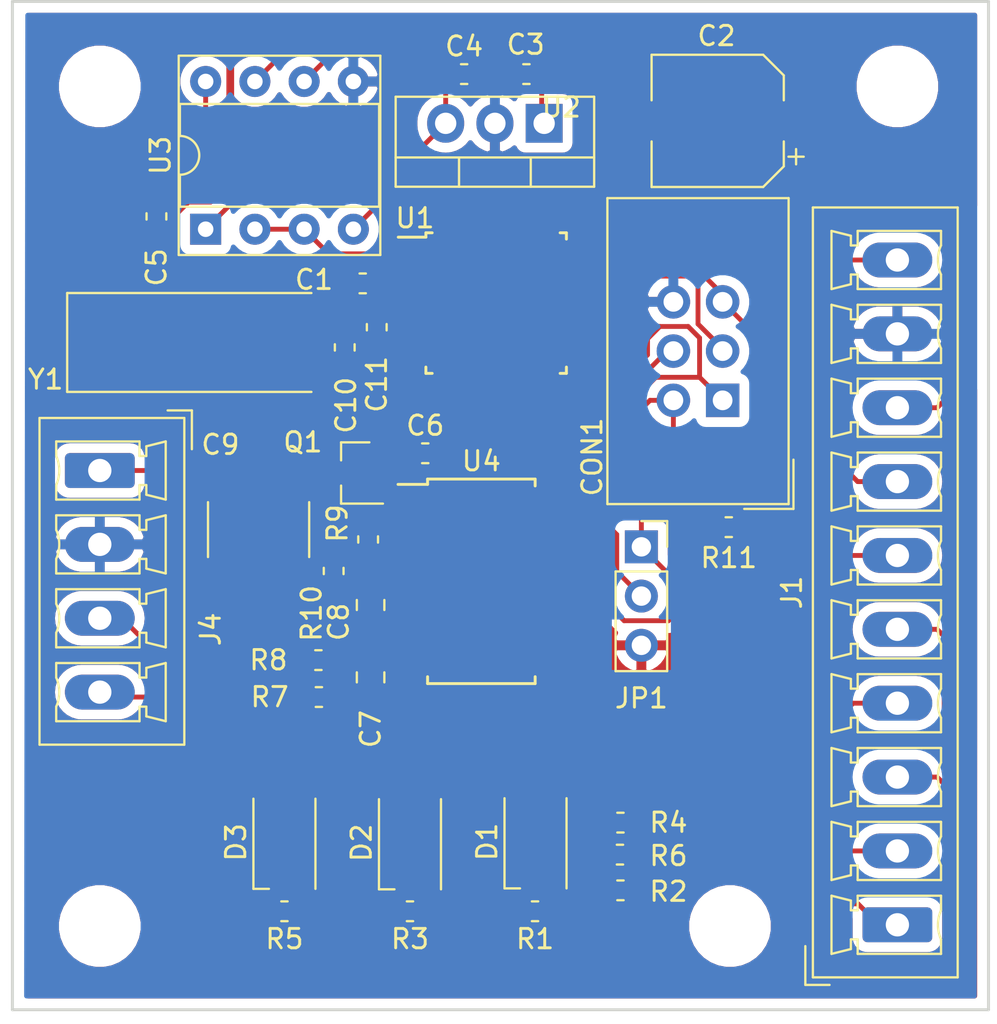
<source format=kicad_pcb>
(kicad_pcb (version 20171130) (host pcbnew 5.1.9+dfsg1-1)

  (general
    (thickness 1.6)
    (drawings 4)
    (tracks 347)
    (zones 0)
    (modules 39)
    (nets 47)
  )

  (page A4)
  (layers
    (0 F.Cu signal)
    (31 B.Cu signal)
    (32 B.Adhes user)
    (33 F.Adhes user)
    (34 B.Paste user)
    (35 F.Paste user)
    (36 B.SilkS user)
    (37 F.SilkS user)
    (38 B.Mask user)
    (39 F.Mask user)
    (40 Dwgs.User user)
    (41 Cmts.User user)
    (42 Eco1.User user)
    (43 Eco2.User user)
    (44 Edge.Cuts user)
    (45 Margin user)
    (46 B.CrtYd user)
    (47 F.CrtYd user)
    (48 B.Fab user)
    (49 F.Fab user)
  )

  (setup
    (last_trace_width 0.25)
    (user_trace_width 0.2)
    (user_trace_width 0.4)
    (trace_clearance 0.2)
    (zone_clearance 0.508)
    (zone_45_only no)
    (trace_min 0.2)
    (via_size 0.8)
    (via_drill 0.4)
    (via_min_size 0.4)
    (via_min_drill 0.3)
    (uvia_size 0.3)
    (uvia_drill 0.1)
    (uvias_allowed no)
    (uvia_min_size 0.2)
    (uvia_min_drill 0.1)
    (edge_width 0.05)
    (segment_width 0.2)
    (pcb_text_width 0.3)
    (pcb_text_size 1.5 1.5)
    (mod_edge_width 0.12)
    (mod_text_size 1 1)
    (mod_text_width 0.15)
    (pad_size 1.524 1.524)
    (pad_drill 0.762)
    (pad_to_mask_clearance 0)
    (aux_axis_origin 0 0)
    (visible_elements FFFFFF7F)
    (pcbplotparams
      (layerselection 0x010fc_ffffffff)
      (usegerberextensions true)
      (usegerberattributes false)
      (usegerberadvancedattributes false)
      (creategerberjobfile false)
      (excludeedgelayer true)
      (linewidth 0.100000)
      (plotframeref false)
      (viasonmask false)
      (mode 1)
      (useauxorigin false)
      (hpglpennumber 1)
      (hpglpenspeed 20)
      (hpglpendiameter 15.000000)
      (psnegative false)
      (psa4output false)
      (plotreference true)
      (plotvalue false)
      (plotinvisibletext false)
      (padsonsilk false)
      (subtractmaskfromsilk true)
      (outputformat 1)
      (mirror false)
      (drillshape 0)
      (scaleselection 1)
      (outputdirectory "fab/"))
  )

  (net 0 "")
  (net 1 GNDD)
  (net 2 +24V)
  (net 3 "Net-(C7-Pad2)")
  (net 4 "Net-(C7-Pad1)")
  (net 5 "Net-(C8-Pad1)")
  (net 6 "Net-(C9-Pad2)")
  (net 7 "Net-(CON1-Pad5)")
  (net 8 HX711_CLK)
  (net 9 "Net-(CON1-Pad3)")
  (net 10 HX711_DATA)
  (net 11 "Net-(D1-Pad1)")
  (net 12 "Net-(D2-Pad1)")
  (net 13 "Net-(D3-Pad1)")
  (net 14 "Net-(J4-Pad4)")
  (net 15 "Net-(J4-Pad3)")
  (net 16 "Net-(JP1-Pad2)")
  (net 17 "Net-(Q1-Pad1)")
  (net 18 "Net-(R10-Pad1)")
  (net 19 "Net-(U1-Pad32)")
  (net 20 "Net-(U1-Pad31)")
  (net 21 "Net-(U1-Pad30)")
  (net 22 "Net-(U1-Pad28)")
  (net 23 "Net-(U1-Pad27)")
  (net 24 "Net-(U1-Pad26)")
  (net 25 "Net-(U1-Pad25)")
  (net 26 "Net-(U1-Pad22)")
  (net 27 "Net-(U1-Pad20)")
  (net 28 "Net-(U1-Pad14)")
  (net 29 "Net-(U1-Pad13)")
  (net 30 "Net-(U1-Pad12)")
  (net 31 "Net-(U1-Pad11)")
  (net 32 "Net-(U1-Pad2)")
  (net 33 "Net-(U1-Pad1)")
  (net 34 "Net-(U4-Pad13)")
  (net 35 "Net-(C10-Pad1)")
  (net 36 "Net-(C11-Pad1)")
  (net 37 led3+)
  (net 38 led2+)
  (net 39 led1+)
  (net 40 led3-)
  (net 41 led2-)
  (net 42 led1-)
  (net 43 "Net-(J1-Pad8)")
  (net 44 "Net-(J1-Pad7)")
  (net 45 "Net-(U1-Pad10)")
  (net 46 "Net-(U1-Pad9)")

  (net_class Default "This is the default net class."
    (clearance 0.2)
    (trace_width 0.25)
    (via_dia 0.8)
    (via_drill 0.4)
    (uvia_dia 0.3)
    (uvia_drill 0.1)
    (add_net +24V)
    (add_net GNDD)
    (add_net HX711_CLK)
    (add_net HX711_DATA)
    (add_net "Net-(C10-Pad1)")
    (add_net "Net-(C11-Pad1)")
    (add_net "Net-(C7-Pad1)")
    (add_net "Net-(C7-Pad2)")
    (add_net "Net-(C8-Pad1)")
    (add_net "Net-(C9-Pad2)")
    (add_net "Net-(CON1-Pad3)")
    (add_net "Net-(CON1-Pad5)")
    (add_net "Net-(D1-Pad1)")
    (add_net "Net-(D2-Pad1)")
    (add_net "Net-(D3-Pad1)")
    (add_net "Net-(J1-Pad7)")
    (add_net "Net-(J1-Pad8)")
    (add_net "Net-(J4-Pad3)")
    (add_net "Net-(J4-Pad4)")
    (add_net "Net-(JP1-Pad2)")
    (add_net "Net-(Q1-Pad1)")
    (add_net "Net-(R10-Pad1)")
    (add_net "Net-(U1-Pad1)")
    (add_net "Net-(U1-Pad10)")
    (add_net "Net-(U1-Pad11)")
    (add_net "Net-(U1-Pad12)")
    (add_net "Net-(U1-Pad13)")
    (add_net "Net-(U1-Pad14)")
    (add_net "Net-(U1-Pad2)")
    (add_net "Net-(U1-Pad20)")
    (add_net "Net-(U1-Pad22)")
    (add_net "Net-(U1-Pad25)")
    (add_net "Net-(U1-Pad26)")
    (add_net "Net-(U1-Pad27)")
    (add_net "Net-(U1-Pad28)")
    (add_net "Net-(U1-Pad30)")
    (add_net "Net-(U1-Pad31)")
    (add_net "Net-(U1-Pad32)")
    (add_net "Net-(U1-Pad9)")
    (add_net "Net-(U4-Pad13)")
    (add_net led1+)
    (add_net led1-)
    (add_net led2+)
    (add_net led2-)
    (add_net led3+)
    (add_net led3-)
  )

  (module Resistor_SMD:R_0603_1608Metric (layer F.Cu) (tedit 5B301BBD) (tstamp 6219BF7F)
    (at 128.4605 84.963)
    (descr "Resistor SMD 0603 (1608 Metric), square (rectangular) end terminal, IPC_7351 nominal, (Body size source: http://www.tortai-tech.com/upload/download/2011102023233369053.pdf), generated with kicad-footprint-generator")
    (tags resistor)
    (path /62296891)
    (attr smd)
    (fp_text reference R11 (at 0 1.5875) (layer F.SilkS)
      (effects (font (size 1 1) (thickness 0.15)))
    )
    (fp_text value R_Small (at 0 1.43) (layer F.Fab)
      (effects (font (size 1 1) (thickness 0.15)))
    )
    (fp_line (start -0.8 0.4) (end -0.8 -0.4) (layer F.Fab) (width 0.1))
    (fp_line (start -0.8 -0.4) (end 0.8 -0.4) (layer F.Fab) (width 0.1))
    (fp_line (start 0.8 -0.4) (end 0.8 0.4) (layer F.Fab) (width 0.1))
    (fp_line (start 0.8 0.4) (end -0.8 0.4) (layer F.Fab) (width 0.1))
    (fp_line (start -0.162779 -0.51) (end 0.162779 -0.51) (layer F.SilkS) (width 0.12))
    (fp_line (start -0.162779 0.51) (end 0.162779 0.51) (layer F.SilkS) (width 0.12))
    (fp_line (start -1.48 0.73) (end -1.48 -0.73) (layer F.CrtYd) (width 0.05))
    (fp_line (start -1.48 -0.73) (end 1.48 -0.73) (layer F.CrtYd) (width 0.05))
    (fp_line (start 1.48 -0.73) (end 1.48 0.73) (layer F.CrtYd) (width 0.05))
    (fp_line (start 1.48 0.73) (end -1.48 0.73) (layer F.CrtYd) (width 0.05))
    (fp_text user %R (at 0 0) (layer F.Fab)
      (effects (font (size 0.4 0.4) (thickness 0.06)))
    )
    (pad 2 smd roundrect (at 0.7875 0) (size 0.875 0.95) (layers F.Cu F.Paste F.Mask) (roundrect_rratio 0.25)
      (net 7 "Net-(CON1-Pad5)"))
    (pad 1 smd roundrect (at -0.7875 0) (size 0.875 0.95) (layers F.Cu F.Paste F.Mask) (roundrect_rratio 0.25)
      (net 37 led3+))
    (model ${KISYS3DMOD}/Resistor_SMD.3dshapes/R_0603_1608Metric.wrl
      (at (xyz 0 0 0))
      (scale (xyz 1 1 1))
      (rotate (xyz 0 0 0))
    )
  )

  (module Connector_Phoenix_MC:PhoenixContact_MCV_1,5_10-G-3.81_1x10_P3.81mm_Vertical (layer F.Cu) (tedit 5B784ED2) (tstamp 6218F2BE)
    (at 137.16 105.4735 90)
    (descr "Generic Phoenix Contact connector footprint for: MCV_1,5/10-G-3.81; number of pins: 10; pin pitch: 3.81mm; Vertical || order number: 1803507 8A 160V")
    (tags "phoenix_contact connector MCV_01x10_G_3.81mm")
    (path /62442F2E)
    (fp_text reference J1 (at 17.14 -5.45 90) (layer F.SilkS)
      (effects (font (size 1 1) (thickness 0.15)))
    )
    (fp_text value Conn_01x10_Female (at 17.14 4.2 90) (layer F.Fab)
      (effects (font (size 1 1) (thickness 0.15)))
    )
    (fp_line (start -2.71 -4.36) (end -2.71 3.11) (layer F.SilkS) (width 0.12))
    (fp_line (start -2.71 3.11) (end 37 3.11) (layer F.SilkS) (width 0.12))
    (fp_line (start 37 3.11) (end 37 -4.36) (layer F.SilkS) (width 0.12))
    (fp_line (start 37 -4.36) (end -2.71 -4.36) (layer F.SilkS) (width 0.12))
    (fp_line (start -2.6 -4.25) (end -2.6 3) (layer F.Fab) (width 0.1))
    (fp_line (start -2.6 3) (end 36.89 3) (layer F.Fab) (width 0.1))
    (fp_line (start 36.89 3) (end 36.89 -4.25) (layer F.Fab) (width 0.1))
    (fp_line (start 36.89 -4.25) (end -2.6 -4.25) (layer F.Fab) (width 0.1))
    (fp_line (start -0.75 2.25) (end -1.5 2.25) (layer F.SilkS) (width 0.12))
    (fp_line (start -1.5 2.25) (end -1.5 -2.05) (layer F.SilkS) (width 0.12))
    (fp_line (start -1.5 -2.05) (end -0.75 -2.05) (layer F.SilkS) (width 0.12))
    (fp_line (start -0.75 -2.05) (end -0.75 -2.4) (layer F.SilkS) (width 0.12))
    (fp_line (start -0.75 -2.4) (end -1.25 -2.4) (layer F.SilkS) (width 0.12))
    (fp_line (start -1.25 -2.4) (end -1.5 -3.4) (layer F.SilkS) (width 0.12))
    (fp_line (start -1.5 -3.4) (end 1.5 -3.4) (layer F.SilkS) (width 0.12))
    (fp_line (start 1.5 -3.4) (end 1.25 -2.4) (layer F.SilkS) (width 0.12))
    (fp_line (start 1.25 -2.4) (end 0.75 -2.4) (layer F.SilkS) (width 0.12))
    (fp_line (start 0.75 -2.4) (end 0.75 -2.05) (layer F.SilkS) (width 0.12))
    (fp_line (start 0.75 -2.05) (end 1.5 -2.05) (layer F.SilkS) (width 0.12))
    (fp_line (start 1.5 -2.05) (end 1.5 2.25) (layer F.SilkS) (width 0.12))
    (fp_line (start 1.5 2.25) (end 0.75 2.25) (layer F.SilkS) (width 0.12))
    (fp_line (start 3.06 2.25) (end 2.31 2.25) (layer F.SilkS) (width 0.12))
    (fp_line (start 2.31 2.25) (end 2.31 -2.05) (layer F.SilkS) (width 0.12))
    (fp_line (start 2.31 -2.05) (end 3.06 -2.05) (layer F.SilkS) (width 0.12))
    (fp_line (start 3.06 -2.05) (end 3.06 -2.4) (layer F.SilkS) (width 0.12))
    (fp_line (start 3.06 -2.4) (end 2.56 -2.4) (layer F.SilkS) (width 0.12))
    (fp_line (start 2.56 -2.4) (end 2.31 -3.4) (layer F.SilkS) (width 0.12))
    (fp_line (start 2.31 -3.4) (end 5.31 -3.4) (layer F.SilkS) (width 0.12))
    (fp_line (start 5.31 -3.4) (end 5.06 -2.4) (layer F.SilkS) (width 0.12))
    (fp_line (start 5.06 -2.4) (end 4.56 -2.4) (layer F.SilkS) (width 0.12))
    (fp_line (start 4.56 -2.4) (end 4.56 -2.05) (layer F.SilkS) (width 0.12))
    (fp_line (start 4.56 -2.05) (end 5.31 -2.05) (layer F.SilkS) (width 0.12))
    (fp_line (start 5.31 -2.05) (end 5.31 2.25) (layer F.SilkS) (width 0.12))
    (fp_line (start 5.31 2.25) (end 4.56 2.25) (layer F.SilkS) (width 0.12))
    (fp_line (start 6.87 2.25) (end 6.12 2.25) (layer F.SilkS) (width 0.12))
    (fp_line (start 6.12 2.25) (end 6.12 -2.05) (layer F.SilkS) (width 0.12))
    (fp_line (start 6.12 -2.05) (end 6.87 -2.05) (layer F.SilkS) (width 0.12))
    (fp_line (start 6.87 -2.05) (end 6.87 -2.4) (layer F.SilkS) (width 0.12))
    (fp_line (start 6.87 -2.4) (end 6.37 -2.4) (layer F.SilkS) (width 0.12))
    (fp_line (start 6.37 -2.4) (end 6.12 -3.4) (layer F.SilkS) (width 0.12))
    (fp_line (start 6.12 -3.4) (end 9.12 -3.4) (layer F.SilkS) (width 0.12))
    (fp_line (start 9.12 -3.4) (end 8.87 -2.4) (layer F.SilkS) (width 0.12))
    (fp_line (start 8.87 -2.4) (end 8.37 -2.4) (layer F.SilkS) (width 0.12))
    (fp_line (start 8.37 -2.4) (end 8.37 -2.05) (layer F.SilkS) (width 0.12))
    (fp_line (start 8.37 -2.05) (end 9.12 -2.05) (layer F.SilkS) (width 0.12))
    (fp_line (start 9.12 -2.05) (end 9.12 2.25) (layer F.SilkS) (width 0.12))
    (fp_line (start 9.12 2.25) (end 8.37 2.25) (layer F.SilkS) (width 0.12))
    (fp_line (start 10.68 2.25) (end 9.93 2.25) (layer F.SilkS) (width 0.12))
    (fp_line (start 9.93 2.25) (end 9.93 -2.05) (layer F.SilkS) (width 0.12))
    (fp_line (start 9.93 -2.05) (end 10.68 -2.05) (layer F.SilkS) (width 0.12))
    (fp_line (start 10.68 -2.05) (end 10.68 -2.4) (layer F.SilkS) (width 0.12))
    (fp_line (start 10.68 -2.4) (end 10.18 -2.4) (layer F.SilkS) (width 0.12))
    (fp_line (start 10.18 -2.4) (end 9.93 -3.4) (layer F.SilkS) (width 0.12))
    (fp_line (start 9.93 -3.4) (end 12.93 -3.4) (layer F.SilkS) (width 0.12))
    (fp_line (start 12.93 -3.4) (end 12.68 -2.4) (layer F.SilkS) (width 0.12))
    (fp_line (start 12.68 -2.4) (end 12.18 -2.4) (layer F.SilkS) (width 0.12))
    (fp_line (start 12.18 -2.4) (end 12.18 -2.05) (layer F.SilkS) (width 0.12))
    (fp_line (start 12.18 -2.05) (end 12.93 -2.05) (layer F.SilkS) (width 0.12))
    (fp_line (start 12.93 -2.05) (end 12.93 2.25) (layer F.SilkS) (width 0.12))
    (fp_line (start 12.93 2.25) (end 12.18 2.25) (layer F.SilkS) (width 0.12))
    (fp_line (start 14.49 2.25) (end 13.74 2.25) (layer F.SilkS) (width 0.12))
    (fp_line (start 13.74 2.25) (end 13.74 -2.05) (layer F.SilkS) (width 0.12))
    (fp_line (start 13.74 -2.05) (end 14.49 -2.05) (layer F.SilkS) (width 0.12))
    (fp_line (start 14.49 -2.05) (end 14.49 -2.4) (layer F.SilkS) (width 0.12))
    (fp_line (start 14.49 -2.4) (end 13.99 -2.4) (layer F.SilkS) (width 0.12))
    (fp_line (start 13.99 -2.4) (end 13.74 -3.4) (layer F.SilkS) (width 0.12))
    (fp_line (start 13.74 -3.4) (end 16.74 -3.4) (layer F.SilkS) (width 0.12))
    (fp_line (start 16.74 -3.4) (end 16.49 -2.4) (layer F.SilkS) (width 0.12))
    (fp_line (start 16.49 -2.4) (end 15.99 -2.4) (layer F.SilkS) (width 0.12))
    (fp_line (start 15.99 -2.4) (end 15.99 -2.05) (layer F.SilkS) (width 0.12))
    (fp_line (start 15.99 -2.05) (end 16.74 -2.05) (layer F.SilkS) (width 0.12))
    (fp_line (start 16.74 -2.05) (end 16.74 2.25) (layer F.SilkS) (width 0.12))
    (fp_line (start 16.74 2.25) (end 15.99 2.25) (layer F.SilkS) (width 0.12))
    (fp_line (start 18.3 2.25) (end 17.55 2.25) (layer F.SilkS) (width 0.12))
    (fp_line (start 17.55 2.25) (end 17.55 -2.05) (layer F.SilkS) (width 0.12))
    (fp_line (start 17.55 -2.05) (end 18.3 -2.05) (layer F.SilkS) (width 0.12))
    (fp_line (start 18.3 -2.05) (end 18.3 -2.4) (layer F.SilkS) (width 0.12))
    (fp_line (start 18.3 -2.4) (end 17.8 -2.4) (layer F.SilkS) (width 0.12))
    (fp_line (start 17.8 -2.4) (end 17.55 -3.4) (layer F.SilkS) (width 0.12))
    (fp_line (start 17.55 -3.4) (end 20.55 -3.4) (layer F.SilkS) (width 0.12))
    (fp_line (start 20.55 -3.4) (end 20.3 -2.4) (layer F.SilkS) (width 0.12))
    (fp_line (start 20.3 -2.4) (end 19.8 -2.4) (layer F.SilkS) (width 0.12))
    (fp_line (start 19.8 -2.4) (end 19.8 -2.05) (layer F.SilkS) (width 0.12))
    (fp_line (start 19.8 -2.05) (end 20.55 -2.05) (layer F.SilkS) (width 0.12))
    (fp_line (start 20.55 -2.05) (end 20.55 2.25) (layer F.SilkS) (width 0.12))
    (fp_line (start 20.55 2.25) (end 19.8 2.25) (layer F.SilkS) (width 0.12))
    (fp_line (start 22.11 2.25) (end 21.36 2.25) (layer F.SilkS) (width 0.12))
    (fp_line (start 21.36 2.25) (end 21.36 -2.05) (layer F.SilkS) (width 0.12))
    (fp_line (start 21.36 -2.05) (end 22.11 -2.05) (layer F.SilkS) (width 0.12))
    (fp_line (start 22.11 -2.05) (end 22.11 -2.4) (layer F.SilkS) (width 0.12))
    (fp_line (start 22.11 -2.4) (end 21.61 -2.4) (layer F.SilkS) (width 0.12))
    (fp_line (start 21.61 -2.4) (end 21.36 -3.4) (layer F.SilkS) (width 0.12))
    (fp_line (start 21.36 -3.4) (end 24.36 -3.4) (layer F.SilkS) (width 0.12))
    (fp_line (start 24.36 -3.4) (end 24.11 -2.4) (layer F.SilkS) (width 0.12))
    (fp_line (start 24.11 -2.4) (end 23.61 -2.4) (layer F.SilkS) (width 0.12))
    (fp_line (start 23.61 -2.4) (end 23.61 -2.05) (layer F.SilkS) (width 0.12))
    (fp_line (start 23.61 -2.05) (end 24.36 -2.05) (layer F.SilkS) (width 0.12))
    (fp_line (start 24.36 -2.05) (end 24.36 2.25) (layer F.SilkS) (width 0.12))
    (fp_line (start 24.36 2.25) (end 23.61 2.25) (layer F.SilkS) (width 0.12))
    (fp_line (start 25.92 2.25) (end 25.17 2.25) (layer F.SilkS) (width 0.12))
    (fp_line (start 25.17 2.25) (end 25.17 -2.05) (layer F.SilkS) (width 0.12))
    (fp_line (start 25.17 -2.05) (end 25.92 -2.05) (layer F.SilkS) (width 0.12))
    (fp_line (start 25.92 -2.05) (end 25.92 -2.4) (layer F.SilkS) (width 0.12))
    (fp_line (start 25.92 -2.4) (end 25.42 -2.4) (layer F.SilkS) (width 0.12))
    (fp_line (start 25.42 -2.4) (end 25.17 -3.4) (layer F.SilkS) (width 0.12))
    (fp_line (start 25.17 -3.4) (end 28.17 -3.4) (layer F.SilkS) (width 0.12))
    (fp_line (start 28.17 -3.4) (end 27.92 -2.4) (layer F.SilkS) (width 0.12))
    (fp_line (start 27.92 -2.4) (end 27.42 -2.4) (layer F.SilkS) (width 0.12))
    (fp_line (start 27.42 -2.4) (end 27.42 -2.05) (layer F.SilkS) (width 0.12))
    (fp_line (start 27.42 -2.05) (end 28.17 -2.05) (layer F.SilkS) (width 0.12))
    (fp_line (start 28.17 -2.05) (end 28.17 2.25) (layer F.SilkS) (width 0.12))
    (fp_line (start 28.17 2.25) (end 27.42 2.25) (layer F.SilkS) (width 0.12))
    (fp_line (start 29.73 2.25) (end 28.98 2.25) (layer F.SilkS) (width 0.12))
    (fp_line (start 28.98 2.25) (end 28.98 -2.05) (layer F.SilkS) (width 0.12))
    (fp_line (start 28.98 -2.05) (end 29.73 -2.05) (layer F.SilkS) (width 0.12))
    (fp_line (start 29.73 -2.05) (end 29.73 -2.4) (layer F.SilkS) (width 0.12))
    (fp_line (start 29.73 -2.4) (end 29.23 -2.4) (layer F.SilkS) (width 0.12))
    (fp_line (start 29.23 -2.4) (end 28.98 -3.4) (layer F.SilkS) (width 0.12))
    (fp_line (start 28.98 -3.4) (end 31.98 -3.4) (layer F.SilkS) (width 0.12))
    (fp_line (start 31.98 -3.4) (end 31.73 -2.4) (layer F.SilkS) (width 0.12))
    (fp_line (start 31.73 -2.4) (end 31.23 -2.4) (layer F.SilkS) (width 0.12))
    (fp_line (start 31.23 -2.4) (end 31.23 -2.05) (layer F.SilkS) (width 0.12))
    (fp_line (start 31.23 -2.05) (end 31.98 -2.05) (layer F.SilkS) (width 0.12))
    (fp_line (start 31.98 -2.05) (end 31.98 2.25) (layer F.SilkS) (width 0.12))
    (fp_line (start 31.98 2.25) (end 31.23 2.25) (layer F.SilkS) (width 0.12))
    (fp_line (start 33.54 2.25) (end 32.79 2.25) (layer F.SilkS) (width 0.12))
    (fp_line (start 32.79 2.25) (end 32.79 -2.05) (layer F.SilkS) (width 0.12))
    (fp_line (start 32.79 -2.05) (end 33.54 -2.05) (layer F.SilkS) (width 0.12))
    (fp_line (start 33.54 -2.05) (end 33.54 -2.4) (layer F.SilkS) (width 0.12))
    (fp_line (start 33.54 -2.4) (end 33.04 -2.4) (layer F.SilkS) (width 0.12))
    (fp_line (start 33.04 -2.4) (end 32.79 -3.4) (layer F.SilkS) (width 0.12))
    (fp_line (start 32.79 -3.4) (end 35.79 -3.4) (layer F.SilkS) (width 0.12))
    (fp_line (start 35.79 -3.4) (end 35.54 -2.4) (layer F.SilkS) (width 0.12))
    (fp_line (start 35.54 -2.4) (end 35.04 -2.4) (layer F.SilkS) (width 0.12))
    (fp_line (start 35.04 -2.4) (end 35.04 -2.05) (layer F.SilkS) (width 0.12))
    (fp_line (start 35.04 -2.05) (end 35.79 -2.05) (layer F.SilkS) (width 0.12))
    (fp_line (start 35.79 -2.05) (end 35.79 2.25) (layer F.SilkS) (width 0.12))
    (fp_line (start 35.79 2.25) (end 35.04 2.25) (layer F.SilkS) (width 0.12))
    (fp_line (start -3.1 -4.75) (end -3.1 3.5) (layer F.CrtYd) (width 0.05))
    (fp_line (start -3.1 3.5) (end 37.39 3.5) (layer F.CrtYd) (width 0.05))
    (fp_line (start 37.39 3.5) (end 37.39 -4.75) (layer F.CrtYd) (width 0.05))
    (fp_line (start 37.39 -4.75) (end -3.1 -4.75) (layer F.CrtYd) (width 0.05))
    (fp_line (start -3.1 -3.5) (end -3.1 -4.75) (layer F.SilkS) (width 0.12))
    (fp_line (start -3.1 -4.75) (end -1.1 -4.75) (layer F.SilkS) (width 0.12))
    (fp_line (start -3.1 -3.5) (end -3.1 -4.75) (layer F.Fab) (width 0.1))
    (fp_line (start -3.1 -4.75) (end -1.1 -4.75) (layer F.Fab) (width 0.1))
    (fp_text user %R (at 17.14 -3.55 90) (layer F.Fab)
      (effects (font (size 1 1) (thickness 0.15)))
    )
    (fp_arc (start 34.29 3.95) (end 33.54 2.25) (angle 47.6) (layer F.SilkS) (width 0.12))
    (fp_arc (start 30.48 3.95) (end 29.73 2.25) (angle 47.6) (layer F.SilkS) (width 0.12))
    (fp_arc (start 26.67 3.95) (end 25.92 2.25) (angle 47.6) (layer F.SilkS) (width 0.12))
    (fp_arc (start 22.86 3.95) (end 22.11 2.25) (angle 47.6) (layer F.SilkS) (width 0.12))
    (fp_arc (start 19.05 3.95) (end 18.3 2.25) (angle 47.6) (layer F.SilkS) (width 0.12))
    (fp_arc (start 15.24 3.95) (end 14.49 2.25) (angle 47.6) (layer F.SilkS) (width 0.12))
    (fp_arc (start 11.43 3.95) (end 10.68 2.25) (angle 47.6) (layer F.SilkS) (width 0.12))
    (fp_arc (start 7.62 3.95) (end 6.87 2.25) (angle 47.6) (layer F.SilkS) (width 0.12))
    (fp_arc (start 3.81 3.95) (end 3.06 2.25) (angle 47.6) (layer F.SilkS) (width 0.12))
    (fp_arc (start 0 3.95) (end -0.75 2.25) (angle 47.6) (layer F.SilkS) (width 0.12))
    (pad 10 thru_hole oval (at 34.29 0 90) (size 1.8 3.6) (drill 1.2) (layers *.Cu *.Mask)
      (net 2 +24V))
    (pad 9 thru_hole oval (at 30.48 0 90) (size 1.8 3.6) (drill 1.2) (layers *.Cu *.Mask)
      (net 1 GNDD))
    (pad 8 thru_hole oval (at 26.67 0 90) (size 1.8 3.6) (drill 1.2) (layers *.Cu *.Mask)
      (net 43 "Net-(J1-Pad8)"))
    (pad 7 thru_hole oval (at 22.86 0 90) (size 1.8 3.6) (drill 1.2) (layers *.Cu *.Mask)
      (net 44 "Net-(J1-Pad7)"))
    (pad 6 thru_hole oval (at 19.05 0 90) (size 1.8 3.6) (drill 1.2) (layers *.Cu *.Mask)
      (net 39 led1+))
    (pad 5 thru_hole oval (at 15.24 0 90) (size 1.8 3.6) (drill 1.2) (layers *.Cu *.Mask)
      (net 42 led1-))
    (pad 4 thru_hole oval (at 11.43 0 90) (size 1.8 3.6) (drill 1.2) (layers *.Cu *.Mask)
      (net 38 led2+))
    (pad 3 thru_hole oval (at 7.62 0 90) (size 1.8 3.6) (drill 1.2) (layers *.Cu *.Mask)
      (net 41 led2-))
    (pad 2 thru_hole oval (at 3.81 0 90) (size 1.8 3.6) (drill 1.2) (layers *.Cu *.Mask)
      (net 37 led3+))
    (pad 1 thru_hole roundrect (at 0 0 90) (size 1.8 3.6) (drill 1.2) (layers *.Cu *.Mask) (roundrect_rratio 0.1388888888888889)
      (net 40 led3-))
    (model ${KISYS3DMOD}/Connector_Phoenix_MC.3dshapes/PhoenixContact_MCV_1,5_10-G-3.81_1x10_P3.81mm_Vertical.wrl
      (at (xyz 0 0 0))
      (scale (xyz 1 1 1))
      (rotate (xyz 0 0 0))
    )
  )

  (module Connector_PinSocket_2.54mm:PinSocket_1x03_P2.54mm_Vertical (layer F.Cu) (tedit 5A19A429) (tstamp 62195858)
    (at 123.952 85.979)
    (descr "Through hole straight socket strip, 1x03, 2.54mm pitch, single row (from Kicad 4.0.7), script generated")
    (tags "Through hole socket strip THT 1x03 2.54mm single row")
    (path /624A520D)
    (fp_text reference JP1 (at 0 7.8105) (layer F.SilkS)
      (effects (font (size 1 1) (thickness 0.15)))
    )
    (fp_text value Jumper_NC_Dual (at 0 7.85) (layer F.Fab)
      (effects (font (size 1 1) (thickness 0.15)))
    )
    (fp_line (start -1.27 -1.27) (end 0.635 -1.27) (layer F.Fab) (width 0.1))
    (fp_line (start 0.635 -1.27) (end 1.27 -0.635) (layer F.Fab) (width 0.1))
    (fp_line (start 1.27 -0.635) (end 1.27 6.35) (layer F.Fab) (width 0.1))
    (fp_line (start 1.27 6.35) (end -1.27 6.35) (layer F.Fab) (width 0.1))
    (fp_line (start -1.27 6.35) (end -1.27 -1.27) (layer F.Fab) (width 0.1))
    (fp_line (start -1.33 1.27) (end 1.33 1.27) (layer F.SilkS) (width 0.12))
    (fp_line (start -1.33 1.27) (end -1.33 6.41) (layer F.SilkS) (width 0.12))
    (fp_line (start -1.33 6.41) (end 1.33 6.41) (layer F.SilkS) (width 0.12))
    (fp_line (start 1.33 1.27) (end 1.33 6.41) (layer F.SilkS) (width 0.12))
    (fp_line (start 1.33 -1.33) (end 1.33 0) (layer F.SilkS) (width 0.12))
    (fp_line (start 0 -1.33) (end 1.33 -1.33) (layer F.SilkS) (width 0.12))
    (fp_line (start -1.8 -1.8) (end 1.75 -1.8) (layer F.CrtYd) (width 0.05))
    (fp_line (start 1.75 -1.8) (end 1.75 6.85) (layer F.CrtYd) (width 0.05))
    (fp_line (start 1.75 6.85) (end -1.8 6.85) (layer F.CrtYd) (width 0.05))
    (fp_line (start -1.8 6.85) (end -1.8 -1.8) (layer F.CrtYd) (width 0.05))
    (fp_text user %R (at 0 2.54 90) (layer F.Fab)
      (effects (font (size 1 1) (thickness 0.15)))
    )
    (pad 3 thru_hole oval (at 0 5.08) (size 1.7 1.7) (drill 1) (layers *.Cu *.Mask)
      (net 1 GNDD))
    (pad 2 thru_hole oval (at 0 2.54) (size 1.7 1.7) (drill 1) (layers *.Cu *.Mask)
      (net 16 "Net-(JP1-Pad2)"))
    (pad 1 thru_hole rect (at 0 0) (size 1.7 1.7) (drill 1) (layers *.Cu *.Mask)
      (net 37 led3+))
    (model ${KISYS3DMOD}/Connector_PinSocket_2.54mm.3dshapes/PinSocket_1x03_P2.54mm_Vertical.wrl
      (at (xyz 0 0 0))
      (scale (xyz 1 1 1))
      (rotate (xyz 0 0 0))
    )
  )

  (module MountingHole:MountingHole_3.2mm_M3 (layer F.Cu) (tedit 56D1B4CB) (tstamp 62197772)
    (at 128.524 105.537)
    (descr "Mounting Hole 3.2mm, no annular, M3")
    (tags "mounting hole 3.2mm no annular m3")
    (path /6249460B)
    (attr virtual)
    (fp_text reference H4 (at -0.127 6.5405) (layer F.SilkS) hide
      (effects (font (size 1 1) (thickness 0.15)))
    )
    (fp_text value MountingHole (at 0 4.2) (layer F.Fab)
      (effects (font (size 1 1) (thickness 0.15)))
    )
    (fp_circle (center 0 0) (end 3.2 0) (layer Cmts.User) (width 0.15))
    (fp_circle (center 0 0) (end 3.45 0) (layer F.CrtYd) (width 0.05))
    (fp_text user %R (at 0.3 0) (layer F.Fab)
      (effects (font (size 1 1) (thickness 0.15)))
    )
    (pad 1 np_thru_hole circle (at 0 0) (size 3.2 3.2) (drill 3.2) (layers *.Cu *.Mask))
  )

  (module MountingHole:MountingHole_3.2mm_M3 (layer F.Cu) (tedit 56D1B4CB) (tstamp 621944F5)
    (at 96.012 62.23)
    (descr "Mounting Hole 3.2mm, no annular, M3")
    (tags "mounting hole 3.2mm no annular m3")
    (path /624947CE)
    (attr virtual)
    (fp_text reference H3 (at 0 3.81) (layer F.SilkS) hide
      (effects (font (size 1 1) (thickness 0.15)))
    )
    (fp_text value MountingHole (at 0 4.2) (layer F.Fab)
      (effects (font (size 1 1) (thickness 0.15)))
    )
    (fp_circle (center 0 0) (end 3.2 0) (layer Cmts.User) (width 0.15))
    (fp_circle (center 0 0) (end 3.45 0) (layer F.CrtYd) (width 0.05))
    (fp_text user %R (at 0.3 0) (layer F.Fab)
      (effects (font (size 1 1) (thickness 0.15)))
    )
    (pad 1 np_thru_hole circle (at 0 0) (size 3.2 3.2) (drill 3.2) (layers *.Cu *.Mask))
  )

  (module MountingHole:MountingHole_3.2mm_M3 (layer F.Cu) (tedit 56D1B4CB) (tstamp 621944ED)
    (at 96.012 105.537)
    (descr "Mounting Hole 3.2mm, no annular, M3")
    (tags "mounting hole 3.2mm no annular m3")
    (path /62494920)
    (attr virtual)
    (fp_text reference H2 (at 0 -4.2) (layer F.SilkS) hide
      (effects (font (size 1 1) (thickness 0.15)))
    )
    (fp_text value MountingHole (at 0 4.2) (layer F.Fab)
      (effects (font (size 1 1) (thickness 0.15)))
    )
    (fp_circle (center 0 0) (end 3.2 0) (layer Cmts.User) (width 0.15))
    (fp_circle (center 0 0) (end 3.45 0) (layer F.CrtYd) (width 0.05))
    (fp_text user %R (at 0.3 0) (layer F.Fab)
      (effects (font (size 1 1) (thickness 0.15)))
    )
    (pad 1 np_thru_hole circle (at 0 0) (size 3.2 3.2) (drill 3.2) (layers *.Cu *.Mask))
  )

  (module MountingHole:MountingHole_3.2mm_M3 (layer F.Cu) (tedit 56D1B4CB) (tstamp 621944E5)
    (at 137.16 62.23)
    (descr "Mounting Hole 3.2mm, no annular, M3")
    (tags "mounting hole 3.2mm no annular m3")
    (path /62494B4C)
    (attr virtual)
    (fp_text reference H1 (at 4.5085 -8.636) (layer F.SilkS) hide
      (effects (font (size 1 1) (thickness 0.15)))
    )
    (fp_text value MountingHole (at 0 4.2) (layer F.Fab)
      (effects (font (size 1 1) (thickness 0.15)))
    )
    (fp_circle (center 0 0) (end 3.2 0) (layer Cmts.User) (width 0.15))
    (fp_circle (center 0 0) (end 3.45 0) (layer F.CrtYd) (width 0.05))
    (fp_text user %R (at 0.3 0) (layer F.Fab)
      (effects (font (size 1 1) (thickness 0.15)))
    )
    (pad 1 np_thru_hole circle (at 0 0) (size 3.2 3.2) (drill 3.2) (layers *.Cu *.Mask))
  )

  (module Capacitor_SMD:C_2220_5650Metric (layer F.Cu) (tedit 5B301BBE) (tstamp 621916A1)
    (at 104.2035 85.09 90)
    (descr "Capacitor SMD 2220 (5650 Metric), square (rectangular) end terminal, IPC_7351 nominal, (Body size from: http://datasheets.avx.com/AVX-HV_MLCC.pdf), generated with kicad-footprint-generator")
    (tags capacitor)
    (path /622CF378)
    (attr smd)
    (fp_text reference C9 (at 4.3815 -1.9685 180) (layer F.SilkS)
      (effects (font (size 1 1) (thickness 0.15)))
    )
    (fp_text value 10u (at 0 3.65 90) (layer F.Fab)
      (effects (font (size 1 1) (thickness 0.15)))
    )
    (fp_line (start -2.85 2.5) (end -2.85 -2.5) (layer F.Fab) (width 0.1))
    (fp_line (start -2.85 -2.5) (end 2.85 -2.5) (layer F.Fab) (width 0.1))
    (fp_line (start 2.85 -2.5) (end 2.85 2.5) (layer F.Fab) (width 0.1))
    (fp_line (start 2.85 2.5) (end -2.85 2.5) (layer F.Fab) (width 0.1))
    (fp_line (start -1.415748 -2.61) (end 1.415748 -2.61) (layer F.SilkS) (width 0.12))
    (fp_line (start -1.415748 2.61) (end 1.415748 2.61) (layer F.SilkS) (width 0.12))
    (fp_line (start -3.7 2.95) (end -3.7 -2.95) (layer F.CrtYd) (width 0.05))
    (fp_line (start -3.7 -2.95) (end 3.7 -2.95) (layer F.CrtYd) (width 0.05))
    (fp_line (start 3.7 -2.95) (end 3.7 2.95) (layer F.CrtYd) (width 0.05))
    (fp_line (start 3.7 2.95) (end -3.7 2.95) (layer F.CrtYd) (width 0.05))
    (fp_text user %R (at 0 0 90) (layer F.Fab)
      (effects (font (size 1 1) (thickness 0.15)))
    )
    (pad 2 smd roundrect (at 2.55 0 90) (size 1.8 5.4) (layers F.Cu F.Paste F.Mask) (roundrect_rratio 0.1388888888888889)
      (net 6 "Net-(C9-Pad2)"))
    (pad 1 smd roundrect (at -2.55 0 90) (size 1.8 5.4) (layers F.Cu F.Paste F.Mask) (roundrect_rratio 0.1388888888888889)
      (net 1 GNDD))
    (model ${KISYS3DMOD}/Capacitor_SMD.3dshapes/C_2220_5650Metric.wrl
      (at (xyz 0 0 0))
      (scale (xyz 1 1 1))
      (rotate (xyz 0 0 0))
    )
  )

  (module Crystal:Crystal_SMD_HC49-SD (layer F.Cu) (tedit 5A1AD52C) (tstamp 62187558)
    (at 101.0285 75.438)
    (descr "SMD Crystal HC-49-SD http://cdn-reichelt.de/documents/datenblatt/B400/xxx-HC49-SMD.pdf, 11.4x4.7mm^2 package")
    (tags "SMD SMT crystal")
    (path /6236F1BD)
    (attr smd)
    (fp_text reference Y1 (at -7.8105 1.905) (layer F.SilkS)
      (effects (font (size 1 1) (thickness 0.15)))
    )
    (fp_text value Crystal (at 0 3.55) (layer F.Fab)
      (effects (font (size 1 1) (thickness 0.15)))
    )
    (fp_line (start -5.7 -2.35) (end -5.7 2.35) (layer F.Fab) (width 0.1))
    (fp_line (start -5.7 2.35) (end 5.7 2.35) (layer F.Fab) (width 0.1))
    (fp_line (start 5.7 2.35) (end 5.7 -2.35) (layer F.Fab) (width 0.1))
    (fp_line (start 5.7 -2.35) (end -5.7 -2.35) (layer F.Fab) (width 0.1))
    (fp_line (start -3.015 -2.115) (end 3.015 -2.115) (layer F.Fab) (width 0.1))
    (fp_line (start -3.015 2.115) (end 3.015 2.115) (layer F.Fab) (width 0.1))
    (fp_line (start 5.9 -2.55) (end -6.7 -2.55) (layer F.SilkS) (width 0.12))
    (fp_line (start -6.7 -2.55) (end -6.7 2.55) (layer F.SilkS) (width 0.12))
    (fp_line (start -6.7 2.55) (end 5.9 2.55) (layer F.SilkS) (width 0.12))
    (fp_line (start -6.8 -2.6) (end -6.8 2.6) (layer F.CrtYd) (width 0.05))
    (fp_line (start -6.8 2.6) (end 6.8 2.6) (layer F.CrtYd) (width 0.05))
    (fp_line (start 6.8 2.6) (end 6.8 -2.6) (layer F.CrtYd) (width 0.05))
    (fp_line (start 6.8 -2.6) (end -6.8 -2.6) (layer F.CrtYd) (width 0.05))
    (fp_arc (start 3.015 0) (end 3.015 -2.115) (angle 180) (layer F.Fab) (width 0.1))
    (fp_arc (start -3.015 0) (end -3.015 -2.115) (angle -180) (layer F.Fab) (width 0.1))
    (fp_text user %R (at 0 0) (layer F.Fab)
      (effects (font (size 1 1) (thickness 0.15)))
    )
    (pad 2 smd rect (at 4.25 0) (size 4.5 2) (layers F.Cu F.Paste F.Mask)
      (net 36 "Net-(C11-Pad1)"))
    (pad 1 smd rect (at -4.25 0) (size 4.5 2) (layers F.Cu F.Paste F.Mask)
      (net 35 "Net-(C10-Pad1)"))
    (model ${KISYS3DMOD}/Crystal.3dshapes/Crystal_SMD_HC49-SD.wrl
      (at (xyz 0 0 0))
      (scale (xyz 1 1 1))
      (rotate (xyz 0 0 0))
    )
  )

  (module Capacitor_SMD:C_0603_1608Metric (layer F.Cu) (tedit 5B301BBE) (tstamp 62186F38)
    (at 110.2995 74.6505 90)
    (descr "Capacitor SMD 0603 (1608 Metric), square (rectangular) end terminal, IPC_7351 nominal, (Body size source: http://www.tortai-tech.com/upload/download/2011102023233369053.pdf), generated with kicad-footprint-generator")
    (tags capacitor)
    (path /62389A26)
    (attr smd)
    (fp_text reference C11 (at -2.9465 0 90) (layer F.SilkS)
      (effects (font (size 1 1) (thickness 0.15)))
    )
    (fp_text value 22p (at 0 1.43 90) (layer F.Fab)
      (effects (font (size 1 1) (thickness 0.15)))
    )
    (fp_line (start -0.8 0.4) (end -0.8 -0.4) (layer F.Fab) (width 0.1))
    (fp_line (start -0.8 -0.4) (end 0.8 -0.4) (layer F.Fab) (width 0.1))
    (fp_line (start 0.8 -0.4) (end 0.8 0.4) (layer F.Fab) (width 0.1))
    (fp_line (start 0.8 0.4) (end -0.8 0.4) (layer F.Fab) (width 0.1))
    (fp_line (start -0.162779 -0.51) (end 0.162779 -0.51) (layer F.SilkS) (width 0.12))
    (fp_line (start -0.162779 0.51) (end 0.162779 0.51) (layer F.SilkS) (width 0.12))
    (fp_line (start -1.48 0.73) (end -1.48 -0.73) (layer F.CrtYd) (width 0.05))
    (fp_line (start -1.48 -0.73) (end 1.48 -0.73) (layer F.CrtYd) (width 0.05))
    (fp_line (start 1.48 -0.73) (end 1.48 0.73) (layer F.CrtYd) (width 0.05))
    (fp_line (start 1.48 0.73) (end -1.48 0.73) (layer F.CrtYd) (width 0.05))
    (fp_text user %R (at 0 0 90) (layer F.Fab)
      (effects (font (size 0.4 0.4) (thickness 0.06)))
    )
    (pad 2 smd roundrect (at 0.7875 0 90) (size 0.875 0.95) (layers F.Cu F.Paste F.Mask) (roundrect_rratio 0.25)
      (net 1 GNDD))
    (pad 1 smd roundrect (at -0.7875 0 90) (size 0.875 0.95) (layers F.Cu F.Paste F.Mask) (roundrect_rratio 0.25)
      (net 36 "Net-(C11-Pad1)"))
    (model ${KISYS3DMOD}/Capacitor_SMD.3dshapes/C_0603_1608Metric.wrl
      (at (xyz 0 0 0))
      (scale (xyz 1 1 1))
      (rotate (xyz 0 0 0))
    )
  )

  (module Capacitor_SMD:C_0603_1608Metric (layer F.Cu) (tedit 5B301BBE) (tstamp 62186F27)
    (at 108.6485 75.692 90)
    (descr "Capacitor SMD 0603 (1608 Metric), square (rectangular) end terminal, IPC_7351 nominal, (Body size source: http://www.tortai-tech.com/upload/download/2011102023233369053.pdf), generated with kicad-footprint-generator")
    (tags capacitor)
    (path /62380EB1)
    (attr smd)
    (fp_text reference C10 (at -2.9845 0.0635 90) (layer F.SilkS)
      (effects (font (size 1 1) (thickness 0.15)))
    )
    (fp_text value 22p (at 0 1.43 90) (layer F.Fab)
      (effects (font (size 1 1) (thickness 0.15)))
    )
    (fp_line (start -0.8 0.4) (end -0.8 -0.4) (layer F.Fab) (width 0.1))
    (fp_line (start -0.8 -0.4) (end 0.8 -0.4) (layer F.Fab) (width 0.1))
    (fp_line (start 0.8 -0.4) (end 0.8 0.4) (layer F.Fab) (width 0.1))
    (fp_line (start 0.8 0.4) (end -0.8 0.4) (layer F.Fab) (width 0.1))
    (fp_line (start -0.162779 -0.51) (end 0.162779 -0.51) (layer F.SilkS) (width 0.12))
    (fp_line (start -0.162779 0.51) (end 0.162779 0.51) (layer F.SilkS) (width 0.12))
    (fp_line (start -1.48 0.73) (end -1.48 -0.73) (layer F.CrtYd) (width 0.05))
    (fp_line (start -1.48 -0.73) (end 1.48 -0.73) (layer F.CrtYd) (width 0.05))
    (fp_line (start 1.48 -0.73) (end 1.48 0.73) (layer F.CrtYd) (width 0.05))
    (fp_line (start 1.48 0.73) (end -1.48 0.73) (layer F.CrtYd) (width 0.05))
    (fp_text user %R (at 0 0 90) (layer F.Fab)
      (effects (font (size 0.4 0.4) (thickness 0.06)))
    )
    (pad 2 smd roundrect (at 0.7875 0 90) (size 0.875 0.95) (layers F.Cu F.Paste F.Mask) (roundrect_rratio 0.25)
      (net 1 GNDD))
    (pad 1 smd roundrect (at -0.7875 0 90) (size 0.875 0.95) (layers F.Cu F.Paste F.Mask) (roundrect_rratio 0.25)
      (net 35 "Net-(C10-Pad1)"))
    (model ${KISYS3DMOD}/Capacitor_SMD.3dshapes/C_0603_1608Metric.wrl
      (at (xyz 0 0 0))
      (scale (xyz 1 1 1))
      (rotate (xyz 0 0 0))
    )
  )

  (module Package_SO:SOIC-16W_5.3x10.2mm_P1.27mm (layer F.Cu) (tedit 5A02F2D3) (tstamp 62187824)
    (at 115.697 87.757)
    (descr "16-Lead Plastic Small Outline (SO) - Wide, 5.3 mm Body (http://www.ti.com/lit/ml/msop002a/msop002a.pdf)")
    (tags "SOIC 1.27")
    (path /621893ED)
    (attr smd)
    (fp_text reference U4 (at 0 -6.2) (layer F.SilkS)
      (effects (font (size 1 1) (thickness 0.15)))
    )
    (fp_text value HX711 (at 0 6.2) (layer F.Fab)
      (effects (font (size 1 1) (thickness 0.15)))
    )
    (fp_line (start -1.65 -5.1) (end 2.65 -5.1) (layer F.Fab) (width 0.15))
    (fp_line (start 2.65 -5.1) (end 2.65 5.1) (layer F.Fab) (width 0.15))
    (fp_line (start 2.65 5.1) (end -2.65 5.1) (layer F.Fab) (width 0.15))
    (fp_line (start -2.65 5.1) (end -2.65 -4.1) (layer F.Fab) (width 0.15))
    (fp_line (start -2.65 -4.1) (end -1.65 -5.1) (layer F.Fab) (width 0.15))
    (fp_line (start -4.55 -5.45) (end -4.55 5.45) (layer F.CrtYd) (width 0.05))
    (fp_line (start 4.55 -5.45) (end 4.55 5.45) (layer F.CrtYd) (width 0.05))
    (fp_line (start -4.55 -5.45) (end 4.55 -5.45) (layer F.CrtYd) (width 0.05))
    (fp_line (start -4.55 5.45) (end 4.55 5.45) (layer F.CrtYd) (width 0.05))
    (fp_line (start -2.775 -5.275) (end -2.775 -5) (layer F.SilkS) (width 0.15))
    (fp_line (start 2.775 -5.275) (end 2.775 -4.92) (layer F.SilkS) (width 0.15))
    (fp_line (start 2.775 5.275) (end 2.775 4.92) (layer F.SilkS) (width 0.15))
    (fp_line (start -2.775 5.275) (end -2.775 4.92) (layer F.SilkS) (width 0.15))
    (fp_line (start -2.775 -5.275) (end 2.775 -5.275) (layer F.SilkS) (width 0.15))
    (fp_line (start -2.775 5.275) (end 2.775 5.275) (layer F.SilkS) (width 0.15))
    (fp_line (start -2.775 -5) (end -4.3 -5) (layer F.SilkS) (width 0.15))
    (fp_text user %R (at 0 0) (layer F.Fab)
      (effects (font (size 1 1) (thickness 0.15)))
    )
    (pad 16 smd rect (at 3.55 -4.445) (size 1.5 0.6) (layers F.Cu F.Paste F.Mask)
      (net 37 led3+))
    (pad 15 smd rect (at 3.55 -3.175) (size 1.5 0.6) (layers F.Cu F.Paste F.Mask)
      (net 16 "Net-(JP1-Pad2)"))
    (pad 14 smd rect (at 3.55 -1.905) (size 1.5 0.6) (layers F.Cu F.Paste F.Mask)
      (net 1 GNDD))
    (pad 13 smd rect (at 3.55 -0.635) (size 1.5 0.6) (layers F.Cu F.Paste F.Mask)
      (net 34 "Net-(U4-Pad13)"))
    (pad 12 smd rect (at 3.55 0.635) (size 1.5 0.6) (layers F.Cu F.Paste F.Mask)
      (net 10 HX711_DATA))
    (pad 11 smd rect (at 3.55 1.905) (size 1.5 0.6) (layers F.Cu F.Paste F.Mask)
      (net 8 HX711_CLK))
    (pad 10 smd rect (at 3.55 3.175) (size 1.5 0.6) (layers F.Cu F.Paste F.Mask)
      (net 1 GNDD))
    (pad 9 smd rect (at 3.55 4.445) (size 1.5 0.6) (layers F.Cu F.Paste F.Mask)
      (net 1 GNDD))
    (pad 8 smd rect (at -3.55 4.445) (size 1.5 0.6) (layers F.Cu F.Paste F.Mask)
      (net 4 "Net-(C7-Pad1)"))
    (pad 7 smd rect (at -3.55 3.175) (size 1.5 0.6) (layers F.Cu F.Paste F.Mask)
      (net 3 "Net-(C7-Pad2)"))
    (pad 6 smd rect (at -3.55 1.905) (size 1.5 0.6) (layers F.Cu F.Paste F.Mask)
      (net 5 "Net-(C8-Pad1)"))
    (pad 5 smd rect (at -3.55 0.635) (size 1.5 0.6) (layers F.Cu F.Paste F.Mask)
      (net 1 GNDD))
    (pad 4 smd rect (at -3.55 -0.635) (size 1.5 0.6) (layers F.Cu F.Paste F.Mask)
      (net 18 "Net-(R10-Pad1)"))
    (pad 3 smd rect (at -3.55 -1.905) (size 1.5 0.6) (layers F.Cu F.Paste F.Mask)
      (net 6 "Net-(C9-Pad2)"))
    (pad 2 smd rect (at -3.55 -3.175) (size 1.5 0.6) (layers F.Cu F.Paste F.Mask)
      (net 17 "Net-(Q1-Pad1)"))
    (pad 1 smd rect (at -3.55 -4.445) (size 1.5 0.6) (layers F.Cu F.Paste F.Mask)
      (net 37 led3+))
    (model ${KISYS3DMOD}/Package_SO.3dshapes/SOIC-16W_5.3x10.2mm_P1.27mm.wrl
      (at (xyz 0 0 0))
      (scale (xyz 1 1 1))
      (rotate (xyz 0 0 0))
    )
  )

  (module Package_DIP:DIP-8_W7.62mm_Socket (layer F.Cu) (tedit 5A02E8C5) (tstamp 62197A05)
    (at 101.473 69.596 90)
    (descr "8-lead though-hole mounted DIP package, row spacing 7.62 mm (300 mils), Socket")
    (tags "THT DIP DIL PDIP 2.54mm 7.62mm 300mil Socket")
    (path /622022B5)
    (fp_text reference U3 (at 3.81 -2.33 90) (layer F.SilkS)
      (effects (font (size 1 1) (thickness 0.15)))
    )
    (fp_text value MAX485E (at 3.81 9.95 90) (layer F.Fab)
      (effects (font (size 1 1) (thickness 0.15)))
    )
    (fp_line (start 1.635 -1.27) (end 6.985 -1.27) (layer F.Fab) (width 0.1))
    (fp_line (start 6.985 -1.27) (end 6.985 8.89) (layer F.Fab) (width 0.1))
    (fp_line (start 6.985 8.89) (end 0.635 8.89) (layer F.Fab) (width 0.1))
    (fp_line (start 0.635 8.89) (end 0.635 -0.27) (layer F.Fab) (width 0.1))
    (fp_line (start 0.635 -0.27) (end 1.635 -1.27) (layer F.Fab) (width 0.1))
    (fp_line (start -1.27 -1.33) (end -1.27 8.95) (layer F.Fab) (width 0.1))
    (fp_line (start -1.27 8.95) (end 8.89 8.95) (layer F.Fab) (width 0.1))
    (fp_line (start 8.89 8.95) (end 8.89 -1.33) (layer F.Fab) (width 0.1))
    (fp_line (start 8.89 -1.33) (end -1.27 -1.33) (layer F.Fab) (width 0.1))
    (fp_line (start 2.81 -1.33) (end 1.16 -1.33) (layer F.SilkS) (width 0.12))
    (fp_line (start 1.16 -1.33) (end 1.16 8.95) (layer F.SilkS) (width 0.12))
    (fp_line (start 1.16 8.95) (end 6.46 8.95) (layer F.SilkS) (width 0.12))
    (fp_line (start 6.46 8.95) (end 6.46 -1.33) (layer F.SilkS) (width 0.12))
    (fp_line (start 6.46 -1.33) (end 4.81 -1.33) (layer F.SilkS) (width 0.12))
    (fp_line (start -1.33 -1.39) (end -1.33 9.01) (layer F.SilkS) (width 0.12))
    (fp_line (start -1.33 9.01) (end 8.95 9.01) (layer F.SilkS) (width 0.12))
    (fp_line (start 8.95 9.01) (end 8.95 -1.39) (layer F.SilkS) (width 0.12))
    (fp_line (start 8.95 -1.39) (end -1.33 -1.39) (layer F.SilkS) (width 0.12))
    (fp_line (start -1.55 -1.6) (end -1.55 9.2) (layer F.CrtYd) (width 0.05))
    (fp_line (start -1.55 9.2) (end 9.15 9.2) (layer F.CrtYd) (width 0.05))
    (fp_line (start 9.15 9.2) (end 9.15 -1.6) (layer F.CrtYd) (width 0.05))
    (fp_line (start 9.15 -1.6) (end -1.55 -1.6) (layer F.CrtYd) (width 0.05))
    (fp_text user %R (at 3.81 3.81 90) (layer F.Fab)
      (effects (font (size 1 1) (thickness 0.15)))
    )
    (fp_arc (start 3.81 -1.33) (end 2.81 -1.33) (angle -180) (layer F.SilkS) (width 0.12))
    (pad 8 thru_hole oval (at 7.62 0 90) (size 1.6 1.6) (drill 0.8) (layers *.Cu *.Mask)
      (net 37 led3+))
    (pad 4 thru_hole oval (at 0 7.62 90) (size 1.6 1.6) (drill 0.8) (layers *.Cu *.Mask)
      (net 20 "Net-(U1-Pad31)"))
    (pad 7 thru_hole oval (at 7.62 2.54 90) (size 1.6 1.6) (drill 0.8) (layers *.Cu *.Mask)
      (net 43 "Net-(J1-Pad8)"))
    (pad 3 thru_hole oval (at 0 5.08 90) (size 1.6 1.6) (drill 0.8) (layers *.Cu *.Mask)
      (net 19 "Net-(U1-Pad32)"))
    (pad 6 thru_hole oval (at 7.62 5.08 90) (size 1.6 1.6) (drill 0.8) (layers *.Cu *.Mask)
      (net 44 "Net-(J1-Pad7)"))
    (pad 2 thru_hole oval (at 0 2.54 90) (size 1.6 1.6) (drill 0.8) (layers *.Cu *.Mask)
      (net 19 "Net-(U1-Pad32)"))
    (pad 5 thru_hole oval (at 7.62 7.62 90) (size 1.6 1.6) (drill 0.8) (layers *.Cu *.Mask)
      (net 1 GNDD))
    (pad 1 thru_hole rect (at 0 0 90) (size 1.6 1.6) (drill 0.8) (layers *.Cu *.Mask)
      (net 21 "Net-(U1-Pad30)"))
    (model ${KISYS3DMOD}/Package_DIP.3dshapes/DIP-8_W7.62mm_Socket.wrl
      (at (xyz 0 0 0))
      (scale (xyz 1 1 1))
      (rotate (xyz 0 0 0))
    )
  )

  (module Package_TO_SOT_THT:TO-220-3_Vertical (layer F.Cu) (tedit 5AC8BA0D) (tstamp 6218365D)
    (at 118.9355 64.135 180)
    (descr "TO-220-3, Vertical, RM 2.54mm, see https://www.vishay.com/docs/66542/to-220-1.pdf")
    (tags "TO-220-3 Vertical RM 2.54mm")
    (path /6217C202)
    (fp_text reference U2 (at -0.889 0.8255) (layer F.SilkS)
      (effects (font (size 1 1) (thickness 0.15)))
    )
    (fp_text value L7805 (at 2.54 2.5) (layer F.Fab)
      (effects (font (size 1 1) (thickness 0.15)))
    )
    (fp_line (start -2.46 -3.15) (end -2.46 1.25) (layer F.Fab) (width 0.1))
    (fp_line (start -2.46 1.25) (end 7.54 1.25) (layer F.Fab) (width 0.1))
    (fp_line (start 7.54 1.25) (end 7.54 -3.15) (layer F.Fab) (width 0.1))
    (fp_line (start 7.54 -3.15) (end -2.46 -3.15) (layer F.Fab) (width 0.1))
    (fp_line (start -2.46 -1.88) (end 7.54 -1.88) (layer F.Fab) (width 0.1))
    (fp_line (start 0.69 -3.15) (end 0.69 -1.88) (layer F.Fab) (width 0.1))
    (fp_line (start 4.39 -3.15) (end 4.39 -1.88) (layer F.Fab) (width 0.1))
    (fp_line (start -2.58 -3.27) (end 7.66 -3.27) (layer F.SilkS) (width 0.12))
    (fp_line (start -2.58 1.371) (end 7.66 1.371) (layer F.SilkS) (width 0.12))
    (fp_line (start -2.58 -3.27) (end -2.58 1.371) (layer F.SilkS) (width 0.12))
    (fp_line (start 7.66 -3.27) (end 7.66 1.371) (layer F.SilkS) (width 0.12))
    (fp_line (start -2.58 -1.76) (end 7.66 -1.76) (layer F.SilkS) (width 0.12))
    (fp_line (start 0.69 -3.27) (end 0.69 -1.76) (layer F.SilkS) (width 0.12))
    (fp_line (start 4.391 -3.27) (end 4.391 -1.76) (layer F.SilkS) (width 0.12))
    (fp_line (start -2.71 -3.4) (end -2.71 1.51) (layer F.CrtYd) (width 0.05))
    (fp_line (start -2.71 1.51) (end 7.79 1.51) (layer F.CrtYd) (width 0.05))
    (fp_line (start 7.79 1.51) (end 7.79 -3.4) (layer F.CrtYd) (width 0.05))
    (fp_line (start 7.79 -3.4) (end -2.71 -3.4) (layer F.CrtYd) (width 0.05))
    (fp_text user %R (at 6.9215 2.413) (layer F.Fab)
      (effects (font (size 1 1) (thickness 0.15)))
    )
    (pad 3 thru_hole oval (at 5.08 0 180) (size 1.905 2) (drill 1.1) (layers *.Cu *.Mask)
      (net 37 led3+))
    (pad 2 thru_hole oval (at 2.54 0 180) (size 1.905 2) (drill 1.1) (layers *.Cu *.Mask)
      (net 1 GNDD))
    (pad 1 thru_hole rect (at 0 0 180) (size 1.905 2) (drill 1.1) (layers *.Cu *.Mask)
      (net 2 +24V))
    (model ${KISYS3DMOD}/Package_TO_SOT_THT.3dshapes/TO-220-3_Vertical.wrl
      (at (xyz 0 0 0))
      (scale (xyz 1 1 1))
      (rotate (xyz 0 0 0))
    )
  )

  (module Package_QFP:TQFP-32_7x7mm_P0.8mm (layer F.Cu) (tedit 5A02F146) (tstamp 621851C3)
    (at 116.459 73.406)
    (descr "32-Lead Plastic Thin Quad Flatpack (PT) - 7x7x1.0 mm Body, 2.00 mm [TQFP] (see Microchip Packaging Specification 00000049BS.pdf)")
    (tags "QFP 0.8")
    (path /62179C56)
    (attr smd)
    (fp_text reference U1 (at -4.191 -4.3815) (layer F.SilkS)
      (effects (font (size 1 1) (thickness 0.15)))
    )
    (fp_text value ATMEGA328P-AU (at 0 6.05) (layer F.Fab)
      (effects (font (size 1 1) (thickness 0.15)))
    )
    (fp_line (start -2.5 -3.5) (end 3.5 -3.5) (layer F.Fab) (width 0.15))
    (fp_line (start 3.5 -3.5) (end 3.5 3.5) (layer F.Fab) (width 0.15))
    (fp_line (start 3.5 3.5) (end -3.5 3.5) (layer F.Fab) (width 0.15))
    (fp_line (start -3.5 3.5) (end -3.5 -2.5) (layer F.Fab) (width 0.15))
    (fp_line (start -3.5 -2.5) (end -2.5 -3.5) (layer F.Fab) (width 0.15))
    (fp_line (start -5.3 -5.3) (end -5.3 5.3) (layer F.CrtYd) (width 0.05))
    (fp_line (start 5.3 -5.3) (end 5.3 5.3) (layer F.CrtYd) (width 0.05))
    (fp_line (start -5.3 -5.3) (end 5.3 -5.3) (layer F.CrtYd) (width 0.05))
    (fp_line (start -5.3 5.3) (end 5.3 5.3) (layer F.CrtYd) (width 0.05))
    (fp_line (start -3.625 -3.625) (end -3.625 -3.4) (layer F.SilkS) (width 0.15))
    (fp_line (start 3.625 -3.625) (end 3.625 -3.3) (layer F.SilkS) (width 0.15))
    (fp_line (start 3.625 3.625) (end 3.625 3.3) (layer F.SilkS) (width 0.15))
    (fp_line (start -3.625 3.625) (end -3.625 3.3) (layer F.SilkS) (width 0.15))
    (fp_line (start -3.625 -3.625) (end -3.3 -3.625) (layer F.SilkS) (width 0.15))
    (fp_line (start -3.625 3.625) (end -3.3 3.625) (layer F.SilkS) (width 0.15))
    (fp_line (start 3.625 3.625) (end 3.3 3.625) (layer F.SilkS) (width 0.15))
    (fp_line (start 3.625 -3.625) (end 3.3 -3.625) (layer F.SilkS) (width 0.15))
    (fp_line (start -3.625 -3.4) (end -5.05 -3.4) (layer F.SilkS) (width 0.15))
    (fp_text user %R (at 0 0) (layer F.Fab)
      (effects (font (size 1 1) (thickness 0.15)))
    )
    (pad 32 smd rect (at -2.8 -4.25 90) (size 1.6 0.55) (layers F.Cu F.Paste F.Mask)
      (net 19 "Net-(U1-Pad32)"))
    (pad 31 smd rect (at -2 -4.25 90) (size 1.6 0.55) (layers F.Cu F.Paste F.Mask)
      (net 20 "Net-(U1-Pad31)"))
    (pad 30 smd rect (at -1.2 -4.25 90) (size 1.6 0.55) (layers F.Cu F.Paste F.Mask)
      (net 21 "Net-(U1-Pad30)"))
    (pad 29 smd rect (at -0.4 -4.25 90) (size 1.6 0.55) (layers F.Cu F.Paste F.Mask)
      (net 7 "Net-(CON1-Pad5)"))
    (pad 28 smd rect (at 0.4 -4.25 90) (size 1.6 0.55) (layers F.Cu F.Paste F.Mask)
      (net 22 "Net-(U1-Pad28)"))
    (pad 27 smd rect (at 1.2 -4.25 90) (size 1.6 0.55) (layers F.Cu F.Paste F.Mask)
      (net 23 "Net-(U1-Pad27)"))
    (pad 26 smd rect (at 2 -4.25 90) (size 1.6 0.55) (layers F.Cu F.Paste F.Mask)
      (net 24 "Net-(U1-Pad26)"))
    (pad 25 smd rect (at 2.8 -4.25 90) (size 1.6 0.55) (layers F.Cu F.Paste F.Mask)
      (net 25 "Net-(U1-Pad25)"))
    (pad 24 smd rect (at 4.25 -2.8) (size 1.6 0.55) (layers F.Cu F.Paste F.Mask)
      (net 39 led1+))
    (pad 23 smd rect (at 4.25 -2) (size 1.6 0.55) (layers F.Cu F.Paste F.Mask)
      (net 38 led2+))
    (pad 22 smd rect (at 4.25 -1.2) (size 1.6 0.55) (layers F.Cu F.Paste F.Mask)
      (net 26 "Net-(U1-Pad22)"))
    (pad 21 smd rect (at 4.25 -0.4) (size 1.6 0.55) (layers F.Cu F.Paste F.Mask)
      (net 1 GNDD))
    (pad 20 smd rect (at 4.25 0.4) (size 1.6 0.55) (layers F.Cu F.Paste F.Mask)
      (net 27 "Net-(U1-Pad20)"))
    (pad 19 smd rect (at 4.25 1.2) (size 1.6 0.55) (layers F.Cu F.Paste F.Mask)
      (net 7 "Net-(CON1-Pad5)"))
    (pad 18 smd rect (at 4.25 2) (size 1.6 0.55) (layers F.Cu F.Paste F.Mask)
      (net 37 led3+))
    (pad 17 smd rect (at 4.25 2.8) (size 1.6 0.55) (layers F.Cu F.Paste F.Mask)
      (net 9 "Net-(CON1-Pad3)"))
    (pad 16 smd rect (at 2.8 4.25 90) (size 1.6 0.55) (layers F.Cu F.Paste F.Mask)
      (net 10 HX711_DATA))
    (pad 15 smd rect (at 2 4.25 90) (size 1.6 0.55) (layers F.Cu F.Paste F.Mask)
      (net 8 HX711_CLK))
    (pad 14 smd rect (at 1.2 4.25 90) (size 1.6 0.55) (layers F.Cu F.Paste F.Mask)
      (net 28 "Net-(U1-Pad14)"))
    (pad 13 smd rect (at 0.4 4.25 90) (size 1.6 0.55) (layers F.Cu F.Paste F.Mask)
      (net 29 "Net-(U1-Pad13)"))
    (pad 12 smd rect (at -0.4 4.25 90) (size 1.6 0.55) (layers F.Cu F.Paste F.Mask)
      (net 30 "Net-(U1-Pad12)"))
    (pad 11 smd rect (at -1.2 4.25 90) (size 1.6 0.55) (layers F.Cu F.Paste F.Mask)
      (net 31 "Net-(U1-Pad11)"))
    (pad 10 smd rect (at -2 4.25 90) (size 1.6 0.55) (layers F.Cu F.Paste F.Mask)
      (net 45 "Net-(U1-Pad10)"))
    (pad 9 smd rect (at -2.8 4.25 90) (size 1.6 0.55) (layers F.Cu F.Paste F.Mask)
      (net 46 "Net-(U1-Pad9)"))
    (pad 8 smd rect (at -4.25 2.8) (size 1.6 0.55) (layers F.Cu F.Paste F.Mask)
      (net 35 "Net-(C10-Pad1)"))
    (pad 7 smd rect (at -4.25 2) (size 1.6 0.55) (layers F.Cu F.Paste F.Mask)
      (net 36 "Net-(C11-Pad1)"))
    (pad 6 smd rect (at -4.25 1.2) (size 1.6 0.55) (layers F.Cu F.Paste F.Mask)
      (net 37 led3+))
    (pad 5 smd rect (at -4.25 0.4) (size 1.6 0.55) (layers F.Cu F.Paste F.Mask)
      (net 1 GNDD))
    (pad 4 smd rect (at -4.25 -0.4) (size 1.6 0.55) (layers F.Cu F.Paste F.Mask)
      (net 37 led3+))
    (pad 3 smd rect (at -4.25 -1.2) (size 1.6 0.55) (layers F.Cu F.Paste F.Mask)
      (net 1 GNDD))
    (pad 2 smd rect (at -4.25 -2) (size 1.6 0.55) (layers F.Cu F.Paste F.Mask)
      (net 32 "Net-(U1-Pad2)"))
    (pad 1 smd rect (at -4.25 -2.8) (size 1.6 0.55) (layers F.Cu F.Paste F.Mask)
      (net 33 "Net-(U1-Pad1)"))
    (model ${KISYS3DMOD}/Package_QFP.3dshapes/TQFP-32_7x7mm_P0.8mm.wrl
      (at (xyz 0 0 0))
      (scale (xyz 1 1 1))
      (rotate (xyz 0 0 0))
    )
  )

  (module Resistor_SMD:R_0603_1608Metric (layer F.Cu) (tedit 5B301BBD) (tstamp 6218360C)
    (at 108.077 87.2235 270)
    (descr "Resistor SMD 0603 (1608 Metric), square (rectangular) end terminal, IPC_7351 nominal, (Body size source: http://www.tortai-tech.com/upload/download/2011102023233369053.pdf), generated with kicad-footprint-generator")
    (tags resistor)
    (path /621A09A9)
    (attr smd)
    (fp_text reference R10 (at 2.1845 1.143 90) (layer F.SilkS)
      (effects (font (size 1 1) (thickness 0.15)))
    )
    (fp_text value R_Small (at 0.1525 2.0955 90) (layer F.Fab)
      (effects (font (size 1 1) (thickness 0.15)))
    )
    (fp_line (start -0.8 0.4) (end -0.8 -0.4) (layer F.Fab) (width 0.1))
    (fp_line (start -0.8 -0.4) (end 0.8 -0.4) (layer F.Fab) (width 0.1))
    (fp_line (start 0.8 -0.4) (end 0.8 0.4) (layer F.Fab) (width 0.1))
    (fp_line (start 0.8 0.4) (end -0.8 0.4) (layer F.Fab) (width 0.1))
    (fp_line (start -0.162779 -0.51) (end 0.162779 -0.51) (layer F.SilkS) (width 0.12))
    (fp_line (start -0.162779 0.51) (end 0.162779 0.51) (layer F.SilkS) (width 0.12))
    (fp_line (start -1.48 0.73) (end -1.48 -0.73) (layer F.CrtYd) (width 0.05))
    (fp_line (start -1.48 -0.73) (end 1.48 -0.73) (layer F.CrtYd) (width 0.05))
    (fp_line (start 1.48 -0.73) (end 1.48 0.73) (layer F.CrtYd) (width 0.05))
    (fp_line (start 1.48 0.73) (end -1.48 0.73) (layer F.CrtYd) (width 0.05))
    (fp_text user %R (at 0 0 90) (layer F.Fab)
      (effects (font (size 0.4 0.4) (thickness 0.06)))
    )
    (pad 2 smd roundrect (at 0.7875 0 270) (size 0.875 0.95) (layers F.Cu F.Paste F.Mask) (roundrect_rratio 0.25)
      (net 1 GNDD))
    (pad 1 smd roundrect (at -0.7875 0 270) (size 0.875 0.95) (layers F.Cu F.Paste F.Mask) (roundrect_rratio 0.25)
      (net 18 "Net-(R10-Pad1)"))
    (model ${KISYS3DMOD}/Resistor_SMD.3dshapes/R_0603_1608Metric.wrl
      (at (xyz 0 0 0))
      (scale (xyz 1 1 1))
      (rotate (xyz 0 0 0))
    )
  )

  (module Resistor_SMD:R_0603_1608Metric (layer F.Cu) (tedit 5B301BBD) (tstamp 621835FB)
    (at 109.855 85.598 270)
    (descr "Resistor SMD 0603 (1608 Metric), square (rectangular) end terminal, IPC_7351 nominal, (Body size source: http://www.tortai-tech.com/upload/download/2011102023233369053.pdf), generated with kicad-footprint-generator")
    (tags resistor)
    (path /6219FAEC)
    (attr smd)
    (fp_text reference R9 (at -0.8255 1.5875 90) (layer F.SilkS)
      (effects (font (size 1 1) (thickness 0.15)))
    )
    (fp_text value R_Small (at 0 1.43 90) (layer F.Fab)
      (effects (font (size 1 1) (thickness 0.15)))
    )
    (fp_line (start -0.8 0.4) (end -0.8 -0.4) (layer F.Fab) (width 0.1))
    (fp_line (start -0.8 -0.4) (end 0.8 -0.4) (layer F.Fab) (width 0.1))
    (fp_line (start 0.8 -0.4) (end 0.8 0.4) (layer F.Fab) (width 0.1))
    (fp_line (start 0.8 0.4) (end -0.8 0.4) (layer F.Fab) (width 0.1))
    (fp_line (start -0.162779 -0.51) (end 0.162779 -0.51) (layer F.SilkS) (width 0.12))
    (fp_line (start -0.162779 0.51) (end 0.162779 0.51) (layer F.SilkS) (width 0.12))
    (fp_line (start -1.48 0.73) (end -1.48 -0.73) (layer F.CrtYd) (width 0.05))
    (fp_line (start -1.48 -0.73) (end 1.48 -0.73) (layer F.CrtYd) (width 0.05))
    (fp_line (start 1.48 -0.73) (end 1.48 0.73) (layer F.CrtYd) (width 0.05))
    (fp_line (start 1.48 0.73) (end -1.48 0.73) (layer F.CrtYd) (width 0.05))
    (fp_text user %R (at 0 0 90) (layer F.Fab)
      (effects (font (size 0.4 0.4) (thickness 0.06)))
    )
    (pad 2 smd roundrect (at 0.7875 0 270) (size 0.875 0.95) (layers F.Cu F.Paste F.Mask) (roundrect_rratio 0.25)
      (net 18 "Net-(R10-Pad1)"))
    (pad 1 smd roundrect (at -0.7875 0 270) (size 0.875 0.95) (layers F.Cu F.Paste F.Mask) (roundrect_rratio 0.25)
      (net 6 "Net-(C9-Pad2)"))
    (model ${KISYS3DMOD}/Resistor_SMD.3dshapes/R_0603_1608Metric.wrl
      (at (xyz 0 0 0))
      (scale (xyz 1 1 1))
      (rotate (xyz 0 0 0))
    )
  )

  (module Resistor_SMD:R_0603_1608Metric (layer F.Cu) (tedit 5B301BBD) (tstamp 621835EA)
    (at 107.2895 91.821 180)
    (descr "Resistor SMD 0603 (1608 Metric), square (rectangular) end terminal, IPC_7351 nominal, (Body size source: http://www.tortai-tech.com/upload/download/2011102023233369053.pdf), generated with kicad-footprint-generator")
    (tags resistor)
    (path /621C1341)
    (attr smd)
    (fp_text reference R8 (at 2.578 0) (layer F.SilkS)
      (effects (font (size 1 1) (thickness 0.15)))
    )
    (fp_text value 100R (at 0 0) (layer F.Fab)
      (effects (font (size 1 1) (thickness 0.15)))
    )
    (fp_line (start -0.8 0.4) (end -0.8 -0.4) (layer F.Fab) (width 0.1))
    (fp_line (start -0.8 -0.4) (end 0.8 -0.4) (layer F.Fab) (width 0.1))
    (fp_line (start 0.8 -0.4) (end 0.8 0.4) (layer F.Fab) (width 0.1))
    (fp_line (start 0.8 0.4) (end -0.8 0.4) (layer F.Fab) (width 0.1))
    (fp_line (start -0.162779 -0.51) (end 0.162779 -0.51) (layer F.SilkS) (width 0.12))
    (fp_line (start -0.162779 0.51) (end 0.162779 0.51) (layer F.SilkS) (width 0.12))
    (fp_line (start -1.48 0.73) (end -1.48 -0.73) (layer F.CrtYd) (width 0.05))
    (fp_line (start -1.48 -0.73) (end 1.48 -0.73) (layer F.CrtYd) (width 0.05))
    (fp_line (start 1.48 -0.73) (end 1.48 0.73) (layer F.CrtYd) (width 0.05))
    (fp_line (start 1.48 0.73) (end -1.48 0.73) (layer F.CrtYd) (width 0.05))
    (fp_text user %R (at 0 0) (layer F.Fab)
      (effects (font (size 0.4 0.4) (thickness 0.06)))
    )
    (pad 2 smd roundrect (at 0.7875 0 180) (size 0.875 0.95) (layers F.Cu F.Paste F.Mask) (roundrect_rratio 0.25)
      (net 15 "Net-(J4-Pad3)"))
    (pad 1 smd roundrect (at -0.7875 0 180) (size 0.875 0.95) (layers F.Cu F.Paste F.Mask) (roundrect_rratio 0.25)
      (net 3 "Net-(C7-Pad2)"))
    (model ${KISYS3DMOD}/Resistor_SMD.3dshapes/R_0603_1608Metric.wrl
      (at (xyz 0 0 0))
      (scale (xyz 1 1 1))
      (rotate (xyz 0 0 0))
    )
  )

  (module Resistor_SMD:R_0603_1608Metric (layer F.Cu) (tedit 5B301BBD) (tstamp 6219C801)
    (at 107.315 93.726 180)
    (descr "Resistor SMD 0603 (1608 Metric), square (rectangular) end terminal, IPC_7351 nominal, (Body size source: http://www.tortai-tech.com/upload/download/2011102023233369053.pdf), generated with kicad-footprint-generator")
    (tags resistor)
    (path /621C28DC)
    (attr smd)
    (fp_text reference R7 (at 2.54 0) (layer F.SilkS)
      (effects (font (size 1 1) (thickness 0.15)))
    )
    (fp_text value 100R (at -0.0635 -0.0635) (layer F.Fab)
      (effects (font (size 1 1) (thickness 0.15)))
    )
    (fp_line (start -0.8 0.4) (end -0.8 -0.4) (layer F.Fab) (width 0.1))
    (fp_line (start -0.8 -0.4) (end 0.8 -0.4) (layer F.Fab) (width 0.1))
    (fp_line (start 0.8 -0.4) (end 0.8 0.4) (layer F.Fab) (width 0.1))
    (fp_line (start 0.8 0.4) (end -0.8 0.4) (layer F.Fab) (width 0.1))
    (fp_line (start -0.162779 -0.51) (end 0.162779 -0.51) (layer F.SilkS) (width 0.12))
    (fp_line (start -0.162779 0.51) (end 0.162779 0.51) (layer F.SilkS) (width 0.12))
    (fp_line (start -1.48 0.73) (end -1.48 -0.73) (layer F.CrtYd) (width 0.05))
    (fp_line (start -1.48 -0.73) (end 1.48 -0.73) (layer F.CrtYd) (width 0.05))
    (fp_line (start 1.48 -0.73) (end 1.48 0.73) (layer F.CrtYd) (width 0.05))
    (fp_line (start 1.48 0.73) (end -1.48 0.73) (layer F.CrtYd) (width 0.05))
    (fp_text user %R (at 0 0) (layer F.Fab)
      (effects (font (size 0.4 0.4) (thickness 0.06)))
    )
    (pad 2 smd roundrect (at 0.7875 0 180) (size 0.875 0.95) (layers F.Cu F.Paste F.Mask) (roundrect_rratio 0.25)
      (net 14 "Net-(J4-Pad4)"))
    (pad 1 smd roundrect (at -0.7875 0 180) (size 0.875 0.95) (layers F.Cu F.Paste F.Mask) (roundrect_rratio 0.25)
      (net 4 "Net-(C7-Pad1)"))
    (model ${KISYS3DMOD}/Resistor_SMD.3dshapes/R_0603_1608Metric.wrl
      (at (xyz 0 0 0))
      (scale (xyz 1 1 1))
      (rotate (xyz 0 0 0))
    )
  )

  (module Resistor_SMD:R_0603_1608Metric (layer F.Cu) (tedit 5B301BBD) (tstamp 62197CA2)
    (at 122.847 101.854 180)
    (descr "Resistor SMD 0603 (1608 Metric), square (rectangular) end terminal, IPC_7351 nominal, (Body size source: http://www.tortai-tech.com/upload/download/2011102023233369053.pdf), generated with kicad-footprint-generator")
    (tags resistor)
    (path /622B279D)
    (attr smd)
    (fp_text reference R6 (at -2.502 -0.0635) (layer F.SilkS)
      (effects (font (size 1 1) (thickness 0.15)))
    )
    (fp_text value 170R (at 0 1.43) (layer F.Fab)
      (effects (font (size 1 1) (thickness 0.15)))
    )
    (fp_line (start -0.8 0.4) (end -0.8 -0.4) (layer F.Fab) (width 0.1))
    (fp_line (start -0.8 -0.4) (end 0.8 -0.4) (layer F.Fab) (width 0.1))
    (fp_line (start 0.8 -0.4) (end 0.8 0.4) (layer F.Fab) (width 0.1))
    (fp_line (start 0.8 0.4) (end -0.8 0.4) (layer F.Fab) (width 0.1))
    (fp_line (start -0.162779 -0.51) (end 0.162779 -0.51) (layer F.SilkS) (width 0.12))
    (fp_line (start -0.162779 0.51) (end 0.162779 0.51) (layer F.SilkS) (width 0.12))
    (fp_line (start -1.48 0.73) (end -1.48 -0.73) (layer F.CrtYd) (width 0.05))
    (fp_line (start -1.48 -0.73) (end 1.48 -0.73) (layer F.CrtYd) (width 0.05))
    (fp_line (start 1.48 -0.73) (end 1.48 0.73) (layer F.CrtYd) (width 0.05))
    (fp_line (start 1.48 0.73) (end -1.48 0.73) (layer F.CrtYd) (width 0.05))
    (fp_text user %R (at 0 0) (layer F.Fab)
      (effects (font (size 0.4 0.4) (thickness 0.06)))
    )
    (pad 2 smd roundrect (at 0.7875 0 180) (size 0.875 0.95) (layers F.Cu F.Paste F.Mask) (roundrect_rratio 0.25)
      (net 1 GNDD))
    (pad 1 smd roundrect (at -0.7875 0 180) (size 0.875 0.95) (layers F.Cu F.Paste F.Mask) (roundrect_rratio 0.25)
      (net 42 led1-))
    (model ${KISYS3DMOD}/Resistor_SMD.3dshapes/R_0603_1608Metric.wrl
      (at (xyz 0 0 0))
      (scale (xyz 1 1 1))
      (rotate (xyz 0 0 0))
    )
  )

  (module Resistor_SMD:R_0603_1608Metric (layer F.Cu) (tedit 5B301BBD) (tstamp 621835B7)
    (at 105.537 104.775 180)
    (descr "Resistor SMD 0603 (1608 Metric), square (rectangular) end terminal, IPC_7351 nominal, (Body size source: http://www.tortai-tech.com/upload/download/2011102023233369053.pdf), generated with kicad-footprint-generator")
    (tags resistor)
    (path /622B2788)
    (attr smd)
    (fp_text reference R5 (at 0 -1.43) (layer F.SilkS)
      (effects (font (size 1 1) (thickness 0.15)))
    )
    (fp_text value 170R (at 0 1.43) (layer F.Fab)
      (effects (font (size 1 1) (thickness 0.15)))
    )
    (fp_line (start -0.8 0.4) (end -0.8 -0.4) (layer F.Fab) (width 0.1))
    (fp_line (start -0.8 -0.4) (end 0.8 -0.4) (layer F.Fab) (width 0.1))
    (fp_line (start 0.8 -0.4) (end 0.8 0.4) (layer F.Fab) (width 0.1))
    (fp_line (start 0.8 0.4) (end -0.8 0.4) (layer F.Fab) (width 0.1))
    (fp_line (start -0.162779 -0.51) (end 0.162779 -0.51) (layer F.SilkS) (width 0.12))
    (fp_line (start -0.162779 0.51) (end 0.162779 0.51) (layer F.SilkS) (width 0.12))
    (fp_line (start -1.48 0.73) (end -1.48 -0.73) (layer F.CrtYd) (width 0.05))
    (fp_line (start -1.48 -0.73) (end 1.48 -0.73) (layer F.CrtYd) (width 0.05))
    (fp_line (start 1.48 -0.73) (end 1.48 0.73) (layer F.CrtYd) (width 0.05))
    (fp_line (start 1.48 0.73) (end -1.48 0.73) (layer F.CrtYd) (width 0.05))
    (fp_text user %R (at 0 0) (layer F.Fab)
      (effects (font (size 0.4 0.4) (thickness 0.06)))
    )
    (pad 2 smd roundrect (at 0.7875 0 180) (size 0.875 0.95) (layers F.Cu F.Paste F.Mask) (roundrect_rratio 0.25)
      (net 1 GNDD))
    (pad 1 smd roundrect (at -0.7875 0 180) (size 0.875 0.95) (layers F.Cu F.Paste F.Mask) (roundrect_rratio 0.25)
      (net 13 "Net-(D3-Pad1)"))
    (model ${KISYS3DMOD}/Resistor_SMD.3dshapes/R_0603_1608Metric.wrl
      (at (xyz 0 0 0))
      (scale (xyz 1 1 1))
      (rotate (xyz 0 0 0))
    )
  )

  (module Resistor_SMD:R_0603_1608Metric (layer F.Cu) (tedit 5B301BBD) (tstamp 621835A6)
    (at 122.8725 100.203 180)
    (descr "Resistor SMD 0603 (1608 Metric), square (rectangular) end terminal, IPC_7351 nominal, (Body size source: http://www.tortai-tech.com/upload/download/2011102023233369053.pdf), generated with kicad-footprint-generator")
    (tags resistor)
    (path /622AA175)
    (attr smd)
    (fp_text reference R4 (at -2.4765 0) (layer F.SilkS)
      (effects (font (size 1 1) (thickness 0.15)))
    )
    (fp_text value 170R (at 0 1.43) (layer F.Fab)
      (effects (font (size 1 1) (thickness 0.15)))
    )
    (fp_line (start -0.8 0.4) (end -0.8 -0.4) (layer F.Fab) (width 0.1))
    (fp_line (start -0.8 -0.4) (end 0.8 -0.4) (layer F.Fab) (width 0.1))
    (fp_line (start 0.8 -0.4) (end 0.8 0.4) (layer F.Fab) (width 0.1))
    (fp_line (start 0.8 0.4) (end -0.8 0.4) (layer F.Fab) (width 0.1))
    (fp_line (start -0.162779 -0.51) (end 0.162779 -0.51) (layer F.SilkS) (width 0.12))
    (fp_line (start -0.162779 0.51) (end 0.162779 0.51) (layer F.SilkS) (width 0.12))
    (fp_line (start -1.48 0.73) (end -1.48 -0.73) (layer F.CrtYd) (width 0.05))
    (fp_line (start -1.48 -0.73) (end 1.48 -0.73) (layer F.CrtYd) (width 0.05))
    (fp_line (start 1.48 -0.73) (end 1.48 0.73) (layer F.CrtYd) (width 0.05))
    (fp_line (start 1.48 0.73) (end -1.48 0.73) (layer F.CrtYd) (width 0.05))
    (fp_text user %R (at 0 0) (layer F.Fab)
      (effects (font (size 0.4 0.4) (thickness 0.06)))
    )
    (pad 2 smd roundrect (at 0.7875 0 180) (size 0.875 0.95) (layers F.Cu F.Paste F.Mask) (roundrect_rratio 0.25)
      (net 1 GNDD))
    (pad 1 smd roundrect (at -0.7875 0 180) (size 0.875 0.95) (layers F.Cu F.Paste F.Mask) (roundrect_rratio 0.25)
      (net 41 led2-))
    (model ${KISYS3DMOD}/Resistor_SMD.3dshapes/R_0603_1608Metric.wrl
      (at (xyz 0 0 0))
      (scale (xyz 1 1 1))
      (rotate (xyz 0 0 0))
    )
  )

  (module Resistor_SMD:R_0603_1608Metric (layer F.Cu) (tedit 5B301BBD) (tstamp 62183595)
    (at 112.014 104.775 180)
    (descr "Resistor SMD 0603 (1608 Metric), square (rectangular) end terminal, IPC_7351 nominal, (Body size source: http://www.tortai-tech.com/upload/download/2011102023233369053.pdf), generated with kicad-footprint-generator")
    (tags resistor)
    (path /622AA160)
    (attr smd)
    (fp_text reference R3 (at 0 -1.43) (layer F.SilkS)
      (effects (font (size 1 1) (thickness 0.15)))
    )
    (fp_text value 170R (at 0 1.43) (layer F.Fab)
      (effects (font (size 1 1) (thickness 0.15)))
    )
    (fp_line (start -0.8 0.4) (end -0.8 -0.4) (layer F.Fab) (width 0.1))
    (fp_line (start -0.8 -0.4) (end 0.8 -0.4) (layer F.Fab) (width 0.1))
    (fp_line (start 0.8 -0.4) (end 0.8 0.4) (layer F.Fab) (width 0.1))
    (fp_line (start 0.8 0.4) (end -0.8 0.4) (layer F.Fab) (width 0.1))
    (fp_line (start -0.162779 -0.51) (end 0.162779 -0.51) (layer F.SilkS) (width 0.12))
    (fp_line (start -0.162779 0.51) (end 0.162779 0.51) (layer F.SilkS) (width 0.12))
    (fp_line (start -1.48 0.73) (end -1.48 -0.73) (layer F.CrtYd) (width 0.05))
    (fp_line (start -1.48 -0.73) (end 1.48 -0.73) (layer F.CrtYd) (width 0.05))
    (fp_line (start 1.48 -0.73) (end 1.48 0.73) (layer F.CrtYd) (width 0.05))
    (fp_line (start 1.48 0.73) (end -1.48 0.73) (layer F.CrtYd) (width 0.05))
    (fp_text user %R (at 0 0) (layer F.Fab)
      (effects (font (size 0.4 0.4) (thickness 0.06)))
    )
    (pad 2 smd roundrect (at 0.7875 0 180) (size 0.875 0.95) (layers F.Cu F.Paste F.Mask) (roundrect_rratio 0.25)
      (net 1 GNDD))
    (pad 1 smd roundrect (at -0.7875 0 180) (size 0.875 0.95) (layers F.Cu F.Paste F.Mask) (roundrect_rratio 0.25)
      (net 12 "Net-(D2-Pad1)"))
    (model ${KISYS3DMOD}/Resistor_SMD.3dshapes/R_0603_1608Metric.wrl
      (at (xyz 0 0 0))
      (scale (xyz 1 1 1))
      (rotate (xyz 0 0 0))
    )
  )

  (module Resistor_SMD:R_0603_1608Metric (layer F.Cu) (tedit 5B301BBD) (tstamp 62183584)
    (at 122.8725 103.6955 180)
    (descr "Resistor SMD 0603 (1608 Metric), square (rectangular) end terminal, IPC_7351 nominal, (Body size source: http://www.tortai-tech.com/upload/download/2011102023233369053.pdf), generated with kicad-footprint-generator")
    (tags resistor)
    (path /62294703)
    (attr smd)
    (fp_text reference R2 (at -2.4765 -0.0635) (layer F.SilkS)
      (effects (font (size 1 1) (thickness 0.15)))
    )
    (fp_text value 170R (at 0 1.43) (layer F.Fab)
      (effects (font (size 1 1) (thickness 0.15)))
    )
    (fp_line (start -0.8 0.4) (end -0.8 -0.4) (layer F.Fab) (width 0.1))
    (fp_line (start -0.8 -0.4) (end 0.8 -0.4) (layer F.Fab) (width 0.1))
    (fp_line (start 0.8 -0.4) (end 0.8 0.4) (layer F.Fab) (width 0.1))
    (fp_line (start 0.8 0.4) (end -0.8 0.4) (layer F.Fab) (width 0.1))
    (fp_line (start -0.162779 -0.51) (end 0.162779 -0.51) (layer F.SilkS) (width 0.12))
    (fp_line (start -0.162779 0.51) (end 0.162779 0.51) (layer F.SilkS) (width 0.12))
    (fp_line (start -1.48 0.73) (end -1.48 -0.73) (layer F.CrtYd) (width 0.05))
    (fp_line (start -1.48 -0.73) (end 1.48 -0.73) (layer F.CrtYd) (width 0.05))
    (fp_line (start 1.48 -0.73) (end 1.48 0.73) (layer F.CrtYd) (width 0.05))
    (fp_line (start 1.48 0.73) (end -1.48 0.73) (layer F.CrtYd) (width 0.05))
    (fp_text user %R (at 0 0) (layer F.Fab)
      (effects (font (size 0.4 0.4) (thickness 0.06)))
    )
    (pad 2 smd roundrect (at 0.7875 0 180) (size 0.875 0.95) (layers F.Cu F.Paste F.Mask) (roundrect_rratio 0.25)
      (net 1 GNDD))
    (pad 1 smd roundrect (at -0.7875 0 180) (size 0.875 0.95) (layers F.Cu F.Paste F.Mask) (roundrect_rratio 0.25)
      (net 40 led3-))
    (model ${KISYS3DMOD}/Resistor_SMD.3dshapes/R_0603_1608Metric.wrl
      (at (xyz 0 0 0))
      (scale (xyz 1 1 1))
      (rotate (xyz 0 0 0))
    )
  )

  (module Resistor_SMD:R_0603_1608Metric (layer F.Cu) (tedit 5B301BBD) (tstamp 62183573)
    (at 118.4655 104.775 180)
    (descr "Resistor SMD 0603 (1608 Metric), square (rectangular) end terminal, IPC_7351 nominal, (Body size source: http://www.tortai-tech.com/upload/download/2011102023233369053.pdf), generated with kicad-footprint-generator")
    (tags resistor)
    (path /6227F1B1)
    (attr smd)
    (fp_text reference R1 (at 0 -1.43) (layer F.SilkS)
      (effects (font (size 1 1) (thickness 0.15)))
    )
    (fp_text value 170R (at 0 1.43) (layer F.Fab)
      (effects (font (size 1 1) (thickness 0.15)))
    )
    (fp_line (start -0.8 0.4) (end -0.8 -0.4) (layer F.Fab) (width 0.1))
    (fp_line (start -0.8 -0.4) (end 0.8 -0.4) (layer F.Fab) (width 0.1))
    (fp_line (start 0.8 -0.4) (end 0.8 0.4) (layer F.Fab) (width 0.1))
    (fp_line (start 0.8 0.4) (end -0.8 0.4) (layer F.Fab) (width 0.1))
    (fp_line (start -0.162779 -0.51) (end 0.162779 -0.51) (layer F.SilkS) (width 0.12))
    (fp_line (start -0.162779 0.51) (end 0.162779 0.51) (layer F.SilkS) (width 0.12))
    (fp_line (start -1.48 0.73) (end -1.48 -0.73) (layer F.CrtYd) (width 0.05))
    (fp_line (start -1.48 -0.73) (end 1.48 -0.73) (layer F.CrtYd) (width 0.05))
    (fp_line (start 1.48 -0.73) (end 1.48 0.73) (layer F.CrtYd) (width 0.05))
    (fp_line (start 1.48 0.73) (end -1.48 0.73) (layer F.CrtYd) (width 0.05))
    (fp_text user %R (at 0 0) (layer F.Fab)
      (effects (font (size 0.4 0.4) (thickness 0.06)))
    )
    (pad 2 smd roundrect (at 0.7875 0 180) (size 0.875 0.95) (layers F.Cu F.Paste F.Mask) (roundrect_rratio 0.25)
      (net 1 GNDD))
    (pad 1 smd roundrect (at -0.7875 0 180) (size 0.875 0.95) (layers F.Cu F.Paste F.Mask) (roundrect_rratio 0.25)
      (net 11 "Net-(D1-Pad1)"))
    (model ${KISYS3DMOD}/Resistor_SMD.3dshapes/R_0603_1608Metric.wrl
      (at (xyz 0 0 0))
      (scale (xyz 1 1 1))
      (rotate (xyz 0 0 0))
    )
  )

  (module Package_TO_SOT_SMD:SOT-23 (layer F.Cu) (tedit 5A02FF57) (tstamp 62188291)
    (at 109.22 82.169 180)
    (descr "SOT-23, Standard")
    (tags SOT-23)
    (path /6218AA6F)
    (attr smd)
    (fp_text reference Q1 (at 2.7305 1.5875) (layer F.SilkS)
      (effects (font (size 1 1) (thickness 0.15)))
    )
    (fp_text value BC857 (at 0 2.5) (layer F.Fab)
      (effects (font (size 1 1) (thickness 0.15)))
    )
    (fp_line (start -0.7 -0.95) (end -0.7 1.5) (layer F.Fab) (width 0.1))
    (fp_line (start -0.15 -1.52) (end 0.7 -1.52) (layer F.Fab) (width 0.1))
    (fp_line (start -0.7 -0.95) (end -0.15 -1.52) (layer F.Fab) (width 0.1))
    (fp_line (start 0.7 -1.52) (end 0.7 1.52) (layer F.Fab) (width 0.1))
    (fp_line (start -0.7 1.52) (end 0.7 1.52) (layer F.Fab) (width 0.1))
    (fp_line (start 0.76 1.58) (end 0.76 0.65) (layer F.SilkS) (width 0.12))
    (fp_line (start 0.76 -1.58) (end 0.76 -0.65) (layer F.SilkS) (width 0.12))
    (fp_line (start -1.7 -1.75) (end 1.7 -1.75) (layer F.CrtYd) (width 0.05))
    (fp_line (start 1.7 -1.75) (end 1.7 1.75) (layer F.CrtYd) (width 0.05))
    (fp_line (start 1.7 1.75) (end -1.7 1.75) (layer F.CrtYd) (width 0.05))
    (fp_line (start -1.7 1.75) (end -1.7 -1.75) (layer F.CrtYd) (width 0.05))
    (fp_line (start 0.76 -1.58) (end -1.4 -1.58) (layer F.SilkS) (width 0.12))
    (fp_line (start 0.76 1.58) (end -0.7 1.58) (layer F.SilkS) (width 0.12))
    (fp_text user %R (at 0 0 90) (layer F.Fab)
      (effects (font (size 0.5 0.5) (thickness 0.075)))
    )
    (pad 3 smd rect (at 1 0 180) (size 0.9 0.8) (layers F.Cu F.Paste F.Mask)
      (net 6 "Net-(C9-Pad2)"))
    (pad 2 smd rect (at -1 0.95 180) (size 0.9 0.8) (layers F.Cu F.Paste F.Mask)
      (net 37 led3+))
    (pad 1 smd rect (at -1 -0.95 180) (size 0.9 0.8) (layers F.Cu F.Paste F.Mask)
      (net 17 "Net-(Q1-Pad1)"))
    (model ${KISYS3DMOD}/Package_TO_SOT_SMD.3dshapes/SOT-23.wrl
      (at (xyz 0 0 0))
      (scale (xyz 1 1 1))
      (rotate (xyz 0 0 0))
    )
  )

  (module Connector_Phoenix_MC:PhoenixContact_MCV_1,5_4-G-3.81_1x04_P3.81mm_Vertical (layer F.Cu) (tedit 5B784ED2) (tstamp 62192651)
    (at 96.012 82.042 270)
    (descr "Generic Phoenix Contact connector footprint for: MCV_1,5/4-G-3.81; number of pins: 04; pin pitch: 3.81mm; Vertical || order number: 1803442 8A 160V")
    (tags "phoenix_contact connector MCV_01x04_G_3.81mm")
    (path /621B928C)
    (fp_text reference J4 (at 8.1915 -5.715 90) (layer F.SilkS)
      (effects (font (size 1 1) (thickness 0.15)))
    )
    (fp_text value Conn_01x04_Female (at 5.72 4.2 90) (layer F.Fab)
      (effects (font (size 1 1) (thickness 0.15)))
    )
    (fp_line (start -2.71 -4.36) (end -2.71 3.11) (layer F.SilkS) (width 0.12))
    (fp_line (start -2.71 3.11) (end 14.14 3.11) (layer F.SilkS) (width 0.12))
    (fp_line (start 14.14 3.11) (end 14.14 -4.36) (layer F.SilkS) (width 0.12))
    (fp_line (start 14.14 -4.36) (end -2.71 -4.36) (layer F.SilkS) (width 0.12))
    (fp_line (start -2.6 -4.25) (end -2.6 3) (layer F.Fab) (width 0.1))
    (fp_line (start -2.6 3) (end 14.03 3) (layer F.Fab) (width 0.1))
    (fp_line (start 14.03 3) (end 14.03 -4.25) (layer F.Fab) (width 0.1))
    (fp_line (start 14.03 -4.25) (end -2.6 -4.25) (layer F.Fab) (width 0.1))
    (fp_line (start -0.75 2.25) (end -1.5 2.25) (layer F.SilkS) (width 0.12))
    (fp_line (start -1.5 2.25) (end -1.5 -2.05) (layer F.SilkS) (width 0.12))
    (fp_line (start -1.5 -2.05) (end -0.75 -2.05) (layer F.SilkS) (width 0.12))
    (fp_line (start -0.75 -2.05) (end -0.75 -2.4) (layer F.SilkS) (width 0.12))
    (fp_line (start -0.75 -2.4) (end -1.25 -2.4) (layer F.SilkS) (width 0.12))
    (fp_line (start -1.25 -2.4) (end -1.5 -3.4) (layer F.SilkS) (width 0.12))
    (fp_line (start -1.5 -3.4) (end 1.5 -3.4) (layer F.SilkS) (width 0.12))
    (fp_line (start 1.5 -3.4) (end 1.25 -2.4) (layer F.SilkS) (width 0.12))
    (fp_line (start 1.25 -2.4) (end 0.75 -2.4) (layer F.SilkS) (width 0.12))
    (fp_line (start 0.75 -2.4) (end 0.75 -2.05) (layer F.SilkS) (width 0.12))
    (fp_line (start 0.75 -2.05) (end 1.5 -2.05) (layer F.SilkS) (width 0.12))
    (fp_line (start 1.5 -2.05) (end 1.5 2.25) (layer F.SilkS) (width 0.12))
    (fp_line (start 1.5 2.25) (end 0.75 2.25) (layer F.SilkS) (width 0.12))
    (fp_line (start 3.06 2.25) (end 2.31 2.25) (layer F.SilkS) (width 0.12))
    (fp_line (start 2.31 2.25) (end 2.31 -2.05) (layer F.SilkS) (width 0.12))
    (fp_line (start 2.31 -2.05) (end 3.06 -2.05) (layer F.SilkS) (width 0.12))
    (fp_line (start 3.06 -2.05) (end 3.06 -2.4) (layer F.SilkS) (width 0.12))
    (fp_line (start 3.06 -2.4) (end 2.56 -2.4) (layer F.SilkS) (width 0.12))
    (fp_line (start 2.56 -2.4) (end 2.31 -3.4) (layer F.SilkS) (width 0.12))
    (fp_line (start 2.31 -3.4) (end 5.31 -3.4) (layer F.SilkS) (width 0.12))
    (fp_line (start 5.31 -3.4) (end 5.06 -2.4) (layer F.SilkS) (width 0.12))
    (fp_line (start 5.06 -2.4) (end 4.56 -2.4) (layer F.SilkS) (width 0.12))
    (fp_line (start 4.56 -2.4) (end 4.56 -2.05) (layer F.SilkS) (width 0.12))
    (fp_line (start 4.56 -2.05) (end 5.31 -2.05) (layer F.SilkS) (width 0.12))
    (fp_line (start 5.31 -2.05) (end 5.31 2.25) (layer F.SilkS) (width 0.12))
    (fp_line (start 5.31 2.25) (end 4.56 2.25) (layer F.SilkS) (width 0.12))
    (fp_line (start 6.87 2.25) (end 6.12 2.25) (layer F.SilkS) (width 0.12))
    (fp_line (start 6.12 2.25) (end 6.12 -2.05) (layer F.SilkS) (width 0.12))
    (fp_line (start 6.12 -2.05) (end 6.87 -2.05) (layer F.SilkS) (width 0.12))
    (fp_line (start 6.87 -2.05) (end 6.87 -2.4) (layer F.SilkS) (width 0.12))
    (fp_line (start 6.87 -2.4) (end 6.37 -2.4) (layer F.SilkS) (width 0.12))
    (fp_line (start 6.37 -2.4) (end 6.12 -3.4) (layer F.SilkS) (width 0.12))
    (fp_line (start 6.12 -3.4) (end 9.12 -3.4) (layer F.SilkS) (width 0.12))
    (fp_line (start 9.12 -3.4) (end 8.87 -2.4) (layer F.SilkS) (width 0.12))
    (fp_line (start 8.87 -2.4) (end 8.37 -2.4) (layer F.SilkS) (width 0.12))
    (fp_line (start 8.37 -2.4) (end 8.37 -2.05) (layer F.SilkS) (width 0.12))
    (fp_line (start 8.37 -2.05) (end 9.12 -2.05) (layer F.SilkS) (width 0.12))
    (fp_line (start 9.12 -2.05) (end 9.12 2.25) (layer F.SilkS) (width 0.12))
    (fp_line (start 9.12 2.25) (end 8.37 2.25) (layer F.SilkS) (width 0.12))
    (fp_line (start 10.68 2.25) (end 9.93 2.25) (layer F.SilkS) (width 0.12))
    (fp_line (start 9.93 2.25) (end 9.93 -2.05) (layer F.SilkS) (width 0.12))
    (fp_line (start 9.93 -2.05) (end 10.68 -2.05) (layer F.SilkS) (width 0.12))
    (fp_line (start 10.68 -2.05) (end 10.68 -2.4) (layer F.SilkS) (width 0.12))
    (fp_line (start 10.68 -2.4) (end 10.18 -2.4) (layer F.SilkS) (width 0.12))
    (fp_line (start 10.18 -2.4) (end 9.93 -3.4) (layer F.SilkS) (width 0.12))
    (fp_line (start 9.93 -3.4) (end 12.93 -3.4) (layer F.SilkS) (width 0.12))
    (fp_line (start 12.93 -3.4) (end 12.68 -2.4) (layer F.SilkS) (width 0.12))
    (fp_line (start 12.68 -2.4) (end 12.18 -2.4) (layer F.SilkS) (width 0.12))
    (fp_line (start 12.18 -2.4) (end 12.18 -2.05) (layer F.SilkS) (width 0.12))
    (fp_line (start 12.18 -2.05) (end 12.93 -2.05) (layer F.SilkS) (width 0.12))
    (fp_line (start 12.93 -2.05) (end 12.93 2.25) (layer F.SilkS) (width 0.12))
    (fp_line (start 12.93 2.25) (end 12.18 2.25) (layer F.SilkS) (width 0.12))
    (fp_line (start -3.1 -4.75) (end -3.1 3.5) (layer F.CrtYd) (width 0.05))
    (fp_line (start -3.1 3.5) (end 14.53 3.5) (layer F.CrtYd) (width 0.05))
    (fp_line (start 14.53 3.5) (end 14.53 -4.75) (layer F.CrtYd) (width 0.05))
    (fp_line (start 14.53 -4.75) (end -3.1 -4.75) (layer F.CrtYd) (width 0.05))
    (fp_line (start -3.1 -3.5) (end -3.1 -4.75) (layer F.SilkS) (width 0.12))
    (fp_line (start -3.1 -4.75) (end -1.1 -4.75) (layer F.SilkS) (width 0.12))
    (fp_line (start -3.1 -3.5) (end -3.1 -4.75) (layer F.Fab) (width 0.1))
    (fp_line (start -3.1 -4.75) (end -1.1 -4.75) (layer F.Fab) (width 0.1))
    (fp_text user %R (at 5.72 -3.55 90) (layer F.Fab)
      (effects (font (size 1 1) (thickness 0.15)))
    )
    (fp_arc (start 11.43 3.95) (end 10.68 2.25) (angle 47.6) (layer F.SilkS) (width 0.12))
    (fp_arc (start 7.62 3.95) (end 6.87 2.25) (angle 47.6) (layer F.SilkS) (width 0.12))
    (fp_arc (start 3.81 3.95) (end 3.06 2.25) (angle 47.6) (layer F.SilkS) (width 0.12))
    (fp_arc (start 0 3.95) (end -0.75 2.25) (angle 47.6) (layer F.SilkS) (width 0.12))
    (pad 4 thru_hole oval (at 11.43 0 270) (size 1.8 3.6) (drill 1.2) (layers *.Cu *.Mask)
      (net 14 "Net-(J4-Pad4)"))
    (pad 3 thru_hole oval (at 7.62 0 270) (size 1.8 3.6) (drill 1.2) (layers *.Cu *.Mask)
      (net 15 "Net-(J4-Pad3)"))
    (pad 2 thru_hole oval (at 3.81 0 270) (size 1.8 3.6) (drill 1.2) (layers *.Cu *.Mask)
      (net 1 GNDD))
    (pad 1 thru_hole roundrect (at 0 0 270) (size 1.8 3.6) (drill 1.2) (layers *.Cu *.Mask) (roundrect_rratio 0.1388888888888889)
      (net 6 "Net-(C9-Pad2)"))
    (model ${KISYS3DMOD}/Connector_Phoenix_MC.3dshapes/PhoenixContact_MCV_1,5_4-G-3.81_1x04_P3.81mm_Vertical.wrl
      (at (xyz 0 0 0))
      (scale (xyz 1 1 1))
      (rotate (xyz 0 0 0))
    )
  )

  (module LED_SMD:LED_PLCC-2 (layer F.Cu) (tedit 59959404) (tstamp 621834A4)
    (at 105.537 101.219 90)
    (descr "LED PLCC-2 SMD package")
    (tags "LED PLCC-2 SMD")
    (path /622B2782)
    (attr smd)
    (fp_text reference D3 (at 0 -2.5 90) (layer F.SilkS)
      (effects (font (size 1 1) (thickness 0.15)))
    )
    (fp_text value LED (at 0 2.5 90) (layer F.Fab)
      (effects (font (size 1 1) (thickness 0.15)))
    )
    (fp_circle (center 0 0) (end 0 -1.25) (layer F.Fab) (width 0.1))
    (fp_line (start -1.7 -0.6) (end -0.8 -1.5) (layer F.Fab) (width 0.1))
    (fp_line (start 1.7 1.5) (end 1.7 -1.5) (layer F.Fab) (width 0.1))
    (fp_line (start 1.7 -1.5) (end -1.7 -1.5) (layer F.Fab) (width 0.1))
    (fp_line (start -1.7 -1.5) (end -1.7 1.5) (layer F.Fab) (width 0.1))
    (fp_line (start -1.7 1.5) (end 1.7 1.5) (layer F.Fab) (width 0.1))
    (fp_line (start -2.65 -1.85) (end 2.5 -1.85) (layer F.CrtYd) (width 0.05))
    (fp_line (start 2.5 -1.85) (end 2.5 1.85) (layer F.CrtYd) (width 0.05))
    (fp_line (start 2.5 1.85) (end -2.65 1.85) (layer F.CrtYd) (width 0.05))
    (fp_line (start -2.65 1.85) (end -2.65 -1.85) (layer F.CrtYd) (width 0.05))
    (fp_line (start 2.25 1.6) (end -2.4 1.6) (layer F.SilkS) (width 0.12))
    (fp_line (start 2.25 -1.6) (end -2.4 -1.6) (layer F.SilkS) (width 0.12))
    (fp_line (start -2.4 -1.6) (end -2.4 -0.8) (layer F.SilkS) (width 0.12))
    (fp_text user %R (at 0 0 90) (layer F.Fab)
      (effects (font (size 0.4 0.4) (thickness 0.1)))
    )
    (pad 2 smd rect (at 1.5 0 90) (size 1.5 2.6) (layers F.Cu F.Paste F.Mask)
      (net 39 led1+))
    (pad 1 smd rect (at -1.5 0 90) (size 1.5 2.6) (layers F.Cu F.Paste F.Mask)
      (net 13 "Net-(D3-Pad1)"))
    (model ${KISYS3DMOD}/LED_SMD.3dshapes/LED_PLCC-2.wrl
      (at (xyz 0 0 0))
      (scale (xyz 1 1 1))
      (rotate (xyz 0 0 0))
    )
  )

  (module LED_SMD:LED_PLCC-2 (layer F.Cu) (tedit 59959404) (tstamp 62183490)
    (at 112.014 101.243 90)
    (descr "LED PLCC-2 SMD package")
    (tags "LED PLCC-2 SMD")
    (path /622AA15A)
    (attr smd)
    (fp_text reference D2 (at 0 -2.5 90) (layer F.SilkS)
      (effects (font (size 1 1) (thickness 0.15)))
    )
    (fp_text value LED (at 0 2.5 90) (layer F.Fab)
      (effects (font (size 1 1) (thickness 0.15)))
    )
    (fp_circle (center 0 0) (end 0 -1.25) (layer F.Fab) (width 0.1))
    (fp_line (start -1.7 -0.6) (end -0.8 -1.5) (layer F.Fab) (width 0.1))
    (fp_line (start 1.7 1.5) (end 1.7 -1.5) (layer F.Fab) (width 0.1))
    (fp_line (start 1.7 -1.5) (end -1.7 -1.5) (layer F.Fab) (width 0.1))
    (fp_line (start -1.7 -1.5) (end -1.7 1.5) (layer F.Fab) (width 0.1))
    (fp_line (start -1.7 1.5) (end 1.7 1.5) (layer F.Fab) (width 0.1))
    (fp_line (start -2.65 -1.85) (end 2.5 -1.85) (layer F.CrtYd) (width 0.05))
    (fp_line (start 2.5 -1.85) (end 2.5 1.85) (layer F.CrtYd) (width 0.05))
    (fp_line (start 2.5 1.85) (end -2.65 1.85) (layer F.CrtYd) (width 0.05))
    (fp_line (start -2.65 1.85) (end -2.65 -1.85) (layer F.CrtYd) (width 0.05))
    (fp_line (start 2.25 1.6) (end -2.4 1.6) (layer F.SilkS) (width 0.12))
    (fp_line (start 2.25 -1.6) (end -2.4 -1.6) (layer F.SilkS) (width 0.12))
    (fp_line (start -2.4 -1.6) (end -2.4 -0.8) (layer F.SilkS) (width 0.12))
    (fp_text user %R (at 0 0 90) (layer F.Fab)
      (effects (font (size 0.4 0.4) (thickness 0.1)))
    )
    (pad 2 smd rect (at 1.5 0 90) (size 1.5 2.6) (layers F.Cu F.Paste F.Mask)
      (net 38 led2+))
    (pad 1 smd rect (at -1.5 0 90) (size 1.5 2.6) (layers F.Cu F.Paste F.Mask)
      (net 12 "Net-(D2-Pad1)"))
    (model ${KISYS3DMOD}/LED_SMD.3dshapes/LED_PLCC-2.wrl
      (at (xyz 0 0 0))
      (scale (xyz 1 1 1))
      (rotate (xyz 0 0 0))
    )
  )

  (module LED_SMD:LED_PLCC-2 (layer F.Cu) (tedit 59959404) (tstamp 6218347C)
    (at 118.491 101.195 90)
    (descr "LED PLCC-2 SMD package")
    (tags "LED PLCC-2 SMD")
    (path /6227E069)
    (attr smd)
    (fp_text reference D1 (at 0 -2.5 90) (layer F.SilkS)
      (effects (font (size 1 1) (thickness 0.15)))
    )
    (fp_text value LED (at 0 2.5 90) (layer F.Fab)
      (effects (font (size 1 1) (thickness 0.15)))
    )
    (fp_circle (center 0 0) (end 0 -1.25) (layer F.Fab) (width 0.1))
    (fp_line (start -1.7 -0.6) (end -0.8 -1.5) (layer F.Fab) (width 0.1))
    (fp_line (start 1.7 1.5) (end 1.7 -1.5) (layer F.Fab) (width 0.1))
    (fp_line (start 1.7 -1.5) (end -1.7 -1.5) (layer F.Fab) (width 0.1))
    (fp_line (start -1.7 -1.5) (end -1.7 1.5) (layer F.Fab) (width 0.1))
    (fp_line (start -1.7 1.5) (end 1.7 1.5) (layer F.Fab) (width 0.1))
    (fp_line (start -2.65 -1.85) (end 2.5 -1.85) (layer F.CrtYd) (width 0.05))
    (fp_line (start 2.5 -1.85) (end 2.5 1.85) (layer F.CrtYd) (width 0.05))
    (fp_line (start 2.5 1.85) (end -2.65 1.85) (layer F.CrtYd) (width 0.05))
    (fp_line (start -2.65 1.85) (end -2.65 -1.85) (layer F.CrtYd) (width 0.05))
    (fp_line (start 2.25 1.6) (end -2.4 1.6) (layer F.SilkS) (width 0.12))
    (fp_line (start 2.25 -1.6) (end -2.4 -1.6) (layer F.SilkS) (width 0.12))
    (fp_line (start -2.4 -1.6) (end -2.4 -0.8) (layer F.SilkS) (width 0.12))
    (fp_text user %R (at 0 0 90) (layer F.Fab)
      (effects (font (size 0.4 0.4) (thickness 0.1)))
    )
    (pad 2 smd rect (at 1.5 0 90) (size 1.5 2.6) (layers F.Cu F.Paste F.Mask)
      (net 37 led3+))
    (pad 1 smd rect (at -1.5 0 90) (size 1.5 2.6) (layers F.Cu F.Paste F.Mask)
      (net 11 "Net-(D1-Pad1)"))
    (model ${KISYS3DMOD}/LED_SMD.3dshapes/LED_PLCC-2.wrl
      (at (xyz 0 0 0))
      (scale (xyz 1 1 1))
      (rotate (xyz 0 0 0))
    )
  )

  (module Connector_IDC:IDC-Header_2x03_P2.54mm_Vertical (layer F.Cu) (tedit 59DE0819) (tstamp 62183468)
    (at 128.143 78.4225 180)
    (descr "Through hole straight IDC box header, 2x03, 2.54mm pitch, double rows")
    (tags "Through hole IDC box header THT 2x03 2.54mm double row")
    (path /6223E0CB)
    (fp_text reference CON1 (at 6.731 -2.921 90) (layer F.SilkS)
      (effects (font (size 1 1) (thickness 0.15)))
    )
    (fp_text value AVR-ISP-6 (at 1.27 11.684) (layer F.Fab)
      (effects (font (size 1 1) (thickness 0.15)))
    )
    (fp_line (start 5.695 -5.1) (end 5.695 10.18) (layer F.Fab) (width 0.1))
    (fp_line (start 5.145 -4.56) (end 5.145 9.62) (layer F.Fab) (width 0.1))
    (fp_line (start -3.155 -5.1) (end -3.155 10.18) (layer F.Fab) (width 0.1))
    (fp_line (start -2.605 -4.56) (end -2.605 0.29) (layer F.Fab) (width 0.1))
    (fp_line (start -2.605 4.79) (end -2.605 9.62) (layer F.Fab) (width 0.1))
    (fp_line (start -2.605 0.29) (end -3.155 0.29) (layer F.Fab) (width 0.1))
    (fp_line (start -2.605 4.79) (end -3.155 4.79) (layer F.Fab) (width 0.1))
    (fp_line (start 5.695 -5.1) (end -3.155 -5.1) (layer F.Fab) (width 0.1))
    (fp_line (start 5.145 -4.56) (end -2.605 -4.56) (layer F.Fab) (width 0.1))
    (fp_line (start 5.695 10.18) (end -3.155 10.18) (layer F.Fab) (width 0.1))
    (fp_line (start 5.145 9.62) (end -2.605 9.62) (layer F.Fab) (width 0.1))
    (fp_line (start 5.695 -5.1) (end 5.145 -4.56) (layer F.Fab) (width 0.1))
    (fp_line (start 5.695 10.18) (end 5.145 9.62) (layer F.Fab) (width 0.1))
    (fp_line (start -3.155 -5.1) (end -2.605 -4.56) (layer F.Fab) (width 0.1))
    (fp_line (start -3.155 10.18) (end -2.605 9.62) (layer F.Fab) (width 0.1))
    (fp_line (start 5.95 -5.35) (end 5.95 10.43) (layer F.CrtYd) (width 0.05))
    (fp_line (start 5.95 10.43) (end -3.41 10.43) (layer F.CrtYd) (width 0.05))
    (fp_line (start -3.41 10.43) (end -3.41 -5.35) (layer F.CrtYd) (width 0.05))
    (fp_line (start -3.41 -5.35) (end 5.95 -5.35) (layer F.CrtYd) (width 0.05))
    (fp_line (start 5.945 -5.35) (end 5.945 10.43) (layer F.SilkS) (width 0.12))
    (fp_line (start 5.945 10.43) (end -3.405 10.43) (layer F.SilkS) (width 0.12))
    (fp_line (start -3.405 10.43) (end -3.405 -5.35) (layer F.SilkS) (width 0.12))
    (fp_line (start -3.405 -5.35) (end 5.945 -5.35) (layer F.SilkS) (width 0.12))
    (fp_line (start -3.655 -5.6) (end -3.655 -3.06) (layer F.SilkS) (width 0.12))
    (fp_line (start -3.655 -5.6) (end -1.115 -5.6) (layer F.SilkS) (width 0.12))
    (fp_text user %R (at 1.27 2.54) (layer F.Fab)
      (effects (font (size 1 1) (thickness 0.15)))
    )
    (pad 6 thru_hole oval (at 2.54 5.08 180) (size 1.7272 1.7272) (drill 1.016) (layers *.Cu *.Mask)
      (net 1 GNDD))
    (pad 5 thru_hole oval (at 0 5.08 180) (size 1.7272 1.7272) (drill 1.016) (layers *.Cu *.Mask)
      (net 7 "Net-(CON1-Pad5)"))
    (pad 4 thru_hole oval (at 2.54 2.54 180) (size 1.7272 1.7272) (drill 1.016) (layers *.Cu *.Mask)
      (net 8 HX711_CLK))
    (pad 3 thru_hole oval (at 0 2.54 180) (size 1.7272 1.7272) (drill 1.016) (layers *.Cu *.Mask)
      (net 9 "Net-(CON1-Pad3)"))
    (pad 2 thru_hole oval (at 2.54 0 180) (size 1.7272 1.7272) (drill 1.016) (layers *.Cu *.Mask)
      (net 37 led3+))
    (pad 1 thru_hole rect (at 0 0 180) (size 1.7272 1.7272) (drill 1.016) (layers *.Cu *.Mask)
      (net 10 HX711_DATA))
    (model ${KISYS3DMOD}/Connector_IDC.3dshapes/IDC-Header_2x03_P2.54mm_Vertical.wrl
      (at (xyz 0 0 0))
      (scale (xyz 1 1 1))
      (rotate (xyz 0 0 0))
    )
  )

  (module Capacitor_SMD:C_0805_2012Metric (layer F.Cu) (tedit 5B36C52B) (tstamp 62183433)
    (at 109.982 88.9785 90)
    (descr "Capacitor SMD 0805 (2012 Metric), square (rectangular) end terminal, IPC_7351 nominal, (Body size source: https://docs.google.com/spreadsheets/d/1BsfQQcO9C6DZCsRaXUlFlo91Tg2WpOkGARC1WS5S8t0/edit?usp=sharing), generated with kicad-footprint-generator")
    (tags capacitor)
    (path /621AF96B)
    (attr smd)
    (fp_text reference C8 (at -0.874 -1.65 90) (layer F.SilkS)
      (effects (font (size 1 1) (thickness 0.15)))
    )
    (fp_text value 100n (at 0 1.65 90) (layer F.Fab)
      (effects (font (size 1 1) (thickness 0.15)))
    )
    (fp_line (start -1 0.6) (end -1 -0.6) (layer F.Fab) (width 0.1))
    (fp_line (start -1 -0.6) (end 1 -0.6) (layer F.Fab) (width 0.1))
    (fp_line (start 1 -0.6) (end 1 0.6) (layer F.Fab) (width 0.1))
    (fp_line (start 1 0.6) (end -1 0.6) (layer F.Fab) (width 0.1))
    (fp_line (start -0.258578 -0.71) (end 0.258578 -0.71) (layer F.SilkS) (width 0.12))
    (fp_line (start -0.258578 0.71) (end 0.258578 0.71) (layer F.SilkS) (width 0.12))
    (fp_line (start -1.68 0.95) (end -1.68 -0.95) (layer F.CrtYd) (width 0.05))
    (fp_line (start -1.68 -0.95) (end 1.68 -0.95) (layer F.CrtYd) (width 0.05))
    (fp_line (start 1.68 -0.95) (end 1.68 0.95) (layer F.CrtYd) (width 0.05))
    (fp_line (start 1.68 0.95) (end -1.68 0.95) (layer F.CrtYd) (width 0.05))
    (fp_text user %R (at 0 0 90) (layer F.Fab)
      (effects (font (size 0.5 0.5) (thickness 0.08)))
    )
    (pad 2 smd roundrect (at 0.9375 0 90) (size 0.975 1.4) (layers F.Cu F.Paste F.Mask) (roundrect_rratio 0.25)
      (net 1 GNDD))
    (pad 1 smd roundrect (at -0.9375 0 90) (size 0.975 1.4) (layers F.Cu F.Paste F.Mask) (roundrect_rratio 0.25)
      (net 5 "Net-(C8-Pad1)"))
    (model ${KISYS3DMOD}/Capacitor_SMD.3dshapes/C_0805_2012Metric.wrl
      (at (xyz 0 0 0))
      (scale (xyz 1 1 1))
      (rotate (xyz 0 0 0))
    )
  )

  (module Capacitor_SMD:C_0805_2012Metric (layer F.Cu) (tedit 5B36C52B) (tstamp 6218831B)
    (at 109.982 92.71 90)
    (descr "Capacitor SMD 0805 (2012 Metric), square (rectangular) end terminal, IPC_7351 nominal, (Body size source: https://docs.google.com/spreadsheets/d/1BsfQQcO9C6DZCsRaXUlFlo91Tg2WpOkGARC1WS5S8t0/edit?usp=sharing), generated with kicad-footprint-generator")
    (tags capacitor)
    (path /621CDA53)
    (attr smd)
    (fp_text reference C7 (at -2.667 0 90) (layer F.SilkS)
      (effects (font (size 1 1) (thickness 0.15)))
    )
    (fp_text value 100n (at 0 1.65 90) (layer F.Fab)
      (effects (font (size 1 1) (thickness 0.15)))
    )
    (fp_line (start -1 0.6) (end -1 -0.6) (layer F.Fab) (width 0.1))
    (fp_line (start -1 -0.6) (end 1 -0.6) (layer F.Fab) (width 0.1))
    (fp_line (start 1 -0.6) (end 1 0.6) (layer F.Fab) (width 0.1))
    (fp_line (start 1 0.6) (end -1 0.6) (layer F.Fab) (width 0.1))
    (fp_line (start -0.258578 -0.71) (end 0.258578 -0.71) (layer F.SilkS) (width 0.12))
    (fp_line (start -0.258578 0.71) (end 0.258578 0.71) (layer F.SilkS) (width 0.12))
    (fp_line (start -1.68 0.95) (end -1.68 -0.95) (layer F.CrtYd) (width 0.05))
    (fp_line (start -1.68 -0.95) (end 1.68 -0.95) (layer F.CrtYd) (width 0.05))
    (fp_line (start 1.68 -0.95) (end 1.68 0.95) (layer F.CrtYd) (width 0.05))
    (fp_line (start 1.68 0.95) (end -1.68 0.95) (layer F.CrtYd) (width 0.05))
    (fp_text user %R (at 0 0 90) (layer F.Fab)
      (effects (font (size 0.5 0.5) (thickness 0.08)))
    )
    (pad 2 smd roundrect (at 0.9375 0 90) (size 0.975 1.4) (layers F.Cu F.Paste F.Mask) (roundrect_rratio 0.25)
      (net 3 "Net-(C7-Pad2)"))
    (pad 1 smd roundrect (at -0.9375 0 90) (size 0.975 1.4) (layers F.Cu F.Paste F.Mask) (roundrect_rratio 0.25)
      (net 4 "Net-(C7-Pad1)"))
    (model ${KISYS3DMOD}/Capacitor_SMD.3dshapes/C_0805_2012Metric.wrl
      (at (xyz 0 0 0))
      (scale (xyz 1 1 1))
      (rotate (xyz 0 0 0))
    )
  )

  (module Capacitor_SMD:C_0603_1608Metric (layer F.Cu) (tedit 5B301BBE) (tstamp 62183411)
    (at 112.8015 81.153)
    (descr "Capacitor SMD 0603 (1608 Metric), square (rectangular) end terminal, IPC_7351 nominal, (Body size source: http://www.tortai-tech.com/upload/download/2011102023233369053.pdf), generated with kicad-footprint-generator")
    (tags capacitor)
    (path /621A52A9)
    (attr smd)
    (fp_text reference C6 (at 0 -1.43) (layer F.SilkS)
      (effects (font (size 1 1) (thickness 0.15)))
    )
    (fp_text value C_Small (at 0 1.43) (layer F.Fab)
      (effects (font (size 1 1) (thickness 0.15)))
    )
    (fp_line (start -0.8 0.4) (end -0.8 -0.4) (layer F.Fab) (width 0.1))
    (fp_line (start -0.8 -0.4) (end 0.8 -0.4) (layer F.Fab) (width 0.1))
    (fp_line (start 0.8 -0.4) (end 0.8 0.4) (layer F.Fab) (width 0.1))
    (fp_line (start 0.8 0.4) (end -0.8 0.4) (layer F.Fab) (width 0.1))
    (fp_line (start -0.162779 -0.51) (end 0.162779 -0.51) (layer F.SilkS) (width 0.12))
    (fp_line (start -0.162779 0.51) (end 0.162779 0.51) (layer F.SilkS) (width 0.12))
    (fp_line (start -1.48 0.73) (end -1.48 -0.73) (layer F.CrtYd) (width 0.05))
    (fp_line (start -1.48 -0.73) (end 1.48 -0.73) (layer F.CrtYd) (width 0.05))
    (fp_line (start 1.48 -0.73) (end 1.48 0.73) (layer F.CrtYd) (width 0.05))
    (fp_line (start 1.48 0.73) (end -1.48 0.73) (layer F.CrtYd) (width 0.05))
    (fp_text user %R (at 0 0) (layer F.Fab)
      (effects (font (size 0.4 0.4) (thickness 0.06)))
    )
    (pad 2 smd roundrect (at 0.7875 0) (size 0.875 0.95) (layers F.Cu F.Paste F.Mask) (roundrect_rratio 0.25)
      (net 1 GNDD))
    (pad 1 smd roundrect (at -0.7875 0) (size 0.875 0.95) (layers F.Cu F.Paste F.Mask) (roundrect_rratio 0.25)
      (net 37 led3+))
    (model ${KISYS3DMOD}/Capacitor_SMD.3dshapes/C_0603_1608Metric.wrl
      (at (xyz 0 0 0))
      (scale (xyz 1 1 1))
      (rotate (xyz 0 0 0))
    )
  )

  (module Capacitor_SMD:C_0603_1608Metric (layer F.Cu) (tedit 5B301BBE) (tstamp 62183400)
    (at 98.933 68.9355 270)
    (descr "Capacitor SMD 0603 (1608 Metric), square (rectangular) end terminal, IPC_7351 nominal, (Body size source: http://www.tortai-tech.com/upload/download/2011102023233369053.pdf), generated with kicad-footprint-generator")
    (tags capacitor)
    (path /6221E9DF)
    (attr smd)
    (fp_text reference C5 (at 2.629 0 90) (layer F.SilkS)
      (effects (font (size 1 1) (thickness 0.15)))
    )
    (fp_text value 100n (at 0 1.43 90) (layer F.Fab)
      (effects (font (size 1 1) (thickness 0.15)))
    )
    (fp_line (start -0.8 0.4) (end -0.8 -0.4) (layer F.Fab) (width 0.1))
    (fp_line (start -0.8 -0.4) (end 0.8 -0.4) (layer F.Fab) (width 0.1))
    (fp_line (start 0.8 -0.4) (end 0.8 0.4) (layer F.Fab) (width 0.1))
    (fp_line (start 0.8 0.4) (end -0.8 0.4) (layer F.Fab) (width 0.1))
    (fp_line (start -0.162779 -0.51) (end 0.162779 -0.51) (layer F.SilkS) (width 0.12))
    (fp_line (start -0.162779 0.51) (end 0.162779 0.51) (layer F.SilkS) (width 0.12))
    (fp_line (start -1.48 0.73) (end -1.48 -0.73) (layer F.CrtYd) (width 0.05))
    (fp_line (start -1.48 -0.73) (end 1.48 -0.73) (layer F.CrtYd) (width 0.05))
    (fp_line (start 1.48 -0.73) (end 1.48 0.73) (layer F.CrtYd) (width 0.05))
    (fp_line (start 1.48 0.73) (end -1.48 0.73) (layer F.CrtYd) (width 0.05))
    (fp_text user %R (at 0 0 90) (layer F.Fab)
      (effects (font (size 0.4 0.4) (thickness 0.06)))
    )
    (pad 2 smd roundrect (at 0.7875 0 270) (size 0.875 0.95) (layers F.Cu F.Paste F.Mask) (roundrect_rratio 0.25)
      (net 37 led3+))
    (pad 1 smd roundrect (at -0.7875 0 270) (size 0.875 0.95) (layers F.Cu F.Paste F.Mask) (roundrect_rratio 0.25)
      (net 1 GNDD))
    (model ${KISYS3DMOD}/Capacitor_SMD.3dshapes/C_0603_1608Metric.wrl
      (at (xyz 0 0 0))
      (scale (xyz 1 1 1))
      (rotate (xyz 0 0 0))
    )
  )

  (module Capacitor_SMD:C_0603_1608Metric (layer F.Cu) (tedit 5B301BBE) (tstamp 62188D28)
    (at 114.808 61.595)
    (descr "Capacitor SMD 0603 (1608 Metric), square (rectangular) end terminal, IPC_7351 nominal, (Body size source: http://www.tortai-tech.com/upload/download/2011102023233369053.pdf), generated with kicad-footprint-generator")
    (tags capacitor)
    (path /6217F637)
    (attr smd)
    (fp_text reference C4 (at 0 -1.43) (layer F.SilkS)
      (effects (font (size 1 1) (thickness 0.15)))
    )
    (fp_text value 100n (at 0 1.43) (layer F.Fab)
      (effects (font (size 1 1) (thickness 0.15)))
    )
    (fp_line (start -0.8 0.4) (end -0.8 -0.4) (layer F.Fab) (width 0.1))
    (fp_line (start -0.8 -0.4) (end 0.8 -0.4) (layer F.Fab) (width 0.1))
    (fp_line (start 0.8 -0.4) (end 0.8 0.4) (layer F.Fab) (width 0.1))
    (fp_line (start 0.8 0.4) (end -0.8 0.4) (layer F.Fab) (width 0.1))
    (fp_line (start -0.162779 -0.51) (end 0.162779 -0.51) (layer F.SilkS) (width 0.12))
    (fp_line (start -0.162779 0.51) (end 0.162779 0.51) (layer F.SilkS) (width 0.12))
    (fp_line (start -1.48 0.73) (end -1.48 -0.73) (layer F.CrtYd) (width 0.05))
    (fp_line (start -1.48 -0.73) (end 1.48 -0.73) (layer F.CrtYd) (width 0.05))
    (fp_line (start 1.48 -0.73) (end 1.48 0.73) (layer F.CrtYd) (width 0.05))
    (fp_line (start 1.48 0.73) (end -1.48 0.73) (layer F.CrtYd) (width 0.05))
    (fp_text user %R (at 0 0) (layer F.Fab)
      (effects (font (size 0.4 0.4) (thickness 0.06)))
    )
    (pad 2 smd roundrect (at 0.7875 0) (size 0.875 0.95) (layers F.Cu F.Paste F.Mask) (roundrect_rratio 0.25)
      (net 1 GNDD))
    (pad 1 smd roundrect (at -0.7875 0) (size 0.875 0.95) (layers F.Cu F.Paste F.Mask) (roundrect_rratio 0.25)
      (net 37 led3+))
    (model ${KISYS3DMOD}/Capacitor_SMD.3dshapes/C_0603_1608Metric.wrl
      (at (xyz 0 0 0))
      (scale (xyz 1 1 1))
      (rotate (xyz 0 0 0))
    )
  )

  (module Capacitor_SMD:C_0603_1608Metric (layer F.Cu) (tedit 5B301BBE) (tstamp 621833DE)
    (at 118.021 61.595 180)
    (descr "Capacitor SMD 0603 (1608 Metric), square (rectangular) end terminal, IPC_7351 nominal, (Body size source: http://www.tortai-tech.com/upload/download/2011102023233369053.pdf), generated with kicad-footprint-generator")
    (tags capacitor)
    (path /6217F22A)
    (attr smd)
    (fp_text reference C3 (at 0.038 1.524) (layer F.SilkS)
      (effects (font (size 1 1) (thickness 0.15)))
    )
    (fp_text value 100n (at 0 1.43) (layer F.Fab)
      (effects (font (size 1 1) (thickness 0.15)))
    )
    (fp_line (start -0.8 0.4) (end -0.8 -0.4) (layer F.Fab) (width 0.1))
    (fp_line (start -0.8 -0.4) (end 0.8 -0.4) (layer F.Fab) (width 0.1))
    (fp_line (start 0.8 -0.4) (end 0.8 0.4) (layer F.Fab) (width 0.1))
    (fp_line (start 0.8 0.4) (end -0.8 0.4) (layer F.Fab) (width 0.1))
    (fp_line (start -0.162779 -0.51) (end 0.162779 -0.51) (layer F.SilkS) (width 0.12))
    (fp_line (start -0.162779 0.51) (end 0.162779 0.51) (layer F.SilkS) (width 0.12))
    (fp_line (start -1.48 0.73) (end -1.48 -0.73) (layer F.CrtYd) (width 0.05))
    (fp_line (start -1.48 -0.73) (end 1.48 -0.73) (layer F.CrtYd) (width 0.05))
    (fp_line (start 1.48 -0.73) (end 1.48 0.73) (layer F.CrtYd) (width 0.05))
    (fp_line (start 1.48 0.73) (end -1.48 0.73) (layer F.CrtYd) (width 0.05))
    (fp_text user %R (at 0 0) (layer F.Fab)
      (effects (font (size 0.4 0.4) (thickness 0.06)))
    )
    (pad 2 smd roundrect (at 0.7875 0 180) (size 0.875 0.95) (layers F.Cu F.Paste F.Mask) (roundrect_rratio 0.25)
      (net 1 GNDD))
    (pad 1 smd roundrect (at -0.7875 0 180) (size 0.875 0.95) (layers F.Cu F.Paste F.Mask) (roundrect_rratio 0.25)
      (net 2 +24V))
    (model ${KISYS3DMOD}/Capacitor_SMD.3dshapes/C_0603_1608Metric.wrl
      (at (xyz 0 0 0))
      (scale (xyz 1 1 1))
      (rotate (xyz 0 0 0))
    )
  )

  (module Capacitor_SMD:CP_Elec_6.3x9.9 (layer F.Cu) (tedit 5BCA39D0) (tstamp 6218D6A8)
    (at 127.889 64.008 180)
    (descr "SMD capacitor, aluminum electrolytic, Panasonic C10, 6.3x9.9mm")
    (tags "capacitor electrolytic")
    (path /62181070)
    (attr smd)
    (fp_text reference C2 (at 0.0635 4.3815) (layer F.SilkS)
      (effects (font (size 1 1) (thickness 0.15)))
    )
    (fp_text value 10u (at 0 4.35) (layer F.Fab)
      (effects (font (size 1 1) (thickness 0.15)))
    )
    (fp_circle (center 0 0) (end 3.15 0) (layer F.Fab) (width 0.1))
    (fp_line (start 3.3 -3.3) (end 3.3 3.3) (layer F.Fab) (width 0.1))
    (fp_line (start -2.3 -3.3) (end 3.3 -3.3) (layer F.Fab) (width 0.1))
    (fp_line (start -2.3 3.3) (end 3.3 3.3) (layer F.Fab) (width 0.1))
    (fp_line (start -3.3 -2.3) (end -3.3 2.3) (layer F.Fab) (width 0.1))
    (fp_line (start -3.3 -2.3) (end -2.3 -3.3) (layer F.Fab) (width 0.1))
    (fp_line (start -3.3 2.3) (end -2.3 3.3) (layer F.Fab) (width 0.1))
    (fp_line (start -2.704838 -1.33) (end -2.074838 -1.33) (layer F.Fab) (width 0.1))
    (fp_line (start -2.389838 -1.645) (end -2.389838 -1.015) (layer F.Fab) (width 0.1))
    (fp_line (start 3.41 3.41) (end 3.41 1.06) (layer F.SilkS) (width 0.12))
    (fp_line (start 3.41 -3.41) (end 3.41 -1.06) (layer F.SilkS) (width 0.12))
    (fp_line (start -2.345563 -3.41) (end 3.41 -3.41) (layer F.SilkS) (width 0.12))
    (fp_line (start -2.345563 3.41) (end 3.41 3.41) (layer F.SilkS) (width 0.12))
    (fp_line (start -3.41 2.345563) (end -3.41 1.06) (layer F.SilkS) (width 0.12))
    (fp_line (start -3.41 -2.345563) (end -3.41 -1.06) (layer F.SilkS) (width 0.12))
    (fp_line (start -3.41 -2.345563) (end -2.345563 -3.41) (layer F.SilkS) (width 0.12))
    (fp_line (start -3.41 2.345563) (end -2.345563 3.41) (layer F.SilkS) (width 0.12))
    (fp_line (start -4.4375 -1.8475) (end -3.65 -1.8475) (layer F.SilkS) (width 0.12))
    (fp_line (start -4.04375 -2.24125) (end -4.04375 -1.45375) (layer F.SilkS) (width 0.12))
    (fp_line (start 3.55 -3.55) (end 3.55 -1.05) (layer F.CrtYd) (width 0.05))
    (fp_line (start 3.55 -1.05) (end 4.8 -1.05) (layer F.CrtYd) (width 0.05))
    (fp_line (start 4.8 -1.05) (end 4.8 1.05) (layer F.CrtYd) (width 0.05))
    (fp_line (start 4.8 1.05) (end 3.55 1.05) (layer F.CrtYd) (width 0.05))
    (fp_line (start 3.55 1.05) (end 3.55 3.55) (layer F.CrtYd) (width 0.05))
    (fp_line (start -2.4 3.55) (end 3.55 3.55) (layer F.CrtYd) (width 0.05))
    (fp_line (start -2.4 -3.55) (end 3.55 -3.55) (layer F.CrtYd) (width 0.05))
    (fp_line (start -3.55 2.4) (end -2.4 3.55) (layer F.CrtYd) (width 0.05))
    (fp_line (start -3.55 -2.4) (end -2.4 -3.55) (layer F.CrtYd) (width 0.05))
    (fp_line (start -3.55 -2.4) (end -3.55 -1.05) (layer F.CrtYd) (width 0.05))
    (fp_line (start -3.55 1.05) (end -3.55 2.4) (layer F.CrtYd) (width 0.05))
    (fp_line (start -3.55 -1.05) (end -4.8 -1.05) (layer F.CrtYd) (width 0.05))
    (fp_line (start -4.8 -1.05) (end -4.8 1.05) (layer F.CrtYd) (width 0.05))
    (fp_line (start -4.8 1.05) (end -3.55 1.05) (layer F.CrtYd) (width 0.05))
    (fp_text user %R (at 0 0) (layer F.Fab)
      (effects (font (size 1 1) (thickness 0.15)))
    )
    (pad 2 smd roundrect (at 2.8 0 180) (size 3.5 1.6) (layers F.Cu F.Paste F.Mask) (roundrect_rratio 0.15625)
      (net 1 GNDD))
    (pad 1 smd roundrect (at -2.8 0 180) (size 3.5 1.6) (layers F.Cu F.Paste F.Mask) (roundrect_rratio 0.15625)
      (net 2 +24V))
    (model ${KISYS3DMOD}/Capacitor_SMD.3dshapes/CP_Elec_6.3x9.9.wrl
      (at (xyz 0 0 0))
      (scale (xyz 1 1 1))
      (rotate (xyz 0 0 0))
    )
  )

  (module Capacitor_SMD:C_0603_1608Metric (layer F.Cu) (tedit 5B301BBE) (tstamp 621833A5)
    (at 109.5755 72.39 180)
    (descr "Capacitor SMD 0603 (1608 Metric), square (rectangular) end terminal, IPC_7351 nominal, (Body size source: http://www.tortai-tech.com/upload/download/2011102023233369053.pdf), generated with kicad-footprint-generator")
    (tags capacitor)
    (path /621845FE)
    (attr smd)
    (fp_text reference C1 (at 2.5145 0.1905) (layer F.SilkS)
      (effects (font (size 1 1) (thickness 0.15)))
    )
    (fp_text value 100n (at 0 1.43) (layer F.Fab)
      (effects (font (size 1 1) (thickness 0.15)))
    )
    (fp_line (start -0.8 0.4) (end -0.8 -0.4) (layer F.Fab) (width 0.1))
    (fp_line (start -0.8 -0.4) (end 0.8 -0.4) (layer F.Fab) (width 0.1))
    (fp_line (start 0.8 -0.4) (end 0.8 0.4) (layer F.Fab) (width 0.1))
    (fp_line (start 0.8 0.4) (end -0.8 0.4) (layer F.Fab) (width 0.1))
    (fp_line (start -0.162779 -0.51) (end 0.162779 -0.51) (layer F.SilkS) (width 0.12))
    (fp_line (start -0.162779 0.51) (end 0.162779 0.51) (layer F.SilkS) (width 0.12))
    (fp_line (start -1.48 0.73) (end -1.48 -0.73) (layer F.CrtYd) (width 0.05))
    (fp_line (start -1.48 -0.73) (end 1.48 -0.73) (layer F.CrtYd) (width 0.05))
    (fp_line (start 1.48 -0.73) (end 1.48 0.73) (layer F.CrtYd) (width 0.05))
    (fp_line (start 1.48 0.73) (end -1.48 0.73) (layer F.CrtYd) (width 0.05))
    (fp_text user %R (at 0 0) (layer F.Fab)
      (effects (font (size 0.4 0.4) (thickness 0.06)))
    )
    (pad 2 smd roundrect (at 0.7875 0 180) (size 0.875 0.95) (layers F.Cu F.Paste F.Mask) (roundrect_rratio 0.25)
      (net 1 GNDD))
    (pad 1 smd roundrect (at -0.7875 0 180) (size 0.875 0.95) (layers F.Cu F.Paste F.Mask) (roundrect_rratio 0.25)
      (net 37 led3+))
    (model ${KISYS3DMOD}/Capacitor_SMD.3dshapes/C_0603_1608Metric.wrl
      (at (xyz 0 0 0))
      (scale (xyz 1 1 1))
      (rotate (xyz 0 0 0))
    )
  )

  (gr_line (start 141.859 57.8485) (end 141.859 109.855) (layer Edge.Cuts) (width 0.15))
  (gr_line (start 91.5035 57.8485) (end 141.859 57.8485) (layer Edge.Cuts) (width 0.15))
  (gr_line (start 91.5035 109.855) (end 91.5035 57.8485) (layer Edge.Cuts) (width 0.15))
  (gr_line (start 141.859 109.855) (end 91.5035 109.855) (layer Edge.Cuts) (width 0.15))

  (segment (start 112.152 73.863) (end 112.209 73.806) (width 0.25) (layer F.Cu) (net 1))
  (segment (start 110.49 73.863) (end 112.152 73.863) (width 0.25) (layer F.Cu) (net 1))
  (segment (start 116.3955 64.135) (end 116.3955 62.433) (width 0.4) (layer F.Cu) (net 1))
  (segment (start 116.205 61.595) (end 115.405 61.595) (width 0.25) (layer F.Cu) (net 1))
  (segment (start 116.3955 61.7855) (end 116.205 61.595) (width 0.25) (layer F.Cu) (net 1))
  (segment (start 116.3955 62.433) (end 116.3955 61.7855) (width 0.4) (layer F.Cu) (net 1))
  (segment (start 116.586 61.595) (end 117.2335 61.595) (width 0.25) (layer F.Cu) (net 1))
  (segment (start 116.3955 61.7855) (end 116.586 61.595) (width 0.25) (layer F.Cu) (net 1))
  (segment (start 109.093 64.008) (end 109.093 61.976) (width 0.25) (layer F.Cu) (net 1))
  (segment (start 107.315 65.786) (end 109.093 64.008) (width 0.25) (layer F.Cu) (net 1))
  (segment (start 98.933 68.148) (end 101.295 65.786) (width 0.25) (layer F.Cu) (net 1))
  (segment (start 122.555 91.059) (end 123.952 91.059) (width 0.25) (layer F.Cu) (net 1))
  (segment (start 121.412 89.916) (end 122.555 91.059) (width 0.25) (layer F.Cu) (net 1))
  (segment (start 121.412 85.979) (end 121.412 89.916) (width 0.25) (layer F.Cu) (net 1))
  (segment (start 121.285 85.852) (end 121.412 85.979) (width 0.25) (layer F.Cu) (net 1))
  (segment (start 119.247 85.852) (end 121.285 85.852) (width 0.25) (layer F.Cu) (net 1))
  (segment (start 119.247 90.932) (end 119.247 92.202) (width 0.25) (layer F.Cu) (net 1))
  (segment (start 113.3285 73.806) (end 112.209 73.806) (width 0.25) (layer F.Cu) (net 1))
  (segment (start 113.84201 73.29249) (end 113.3285 73.806) (width 0.25) (layer F.Cu) (net 1))
  (segment (start 113.84201 72.56701) (end 113.84201 73.29249) (width 0.25) (layer F.Cu) (net 1))
  (segment (start 113.481 72.206) (end 113.84201 72.56701) (width 0.25) (layer F.Cu) (net 1))
  (segment (start 112.209 72.206) (end 113.481 72.206) (width 0.25) (layer F.Cu) (net 1))
  (segment (start 109.982 88.041) (end 111.028 88.041) (width 0.25) (layer F.Cu) (net 1))
  (segment (start 111.379 88.392) (end 112.147 88.392) (width 0.25) (layer F.Cu) (net 1))
  (segment (start 111.028 88.041) (end 111.379 88.392) (width 0.25) (layer F.Cu) (net 1))
  (segment (start 104.2035 87.64) (end 107.071 87.64) (width 0.25) (layer F.Cu) (net 1))
  (segment (start 107.442 88.011) (end 108.077 88.011) (width 0.25) (layer F.Cu) (net 1))
  (segment (start 107.071 87.64) (end 107.442 88.011) (width 0.25) (layer F.Cu) (net 1))
  (segment (start 124.2695 73.3425) (end 125.603 73.3425) (width 0.2) (layer F.Cu) (net 1))
  (segment (start 123.444 74.168) (end 124.2695 73.3425) (width 0.2) (layer F.Cu) (net 1))
  (segment (start 123.444 75.692) (end 123.444 74.168) (width 0.2) (layer F.Cu) (net 1))
  (segment (start 122.047 77.089) (end 123.444 75.692) (width 0.2) (layer F.Cu) (net 1))
  (segment (start 120.142 77.089) (end 122.047 77.089) (width 0.2) (layer F.Cu) (net 1))
  (segment (start 118.999 75.946) (end 120.142 77.089) (width 0.2) (layer F.Cu) (net 1))
  (segment (start 117.094 75.946) (end 118.999 75.946) (width 0.2) (layer F.Cu) (net 1))
  (segment (start 114.954 73.806) (end 117.094 75.946) (width 0.2) (layer F.Cu) (net 1))
  (segment (start 112.209 73.806) (end 114.954 73.806) (width 0.2) (layer F.Cu) (net 1))
  (segment (start 109.779 73.863) (end 110.49 73.863) (width 0.25) (layer F.Cu) (net 1))
  (segment (start 108.7375 74.9045) (end 109.779 73.863) (width 0.25) (layer F.Cu) (net 1))
  (segment (start 108.6485 74.9045) (end 108.7375 74.9045) (width 0.25) (layer F.Cu) (net 1))
  (segment (start 110.363 61.976) (end 109.093 61.976) (width 0.25) (layer F.Cu) (net 1))
  (segment (start 111.6965 60.6425) (end 110.363 61.976) (width 0.25) (layer F.Cu) (net 1))
  (segment (start 114.643 60.6425) (end 111.6965 60.6425) (width 0.4) (layer F.Cu) (net 1))
  (segment (start 115.5955 61.595) (end 114.643 60.6425) (width 0.4) (layer F.Cu) (net 1))
  (segment (start 101.295 65.786) (end 102.997 65.786) (width 0.25) (layer F.Cu) (net 1))
  (segment (start 102.997 65.786) (end 107.315 65.786) (width 0.25) (layer F.Cu) (net 1))
  (segment (start 102.1715 59.944) (end 100.076 59.944) (width 0.4) (layer F.Cu) (net 1))
  (segment (start 102.743 60.5155) (end 102.1715 59.944) (width 0.4) (layer F.Cu) (net 1))
  (segment (start 102.743 63.119) (end 102.743 60.5155) (width 0.4) (layer F.Cu) (net 1))
  (segment (start 102.6795 63.1825) (end 102.743 63.119) (width 0.4) (layer F.Cu) (net 1))
  (segment (start 102.997 63.5) (end 102.6795 63.1825) (width 0.4) (layer F.Cu) (net 1))
  (segment (start 102.997 65.786) (end 102.997 63.5) (width 0.4) (layer F.Cu) (net 1))
  (segment (start 137.16 71.1835) (end 134.5565 71.1835) (width 0.25) (layer F.Cu) (net 2))
  (segment (start 130.689 67.316) (end 130.689 64.008) (width 0.25) (layer F.Cu) (net 2))
  (segment (start 134.5565 71.1835) (end 130.689 67.316) (width 0.25) (layer F.Cu) (net 2))
  (segment (start 118.8085 64.008) (end 118.9355 64.135) (width 0.25) (layer F.Cu) (net 2))
  (segment (start 118.8085 61.595) (end 118.8085 64.008) (width 0.25) (layer F.Cu) (net 2))
  (segment (start 129.667 64.008) (end 130.689 64.008) (width 0.25) (layer F.Cu) (net 2))
  (segment (start 127.254 61.595) (end 129.667 64.008) (width 0.25) (layer F.Cu) (net 2))
  (segment (start 118.8085 61.595) (end 127.254 61.595) (width 0.25) (layer F.Cu) (net 2))
  (segment (start 110.221 91.7725) (end 109.982 91.7725) (width 0.25) (layer F.Cu) (net 3))
  (segment (start 111.0615 90.932) (end 110.221 91.7725) (width 0.25) (layer F.Cu) (net 3))
  (segment (start 112.147 90.932) (end 111.0615 90.932) (width 0.25) (layer F.Cu) (net 3))
  (segment (start 109.9335 91.821) (end 109.982 91.7725) (width 0.25) (layer F.Cu) (net 3))
  (segment (start 108.077 91.821) (end 109.9335 91.821) (width 0.25) (layer F.Cu) (net 3))
  (segment (start 111.6965 92.202) (end 110.251 93.6475) (width 0.25) (layer F.Cu) (net 4))
  (segment (start 110.251 93.6475) (end 109.982 93.6475) (width 0.25) (layer F.Cu) (net 4))
  (segment (start 112.147 92.202) (end 111.6965 92.202) (width 0.25) (layer F.Cu) (net 4))
  (segment (start 109.9035 93.726) (end 109.982 93.6475) (width 0.25) (layer F.Cu) (net 4))
  (segment (start 108.1025 93.726) (end 109.9035 93.726) (width 0.25) (layer F.Cu) (net 4))
  (segment (start 112.0835 89.7255) (end 112.147 89.662) (width 0.25) (layer F.Cu) (net 5))
  (segment (start 110.1725 89.7255) (end 112.0835 89.7255) (width 0.25) (layer F.Cu) (net 5))
  (segment (start 109.982 89.916) (end 110.1725 89.7255) (width 0.25) (layer F.Cu) (net 5))
  (segment (start 110.8965 85.852) (end 112.147 85.852) (width 0.25) (layer F.Cu) (net 6))
  (segment (start 109.855 84.8105) (end 110.8965 85.852) (width 0.25) (layer F.Cu) (net 6))
  (segment (start 108.22 83.1755) (end 109.855 84.8105) (width 0.25) (layer F.Cu) (net 6))
  (segment (start 108.22 82.169) (end 108.22 83.1755) (width 0.25) (layer F.Cu) (net 6))
  (segment (start 105.156 82.0635) (end 108.1145 82.0635) (width 0.25) (layer F.Cu) (net 6))
  (segment (start 108.1145 82.0635) (end 108.22 82.169) (width 0.25) (layer F.Cu) (net 6))
  (segment (start 105.1345 82.042) (end 105.156 82.0635) (width 0.25) (layer F.Cu) (net 6))
  (segment (start 96.266 82.042) (end 105.1345 82.042) (width 0.25) (layer F.Cu) (net 6))
  (segment (start 96.2025 81.9785) (end 96.266 82.042) (width 0.25) (layer F.Cu) (net 6))
  (segment (start 118.294 74.606) (end 120.709 74.606) (width 0.25) (layer F.Cu) (net 7))
  (segment (start 116.059 72.371) (end 118.294 74.606) (width 0.25) (layer F.Cu) (net 7))
  (segment (start 116.059 69.156) (end 116.059 72.371) (width 0.25) (layer F.Cu) (net 7))
  (segment (start 121.759 74.606) (end 120.709 74.606) (width 0.25) (layer F.Cu) (net 7))
  (segment (start 122.174 74.191) (end 121.759 74.606) (width 0.25) (layer F.Cu) (net 7))
  (segment (start 122.174 73.025) (end 122.174 74.191) (width 0.25) (layer F.Cu) (net 7))
  (segment (start 128.143 73.533) (end 128.143 72.960089) (width 0.25) (layer F.Cu) (net 7))
  (segment (start 126.747411 71.5645) (end 123.6345 71.5645) (width 0.25) (layer F.Cu) (net 7))
  (segment (start 128.143 72.960089) (end 126.747411 71.5645) (width 0.25) (layer F.Cu) (net 7))
  (segment (start 123.6345 71.5645) (end 122.174 73.025) (width 0.25) (layer F.Cu) (net 7))
  (segment (start 129.248 84.963) (end 129.248 80.3655) (width 0.25) (layer F.Cu) (net 7))
  (segment (start 129.248 80.3655) (end 129.7305 79.883) (width 0.25) (layer F.Cu) (net 7))
  (segment (start 129.7305 74.93) (end 128.143 73.3425) (width 0.25) (layer F.Cu) (net 7))
  (segment (start 129.7305 79.883) (end 129.7305 74.93) (width 0.25) (layer F.Cu) (net 7))
  (segment (start 116.967 82.298) (end 117.858 81.407) (width 0.25) (layer F.Cu) (net 8))
  (segment (start 116.967 88.382) (end 116.967 82.298) (width 0.25) (layer F.Cu) (net 8))
  (segment (start 118.247 89.662) (end 116.967 88.382) (width 0.25) (layer F.Cu) (net 8))
  (segment (start 119.247 89.662) (end 118.247 89.662) (width 0.25) (layer F.Cu) (net 8))
  (segment (start 117.856 81.405) (end 117.858 81.407) (width 0.25) (layer F.Cu) (net 8))
  (segment (start 125.2855 75.8825) (end 125.603 75.8825) (width 0.25) (layer F.Cu) (net 8))
  (segment (start 119.761 81.407) (end 125.2855 75.8825) (width 0.25) (layer F.Cu) (net 8))
  (segment (start 117.858 81.407) (end 119.761 81.407) (width 0.25) (layer F.Cu) (net 8))
  (segment (start 121.158 78.994) (end 121.666 79.502) (width 0.25) (layer F.Cu) (net 8))
  (segment (start 118.618 78.994) (end 121.158 78.994) (width 0.25) (layer F.Cu) (net 8))
  (segment (start 118.459 78.835) (end 118.618 78.994) (width 0.25) (layer F.Cu) (net 8))
  (segment (start 118.459 77.656) (end 118.459 78.835) (width 0.25) (layer F.Cu) (net 8))
  (segment (start 126.873 74.48409) (end 128.143 75.75409) (width 0.25) (layer F.Cu) (net 9))
  (segment (start 126.873 72.4535) (end 126.873 74.48409) (width 0.25) (layer F.Cu) (net 9))
  (segment (start 121.8505 76.206) (end 122.682 75.3745) (width 0.25) (layer F.Cu) (net 9))
  (segment (start 126.434011 72.014511) (end 126.873 72.4535) (width 0.25) (layer F.Cu) (net 9))
  (segment (start 122.682 73.279) (end 123.946489 72.014511) (width 0.25) (layer F.Cu) (net 9))
  (segment (start 128.143 75.75409) (end 128.143 75.8825) (width 0.25) (layer F.Cu) (net 9))
  (segment (start 122.682 75.3745) (end 122.682 73.279) (width 0.25) (layer F.Cu) (net 9))
  (segment (start 120.709 76.206) (end 121.8505 76.206) (width 0.25) (layer F.Cu) (net 9))
  (segment (start 123.946489 72.014511) (end 126.434011 72.014511) (width 0.25) (layer F.Cu) (net 9))
  (segment (start 126.954399 77.233899) (end 128.143 78.4225) (width 0.25) (layer F.Cu) (net 10))
  (segment (start 119.888 82.042) (end 124.696101 77.233899) (width 0.25) (layer F.Cu) (net 10))
  (segment (start 124.696101 77.233899) (end 126.954399 77.233899) (width 0.25) (layer F.Cu) (net 10))
  (segment (start 118.0465 82.042) (end 119.888 82.042) (width 0.25) (layer F.Cu) (net 10))
  (segment (start 117.486022 82.602478) (end 118.0465 82.042) (width 0.25) (layer F.Cu) (net 10))
  (segment (start 117.486022 87.631022) (end 117.486022 82.602478) (width 0.25) (layer F.Cu) (net 10))
  (segment (start 118.247 88.392) (end 117.486022 87.631022) (width 0.25) (layer F.Cu) (net 10))
  (segment (start 119.247 88.392) (end 118.247 88.392) (width 0.25) (layer F.Cu) (net 10))
  (segment (start 124.2695 76.073) (end 122.047 78.2955) (width 0.25) (layer F.Cu) (net 10))
  (segment (start 119.507 78.2955) (end 119.259 78.0475) (width 0.25) (layer F.Cu) (net 10))
  (segment (start 122.047 78.2955) (end 119.507 78.2955) (width 0.25) (layer F.Cu) (net 10))
  (segment (start 124.2695 75.2475) (end 124.2695 76.073) (width 0.25) (layer F.Cu) (net 10))
  (segment (start 119.259 78.0475) (end 119.259 77.656) (width 0.25) (layer F.Cu) (net 10))
  (segment (start 124.9045 74.6125) (end 124.2695 75.2475) (width 0.25) (layer F.Cu) (net 10))
  (segment (start 126.365 74.6125) (end 124.9045 74.6125) (width 0.25) (layer F.Cu) (net 10))
  (segment (start 126.954399 75.201899) (end 126.365 74.6125) (width 0.25) (layer F.Cu) (net 10))
  (segment (start 126.954399 77.233899) (end 126.954399 75.201899) (width 0.25) (layer F.Cu) (net 10))
  (segment (start 119.253 103.457) (end 118.491 102.695) (width 0.25) (layer F.Cu) (net 11))
  (segment (start 119.253 104.775) (end 119.253 103.457) (width 0.25) (layer F.Cu) (net 11))
  (segment (start 112.8015 103.5305) (end 112.014 102.743) (width 0.25) (layer F.Cu) (net 12))
  (segment (start 112.8015 104.775) (end 112.8015 103.5305) (width 0.25) (layer F.Cu) (net 12))
  (segment (start 106.3245 103.5065) (end 105.537 102.719) (width 0.25) (layer F.Cu) (net 13))
  (segment (start 106.3245 104.775) (end 106.3245 103.5065) (width 0.25) (layer F.Cu) (net 13))
  (segment (start 96.52 93.726) (end 106.5275 93.726) (width 0.25) (layer F.Cu) (net 14))
  (segment (start 96.2025 93.4085) (end 96.52 93.726) (width 0.25) (layer F.Cu) (net 14))
  (segment (start 97.0915 89.5985) (end 96.2025 89.5985) (width 0.25) (layer F.Cu) (net 15))
  (segment (start 99.314 91.821) (end 97.0915 89.5985) (width 0.25) (layer F.Cu) (net 15))
  (segment (start 106.502 91.821) (end 99.314 91.821) (width 0.25) (layer F.Cu) (net 15))
  (segment (start 122.682 87.249) (end 123.952 88.519) (width 0.25) (layer F.Cu) (net 16))
  (segment (start 121.92 84.582) (end 122.682 85.344) (width 0.25) (layer F.Cu) (net 16))
  (segment (start 122.682 85.344) (end 122.682 87.249) (width 0.25) (layer F.Cu) (net 16))
  (segment (start 119.247 84.582) (end 121.92 84.582) (width 0.25) (layer F.Cu) (net 16))
  (segment (start 110.22 83.655) (end 110.22 83.119) (width 0.25) (layer F.Cu) (net 17))
  (segment (start 111.147 84.582) (end 110.22 83.655) (width 0.25) (layer F.Cu) (net 17))
  (segment (start 112.147 84.582) (end 111.147 84.582) (width 0.25) (layer F.Cu) (net 17))
  (segment (start 109.8045 86.436) (end 109.855 86.3855) (width 0.25) (layer F.Cu) (net 18))
  (segment (start 108.077 86.436) (end 109.8045 86.436) (width 0.25) (layer F.Cu) (net 18))
  (segment (start 110.5915 87.122) (end 112.147 87.122) (width 0.25) (layer F.Cu) (net 18))
  (segment (start 109.855 86.3855) (end 110.5915 87.122) (width 0.25) (layer F.Cu) (net 18))
  (segment (start 113.659 69.156) (end 111.819 69.156) (width 0.25) (layer F.Cu) (net 19))
  (segment (start 111.819 69.156) (end 110.109 70.866) (width 0.25) (layer F.Cu) (net 19))
  (segment (start 107.823 70.866) (end 106.553 69.596) (width 0.25) (layer F.Cu) (net 19))
  (segment (start 110.109 70.866) (end 107.823 70.866) (width 0.25) (layer F.Cu) (net 19))
  (segment (start 104.013 69.596) (end 106.553 69.596) (width 0.25) (layer F.Cu) (net 19))
  (segment (start 110.744 67.945) (end 109.093 69.596) (width 0.25) (layer F.Cu) (net 20))
  (segment (start 114.298 67.945) (end 110.744 67.945) (width 0.25) (layer F.Cu) (net 20))
  (segment (start 114.459 68.106) (end 114.298 67.945) (width 0.25) (layer F.Cu) (net 20))
  (segment (start 114.459 69.156) (end 114.459 68.106) (width 0.25) (layer F.Cu) (net 20))
  (segment (start 114.64799 67.49499) (end 103.57401 67.49499) (width 0.25) (layer F.Cu) (net 21))
  (segment (start 115.259 68.106) (end 114.64799 67.49499) (width 0.25) (layer F.Cu) (net 21))
  (segment (start 103.57401 67.49499) (end 101.473 69.596) (width 0.25) (layer F.Cu) (net 21))
  (segment (start 115.259 69.156) (end 115.259 68.106) (width 0.25) (layer F.Cu) (net 21))
  (segment (start 110.909 76.4795) (end 109.093 76.4795) (width 0.25) (layer F.Cu) (net 35))
  (segment (start 111.1825 76.206) (end 110.909 76.4795) (width 0.25) (layer F.Cu) (net 35))
  (segment (start 112.209 76.206) (end 111.1825 76.206) (width 0.25) (layer F.Cu) (net 35))
  (segment (start 108.2295 77.343) (end 109.093 76.4795) (width 0.25) (layer F.Cu) (net 35))
  (segment (start 99.8855 77.343) (end 108.2295 77.343) (width 0.25) (layer F.Cu) (net 35))
  (segment (start 97.9805 75.438) (end 99.8855 77.343) (width 0.25) (layer F.Cu) (net 35))
  (segment (start 96.7785 75.438) (end 97.9805 75.438) (width 0.25) (layer F.Cu) (net 35))
  (segment (start 110.21101 75.71699) (end 110.49 75.438) (width 0.25) (layer F.Cu) (net 36))
  (segment (start 105.87499 75.71699) (end 110.21101 75.71699) (width 0.25) (layer F.Cu) (net 36))
  (segment (start 105.596 75.438) (end 105.87499 75.71699) (width 0.25) (layer F.Cu) (net 36))
  (segment (start 112.177 75.438) (end 112.209 75.406) (width 0.25) (layer F.Cu) (net 36))
  (segment (start 110.49 75.438) (end 112.177 75.438) (width 0.25) (layer F.Cu) (net 36))
  (segment (start 111.948 81.219) (end 112.014 81.153) (width 0.25) (layer F.Cu) (net 37))
  (segment (start 110.22 81.219) (end 111.948 81.219) (width 0.25) (layer F.Cu) (net 37))
  (segment (start 112.0775 81.2165) (end 112.014 81.153) (width 0.25) (layer F.Cu) (net 37))
  (segment (start 112.0775 83.2425) (end 112.0775 81.2165) (width 0.25) (layer F.Cu) (net 37))
  (segment (start 112.147 83.312) (end 112.0775 83.2425) (width 0.25) (layer F.Cu) (net 37))
  (segment (start 113.8555 61.76) (end 113.8555 64.135) (width 0.25) (layer F.Cu) (net 37))
  (segment (start 114.0205 61.595) (end 113.8555 61.76) (width 0.25) (layer F.Cu) (net 37))
  (segment (start 110.979 73.006) (end 110.363 72.39) (width 0.25) (layer F.Cu) (net 37))
  (segment (start 112.209 73.006) (end 110.979 73.006) (width 0.25) (layer F.Cu) (net 37))
  (segment (start 111.1885 66.802) (end 113.8555 64.135) (width 0.25) (layer F.Cu) (net 37))
  (segment (start 103.124 66.802) (end 111.1885 66.802) (width 0.25) (layer F.Cu) (net 37))
  (segment (start 101.727 68.199) (end 103.124 66.802) (width 0.25) (layer F.Cu) (net 37))
  (segment (start 100.584 68.199) (end 101.727 68.199) (width 0.25) (layer F.Cu) (net 37))
  (segment (start 99.06 69.723) (end 100.584 68.199) (width 0.25) (layer F.Cu) (net 37))
  (segment (start 98.933 69.723) (end 99.06 69.723) (width 0.25) (layer F.Cu) (net 37))
  (segment (start 98.044 68.834) (end 98.933 69.723) (width 0.25) (layer F.Cu) (net 37))
  (segment (start 98.044 67.564) (end 98.044 68.834) (width 0.25) (layer F.Cu) (net 37))
  (segment (start 101.473 64.135) (end 98.044 67.564) (width 0.25) (layer F.Cu) (net 37))
  (segment (start 101.473 61.976) (end 101.473 64.135) (width 0.25) (layer F.Cu) (net 37))
  (segment (start 109.347 71.374) (end 110.363 72.39) (width 0.25) (layer F.Cu) (net 37))
  (segment (start 100.584 71.374) (end 109.347 71.374) (width 0.25) (layer F.Cu) (net 37))
  (segment (start 98.933 69.723) (end 100.584 71.374) (width 0.25) (layer F.Cu) (net 37))
  (segment (start 124.3965 78.4225) (end 125.603 78.4225) (width 0.25) (layer F.Cu) (net 37))
  (segment (start 119.507 83.312) (end 124.3965 78.4225) (width 0.25) (layer F.Cu) (net 37))
  (segment (start 119.247 83.312) (end 119.507 83.312) (width 0.25) (layer F.Cu) (net 37))
  (segment (start 123.952 84.328) (end 123.952 85.979) (width 0.25) (layer F.Cu) (net 37))
  (segment (start 122.936 83.312) (end 123.952 84.328) (width 0.25) (layer F.Cu) (net 37))
  (segment (start 119.247 83.312) (end 122.936 83.312) (width 0.25) (layer F.Cu) (net 37))
  (segment (start 113.538 76.327) (end 113.03 76.835) (width 0.2) (layer F.Cu) (net 37))
  (segment (start 113.665 75.012) (end 113.665 76.2) (width 0.25) (layer F.Cu) (net 37))
  (segment (start 113.665 76.2) (end 113.538 76.327) (width 0.25) (layer F.Cu) (net 37))
  (segment (start 113.259 74.606) (end 113.665 75.012) (width 0.25) (layer F.Cu) (net 37))
  (segment (start 112.209 74.606) (end 113.259 74.606) (width 0.25) (layer F.Cu) (net 37))
  (segment (start 113.03 82.169) (end 112.014 81.153) (width 0.25) (layer F.Cu) (net 37))
  (segment (start 115.189 82.169) (end 113.03 82.169) (width 0.25) (layer F.Cu) (net 37))
  (segment (start 115.443 81.915) (end 115.189 82.169) (width 0.25) (layer F.Cu) (net 37))
  (segment (start 115.443 79.883) (end 115.443 81.915) (width 0.25) (layer F.Cu) (net 37))
  (segment (start 114.681 79.121) (end 115.443 79.883) (width 0.25) (layer F.Cu) (net 37))
  (segment (start 112.903 79.121) (end 114.681 79.121) (width 0.25) (layer F.Cu) (net 37))
  (segment (start 112.522 78.74) (end 112.903 79.121) (width 0.25) (layer F.Cu) (net 37))
  (segment (start 112.522 77.343) (end 112.522 78.74) (width 0.25) (layer F.Cu) (net 37))
  (segment (start 113.03 76.835) (end 112.522 77.343) (width 0.25) (layer F.Cu) (net 37))
  (segment (start 130.832044 98.574044) (end 133.9215 101.6635) (width 0.25) (layer F.Cu) (net 37))
  (segment (start 120.183456 98.574044) (end 130.832044 98.574044) (width 0.25) (layer F.Cu) (net 37))
  (segment (start 133.9215 101.6635) (end 137.16 101.6635) (width 0.25) (layer F.Cu) (net 37))
  (segment (start 119.0625 99.695) (end 120.183456 98.574044) (width 0.25) (layer F.Cu) (net 37))
  (segment (start 118.491 99.695) (end 119.0625 99.695) (width 0.25) (layer F.Cu) (net 37))
  (segment (start 125.603 82.893) (end 127.673 84.963) (width 0.25) (layer F.Cu) (net 37))
  (segment (start 125.603 78.4225) (end 125.603 82.893) (width 0.25) (layer F.Cu) (net 37))
  (segment (start 131.2545 86.0425) (end 128.0795 86.0425) (width 0.25) (layer F.Cu) (net 37))
  (segment (start 128.0795 86.0425) (end 127.673 85.636) (width 0.25) (layer F.Cu) (net 37))
  (segment (start 130.23709 96.774) (end 132.461 94.55009) (width 0.25) (layer F.Cu) (net 37))
  (segment (start 104.519589 96.774) (end 130.23709 96.774) (width 0.25) (layer F.Cu) (net 37))
  (segment (start 102.73749 98.556099) (end 104.519589 96.774) (width 0.25) (layer F.Cu) (net 37))
  (segment (start 102.73749 100.7069) (end 102.73749 98.556099) (width 0.25) (layer F.Cu) (net 37))
  (segment (start 127.673 85.636) (end 127.673 84.963) (width 0.25) (layer F.Cu) (net 37))
  (segment (start 132.461 87.249) (end 131.2545 86.0425) (width 0.25) (layer F.Cu) (net 37))
  (segment (start 103.445598 101.415009) (end 102.73749 100.7069) (width 0.25) (layer F.Cu) (net 37))
  (segment (start 117.770991 101.415009) (end 103.445598 101.415009) (width 0.25) (layer F.Cu) (net 37))
  (segment (start 132.461 94.55009) (end 132.461 87.249) (width 0.25) (layer F.Cu) (net 37))
  (segment (start 118.491 100.695) (end 117.770991 101.415009) (width 0.25) (layer F.Cu) (net 37))
  (segment (start 118.491 99.695) (end 118.491 100.695) (width 0.25) (layer F.Cu) (net 37))
  (segment (start 125.603 87.63) (end 123.952 85.979) (width 0.25) (layer F.Cu) (net 37))
  (segment (start 125.349 89.789) (end 125.603 89.535) (width 0.25) (layer F.Cu) (net 37))
  (segment (start 123.063 89.789) (end 125.349 89.789) (width 0.25) (layer F.Cu) (net 37))
  (segment (start 122.174 88.9) (end 123.063 89.789) (width 0.25) (layer F.Cu) (net 37))
  (segment (start 122.174 85.598) (end 122.174 88.9) (width 0.25) (layer F.Cu) (net 37))
  (segment (start 112.147 83.312) (end 115.824 83.312) (width 0.25) (layer F.Cu) (net 37))
  (segment (start 125.603 89.535) (end 125.603 87.63) (width 0.25) (layer F.Cu) (net 37))
  (segment (start 115.824 83.312) (end 116.459 83.947) (width 0.25) (layer F.Cu) (net 37))
  (segment (start 116.459 83.947) (end 116.459 88.9) (width 0.25) (layer F.Cu) (net 37))
  (segment (start 121.783001 85.207001) (end 122.174 85.598) (width 0.25) (layer F.Cu) (net 37))
  (segment (start 116.459 88.9) (end 117.846001 90.287001) (width 0.25) (layer F.Cu) (net 37))
  (segment (start 117.846001 90.287001) (end 120.259001 90.287001) (width 0.25) (layer F.Cu) (net 37))
  (segment (start 117.983 86.340002) (end 117.983 85.344) (width 0.25) (layer F.Cu) (net 37))
  (segment (start 120.259001 90.287001) (end 120.65 89.896002) (width 0.25) (layer F.Cu) (net 37))
  (segment (start 117.983 85.344) (end 118.119999 85.207001) (width 0.25) (layer F.Cu) (net 37))
  (segment (start 120.65 89.896002) (end 120.65 86.741) (width 0.25) (layer F.Cu) (net 37))
  (segment (start 118.119999 85.207001) (end 121.783001 85.207001) (width 0.25) (layer F.Cu) (net 37))
  (segment (start 120.65 86.741) (end 120.386001 86.477001) (width 0.25) (layer F.Cu) (net 37))
  (segment (start 120.386001 86.477001) (end 118.119999 86.477001) (width 0.25) (layer F.Cu) (net 37))
  (segment (start 118.119999 86.477001) (end 117.983 86.340002) (width 0.25) (layer F.Cu) (net 37))
  (segment (start 112.601 99.743) (end 112.014 99.743) (width 0.25) (layer F.Cu) (net 38))
  (segment (start 114.219967 98.124033) (end 112.601 99.743) (width 0.25) (layer F.Cu) (net 38))
  (segment (start 130.79629 98.124033) (end 114.219967 98.124033) (width 0.25) (layer F.Cu) (net 38))
  (segment (start 134.876823 94.0435) (end 130.79629 98.124033) (width 0.25) (layer F.Cu) (net 38))
  (segment (start 137.16 94.0435) (end 134.876823 94.0435) (width 0.25) (layer F.Cu) (net 38))
  (segment (start 122.10299 71.06201) (end 121.759 71.406) (width 0.25) (layer F.Cu) (net 38))
  (segment (start 130.4925 72.136) (end 129.41851 71.06201) (width 0.25) (layer F.Cu) (net 38))
  (segment (start 130.4925 84.328) (end 130.4925 72.136) (width 0.25) (layer F.Cu) (net 38))
  (segment (start 132.969 86.8045) (end 130.4925 84.328) (width 0.25) (layer F.Cu) (net 38))
  (segment (start 132.969 94.6785) (end 132.969 86.8045) (width 0.25) (layer F.Cu) (net 38))
  (segment (start 130.42349 97.224011) (end 132.969 94.6785) (width 0.25) (layer F.Cu) (net 38))
  (segment (start 103.187501 98.742499) (end 104.705989 97.224011) (width 0.25) (layer F.Cu) (net 38))
  (segment (start 103.187501 100.5205) (end 103.187501 98.742499) (width 0.25) (layer F.Cu) (net 38))
  (segment (start 121.759 71.406) (end 120.709 71.406) (width 0.25) (layer F.Cu) (net 38))
  (segment (start 103.631999 100.964999) (end 103.187501 100.5205) (width 0.25) (layer F.Cu) (net 38))
  (segment (start 110.236001 100.964999) (end 103.631999 100.964999) (width 0.25) (layer F.Cu) (net 38))
  (segment (start 129.41851 71.06201) (end 122.10299 71.06201) (width 0.25) (layer F.Cu) (net 38))
  (segment (start 111.458 99.743) (end 110.236001 100.964999) (width 0.25) (layer F.Cu) (net 38))
  (segment (start 104.705989 97.224011) (end 130.42349 97.224011) (width 0.25) (layer F.Cu) (net 38))
  (segment (start 112.014 99.743) (end 111.458 99.743) (width 0.25) (layer F.Cu) (net 38))
  (segment (start 133.5405 86.4235) (end 137.16 86.4235) (width 0.25) (layer F.Cu) (net 39))
  (segment (start 130.60989 97.674022) (end 133.5405 94.743412) (width 0.25) (layer F.Cu) (net 39))
  (segment (start 108.129478 97.674022) (end 130.60989 97.674022) (width 0.25) (layer F.Cu) (net 39))
  (segment (start 133.5405 94.743412) (end 133.5405 86.4235) (width 0.25) (layer F.Cu) (net 39))
  (segment (start 106.0845 99.719) (end 108.129478 97.674022) (width 0.25) (layer F.Cu) (net 39))
  (segment (start 105.537 99.719) (end 106.0845 99.719) (width 0.25) (layer F.Cu) (net 39))
  (segment (start 120.709 70.606) (end 129.788 70.606) (width 0.25) (layer F.Cu) (net 39))
  (segment (start 129.788 70.606) (end 131.064 71.882) (width 0.25) (layer F.Cu) (net 39))
  (segment (start 131.064 71.882) (end 131.064 83.947) (width 0.25) (layer F.Cu) (net 39))
  (segment (start 131.064 83.947) (end 133.5405 86.4235) (width 0.25) (layer F.Cu) (net 39))
  (segment (start 136.2075 105.4735) (end 137.16 105.4735) (width 0.25) (layer F.Cu) (net 40))
  (segment (start 135.128 104.394) (end 136.2075 105.4735) (width 0.25) (layer F.Cu) (net 40))
  (segment (start 134.239 104.394) (end 135.128 104.394) (width 0.25) (layer F.Cu) (net 40))
  (segment (start 131.0005 101.1555) (end 134.239 104.394) (width 0.25) (layer F.Cu) (net 40))
  (segment (start 123.66 103.6955) (end 123.7615 103.6955) (width 0.25) (layer F.Cu) (net 40))
  (segment (start 123.7615 103.6955) (end 126.3015 101.1555) (width 0.25) (layer F.Cu) (net 40))
  (segment (start 126.3015 101.1555) (end 131.0005 101.1555) (width 0.25) (layer F.Cu) (net 40))
  (segment (start 131.445 100.203) (end 123.66 100.203) (width 0.25) (layer F.Cu) (net 41))
  (segment (start 138.7516 103.43599) (end 134.67799 103.43599) (width 0.25) (layer F.Cu) (net 41))
  (segment (start 139.7 102.48759) (end 138.7516 103.43599) (width 0.25) (layer F.Cu) (net 41))
  (segment (start 134.67799 103.43599) (end 131.445 100.203) (width 0.25) (layer F.Cu) (net 41))
  (segment (start 139.7 98.3435) (end 139.7 102.48759) (width 0.25) (layer F.Cu) (net 41))
  (segment (start 139.21 97.8535) (end 139.7 98.3435) (width 0.25) (layer F.Cu) (net 41))
  (segment (start 137.16 97.8535) (end 139.21 97.8535) (width 0.25) (layer F.Cu) (net 41))
  (segment (start 139.573 90.5965) (end 139.21 90.2335) (width 0.25) (layer F.Cu) (net 42))
  (segment (start 123.6345 101.854) (end 124.783011 100.705489) (width 0.25) (layer F.Cu) (net 42))
  (segment (start 140.150011 102.673989) (end 140.150011 98.1571) (width 0.25) (layer F.Cu) (net 42))
  (segment (start 138.938 103.886) (end 140.150011 102.673989) (width 0.25) (layer F.Cu) (net 42))
  (segment (start 124.783011 100.705489) (end 131.248989 100.705489) (width 0.25) (layer F.Cu) (net 42))
  (segment (start 139.21 90.2335) (end 137.16 90.2335) (width 0.25) (layer F.Cu) (net 42))
  (segment (start 134.4295 103.886) (end 138.938 103.886) (width 0.25) (layer F.Cu) (net 42))
  (segment (start 140.150011 98.1571) (end 139.573 97.580089) (width 0.25) (layer F.Cu) (net 42))
  (segment (start 131.248989 100.705489) (end 134.4295 103.886) (width 0.25) (layer F.Cu) (net 42))
  (segment (start 139.573 97.580089) (end 139.573 90.5965) (width 0.25) (layer F.Cu) (net 42))
  (segment (start 104.812999 61.176001) (end 104.013 61.976) (width 0.25) (layer F.Cu) (net 43))
  (segment (start 139.124401 67.367991) (end 135.314401 67.36799) (width 0.25) (layer F.Cu) (net 43))
  (segment (start 106.558511 59.430489) (end 104.812999 61.176001) (width 0.25) (layer F.Cu) (net 43))
  (segment (start 119.501489 59.430489) (end 106.558511 59.430489) (width 0.25) (layer F.Cu) (net 43))
  (segment (start 133.477 65.530589) (end 133.477 62.228589) (width 0.25) (layer F.Cu) (net 43))
  (segment (start 133.477 62.228589) (end 131.827411 60.579) (width 0.25) (layer F.Cu) (net 43))
  (segment (start 135.314401 67.36799) (end 133.477 65.530589) (width 0.25) (layer F.Cu) (net 43))
  (segment (start 120.65 60.579) (end 119.501489 59.430489) (width 0.25) (layer F.Cu) (net 43))
  (segment (start 139.21 78.8035) (end 140.462 77.5515) (width 0.25) (layer F.Cu) (net 43))
  (segment (start 137.16 78.8035) (end 139.21 78.8035) (width 0.25) (layer F.Cu) (net 43))
  (segment (start 131.827411 60.579) (end 120.65 60.579) (width 0.25) (layer F.Cu) (net 43))
  (segment (start 140.462 77.5515) (end 140.462 68.70559) (width 0.25) (layer F.Cu) (net 43))
  (segment (start 140.462 68.70559) (end 139.124401 67.367991) (width 0.25) (layer F.Cu) (net 43))
  (segment (start 138.1125 82.6135) (end 137.16 82.6135) (width 0.25) (layer F.Cu) (net 44))
  (segment (start 135.11 82.6135) (end 137.16 82.6135) (width 0.25) (layer F.Cu) (net 44))
  (segment (start 139.954 76.073) (end 139.192 76.835) (width 0.25) (layer F.Cu) (net 44))
  (segment (start 134.366 77.343) (end 134.366 81.8695) (width 0.25) (layer F.Cu) (net 44))
  (segment (start 138.938001 67.818001) (end 139.954 68.834) (width 0.25) (layer F.Cu) (net 44))
  (segment (start 133.026989 65.716989) (end 135.128001 67.818) (width 0.25) (layer F.Cu) (net 44))
  (segment (start 134.366 81.8695) (end 135.11 82.6135) (width 0.25) (layer F.Cu) (net 44))
  (segment (start 139.954 68.834) (end 139.954 76.073) (width 0.25) (layer F.Cu) (net 44))
  (segment (start 135.128001 67.818) (end 138.938001 67.818001) (width 0.25) (layer F.Cu) (net 44))
  (segment (start 108.6485 59.8805) (end 119.315089 59.8805) (width 0.25) (layer F.Cu) (net 44))
  (segment (start 133.026989 62.414989) (end 133.026989 65.716989) (width 0.25) (layer F.Cu) (net 44))
  (segment (start 106.553 61.976) (end 108.6485 59.8805) (width 0.25) (layer F.Cu) (net 44))
  (segment (start 120.4636 61.029011) (end 131.641011 61.029011) (width 0.25) (layer F.Cu) (net 44))
  (segment (start 131.641011 61.029011) (end 133.026989 62.414989) (width 0.25) (layer F.Cu) (net 44))
  (segment (start 134.874 76.835) (end 134.366 77.343) (width 0.25) (layer F.Cu) (net 44))
  (segment (start 139.192 76.835) (end 134.874 76.835) (width 0.25) (layer F.Cu) (net 44))
  (segment (start 119.315089 59.8805) (end 120.4636 61.029011) (width 0.25) (layer F.Cu) (net 44))

  (zone (net 1) (net_name GNDD) (layer F.Cu) (tstamp 6219D06A) (hatch edge 0.508)
    (connect_pads (clearance 0.508))
    (min_thickness 0.254)
    (fill yes (arc_segments 32) (thermal_gap 0.508) (thermal_bridge_width 0.508))
    (polygon
      (pts
        (xy 141.351 109.474) (xy 92.202 109.474) (xy 92.2655 58.42) (xy 141.4145 58.42)
      )
    )
    (filled_polygon
      (pts
        (xy 141.149 68.378647) (xy 141.096974 68.281314) (xy 141.002001 68.165589) (xy 140.973003 68.141791) (xy 139.6882 66.856989)
        (xy 139.664402 66.827991) (xy 139.632732 66.802) (xy 139.548677 66.733017) (xy 139.416647 66.662445) (xy 139.316843 66.632171)
        (xy 139.273387 66.618989) (xy 139.161734 66.607992) (xy 139.124401 66.604315) (xy 139.087069 66.607992) (xy 135.629204 66.60799)
        (xy 134.237 65.215788) (xy 134.237 62.265911) (xy 134.240676 62.228588) (xy 134.237 62.191265) (xy 134.237 62.191256)
        (xy 134.226003 62.079603) (xy 134.204851 62.009872) (xy 134.925 62.009872) (xy 134.925 62.450128) (xy 135.01089 62.881925)
        (xy 135.179369 63.288669) (xy 135.423962 63.654729) (xy 135.735271 63.966038) (xy 136.101331 64.210631) (xy 136.508075 64.37911)
        (xy 136.939872 64.465) (xy 137.380128 64.465) (xy 137.811925 64.37911) (xy 138.218669 64.210631) (xy 138.584729 63.966038)
        (xy 138.896038 63.654729) (xy 139.140631 63.288669) (xy 139.30911 62.881925) (xy 139.395 62.450128) (xy 139.395 62.009872)
        (xy 139.30911 61.578075) (xy 139.140631 61.171331) (xy 138.896038 60.805271) (xy 138.584729 60.493962) (xy 138.218669 60.249369)
        (xy 137.811925 60.08089) (xy 137.380128 59.995) (xy 136.939872 59.995) (xy 136.508075 60.08089) (xy 136.101331 60.249369)
        (xy 135.735271 60.493962) (xy 135.423962 60.805271) (xy 135.179369 61.171331) (xy 135.01089 61.578075) (xy 134.925 62.009872)
        (xy 134.204851 62.009872) (xy 134.182546 61.936342) (xy 134.124109 61.827015) (xy 134.111974 61.804312) (xy 134.040799 61.717586)
        (xy 134.017001 61.688588) (xy 133.988003 61.66479) (xy 132.391215 60.068003) (xy 132.367412 60.038999) (xy 132.251687 59.944026)
        (xy 132.119658 59.873454) (xy 131.976397 59.829997) (xy 131.864744 59.819) (xy 131.864733 59.819) (xy 131.827411 59.815324)
        (xy 131.790089 59.819) (xy 120.964802 59.819) (xy 120.065293 58.919492) (xy 120.04149 58.890488) (xy 119.925765 58.795515)
        (xy 119.793736 58.724943) (xy 119.650475 58.681486) (xy 119.538822 58.670489) (xy 119.538811 58.670489) (xy 119.501489 58.666813)
        (xy 119.464167 58.670489) (xy 106.595836 58.670489) (xy 106.558511 58.666813) (xy 106.521186 58.670489) (xy 106.521178 58.670489)
        (xy 106.409525 58.681486) (xy 106.266264 58.724943) (xy 106.134235 58.795515) (xy 106.01851 58.890488) (xy 105.994712 58.919486)
        (xy 104.336887 60.577312) (xy 104.154335 60.541) (xy 103.871665 60.541) (xy 103.594426 60.596147) (xy 103.333273 60.70432)
        (xy 103.098241 60.861363) (xy 102.898363 61.061241) (xy 102.743 61.293759) (xy 102.587637 61.061241) (xy 102.387759 60.861363)
        (xy 102.152727 60.70432) (xy 101.891574 60.596147) (xy 101.614335 60.541) (xy 101.331665 60.541) (xy 101.054426 60.596147)
        (xy 100.793273 60.70432) (xy 100.558241 60.861363) (xy 100.358363 61.061241) (xy 100.20132 61.296273) (xy 100.093147 61.557426)
        (xy 100.038 61.834665) (xy 100.038 62.117335) (xy 100.093147 62.394574) (xy 100.20132 62.655727) (xy 100.358363 62.890759)
        (xy 100.558241 63.090637) (xy 100.713001 63.194044) (xy 100.713001 63.820197) (xy 97.533003 67.000196) (xy 97.503999 67.023999)
        (xy 97.464255 67.072428) (xy 97.409026 67.139724) (xy 97.355719 67.239454) (xy 97.338454 67.271754) (xy 97.294997 67.415015)
        (xy 97.284 67.526668) (xy 97.284 67.526678) (xy 97.280324 67.564) (xy 97.284 67.601323) (xy 97.284001 68.796667)
        (xy 97.280324 68.834) (xy 97.284001 68.871333) (xy 97.292668 68.959324) (xy 97.294998 68.982985) (xy 97.338454 69.126246)
        (xy 97.409026 69.258276) (xy 97.476559 69.340564) (xy 97.504 69.374001) (xy 97.532998 69.397799) (xy 97.819928 69.684729)
        (xy 97.819928 69.94175) (xy 97.836392 70.108908) (xy 97.88515 70.269642) (xy 97.964329 70.417775) (xy 98.070885 70.547615)
        (xy 98.200725 70.654171) (xy 98.348858 70.73335) (xy 98.509592 70.782108) (xy 98.67675 70.798572) (xy 98.933771 70.798572)
        (xy 100.0202 71.885002) (xy 100.043999 71.914001) (xy 100.072997 71.937799) (xy 100.159724 72.008974) (xy 100.291753 72.079546)
        (xy 100.435014 72.123003) (xy 100.584 72.137677) (xy 100.621333 72.134) (xy 107.74525 72.134) (xy 107.87425 72.263)
        (xy 108.661 72.263) (xy 108.661 72.243) (xy 108.915 72.243) (xy 108.915 72.263) (xy 108.935 72.263)
        (xy 108.935 72.517) (xy 108.915 72.517) (xy 108.915 73.34125) (xy 109.07375 73.5) (xy 109.187983 73.502313)
        (xy 109.1895 73.57725) (xy 109.348248 73.735998) (xy 109.1895 73.735998) (xy 109.1895 73.835428) (xy 109.1235 73.828928)
        (xy 108.93425 73.832) (xy 108.7755 73.99075) (xy 108.7755 74.7775) (xy 108.7955 74.7775) (xy 108.7955 74.95699)
        (xy 108.5015 74.95699) (xy 108.5015 74.7775) (xy 108.5215 74.7775) (xy 108.5215 73.99075) (xy 108.36275 73.832)
        (xy 108.1735 73.828928) (xy 108.049018 73.841188) (xy 107.92932 73.877498) (xy 107.878127 73.904862) (xy 107.77268 73.848498)
        (xy 107.652982 73.812188) (xy 107.5285 73.799928) (xy 103.0285 73.799928) (xy 102.904018 73.812188) (xy 102.78432 73.848498)
        (xy 102.674006 73.907463) (xy 102.577315 73.986815) (xy 102.497963 74.083506) (xy 102.438998 74.19382) (xy 102.402688 74.313518)
        (xy 102.390428 74.438) (xy 102.390428 76.438) (xy 102.402688 76.562482) (xy 102.408912 76.583) (xy 100.200302 76.583)
        (xy 99.666572 76.04927) (xy 99.666572 74.438) (xy 99.654312 74.313518) (xy 99.618002 74.19382) (xy 99.559037 74.083506)
        (xy 99.479685 73.986815) (xy 99.382994 73.907463) (xy 99.27268 73.848498) (xy 99.152982 73.812188) (xy 99.0285 73.799928)
        (xy 94.5285 73.799928) (xy 94.404018 73.812188) (xy 94.28432 73.848498) (xy 94.174006 73.907463) (xy 94.077315 73.986815)
        (xy 93.997963 74.083506) (xy 93.938998 74.19382) (xy 93.902688 74.313518) (xy 93.890428 74.438) (xy 93.890428 76.438)
        (xy 93.902688 76.562482) (xy 93.938998 76.68218) (xy 93.997963 76.792494) (xy 94.077315 76.889185) (xy 94.174006 76.968537)
        (xy 94.28432 77.027502) (xy 94.404018 77.063812) (xy 94.5285 77.076072) (xy 98.54377 77.076072) (xy 99.321701 77.854003)
        (xy 99.345499 77.883001) (xy 99.461224 77.977974) (xy 99.593253 78.048546) (xy 99.736514 78.092003) (xy 99.848167 78.103)
        (xy 99.848177 78.103) (xy 99.8855 78.106676) (xy 99.922823 78.103) (xy 108.192178 78.103) (xy 108.2295 78.106676)
        (xy 108.266822 78.103) (xy 108.266833 78.103) (xy 108.378486 78.092003) (xy 108.521747 78.048546) (xy 108.653776 77.977974)
        (xy 108.769501 77.883001) (xy 108.793303 77.853998) (xy 109.124712 77.52259) (xy 109.232642 77.48985) (xy 109.380775 77.410671)
        (xy 109.510615 77.304115) (xy 109.563643 77.2395) (xy 110.871678 77.2395) (xy 110.909 77.243176) (xy 110.946322 77.2395)
        (xy 110.946333 77.2395) (xy 111.057986 77.228503) (xy 111.201247 77.185046) (xy 111.333276 77.114474) (xy 111.336387 77.111921)
        (xy 111.409 77.119072) (xy 111.79573 77.119072) (xy 111.772997 77.194015) (xy 111.762 77.305668) (xy 111.762 77.305678)
        (xy 111.758324 77.343) (xy 111.762 77.380323) (xy 111.762001 78.702668) (xy 111.758324 78.74) (xy 111.762001 78.777333)
        (xy 111.767066 78.828753) (xy 111.772998 78.888985) (xy 111.816454 79.032246) (xy 111.887026 79.164276) (xy 111.93914 79.227776)
        (xy 111.982 79.280001) (xy 112.010998 79.303799) (xy 112.339196 79.631997) (xy 112.362999 79.661001) (xy 112.478724 79.755974)
        (xy 112.610753 79.826546) (xy 112.754014 79.870003) (xy 112.865667 79.881) (xy 112.865676 79.881) (xy 112.902999 79.884676)
        (xy 112.940322 79.881) (xy 114.366199 79.881) (xy 114.683 80.197802) (xy 114.683001 81.409) (xy 114.63175 81.409)
        (xy 114.50275 81.28) (xy 113.716 81.28) (xy 113.716 81.3) (xy 113.462 81.3) (xy 113.462 81.28)
        (xy 113.442 81.28) (xy 113.442 81.026) (xy 113.462 81.026) (xy 113.462 80.20175) (xy 113.716 80.20175)
        (xy 113.716 81.026) (xy 114.50275 81.026) (xy 114.6615 80.86725) (xy 114.664572 80.678) (xy 114.652312 80.553518)
        (xy 114.616002 80.43382) (xy 114.557037 80.323506) (xy 114.477685 80.226815) (xy 114.380994 80.147463) (xy 114.27068 80.088498)
        (xy 114.150982 80.052188) (xy 114.0265 80.039928) (xy 113.87475 80.043) (xy 113.716 80.20175) (xy 113.462 80.20175)
        (xy 113.30325 80.043) (xy 113.1515 80.039928) (xy 113.027018 80.052188) (xy 112.90732 80.088498) (xy 112.797006 80.147463)
        (xy 112.73043 80.2021) (xy 112.708775 80.184329) (xy 112.560642 80.10515) (xy 112.399908 80.056392) (xy 112.23275 80.039928)
        (xy 111.79525 80.039928) (xy 111.628092 80.056392) (xy 111.467358 80.10515) (xy 111.319225 80.184329) (xy 111.189385 80.290885)
        (xy 111.123718 80.370901) (xy 111.121185 80.367815) (xy 111.024494 80.288463) (xy 110.91418 80.229498) (xy 110.794482 80.193188)
        (xy 110.67 80.180928) (xy 109.77 80.180928) (xy 109.645518 80.193188) (xy 109.52582 80.229498) (xy 109.415506 80.288463)
        (xy 109.318815 80.367815) (xy 109.239463 80.464506) (xy 109.180498 80.57482) (xy 109.144188 80.694518) (xy 109.131928 80.819)
        (xy 109.131928 81.330905) (xy 109.121185 81.317815) (xy 109.024494 81.238463) (xy 108.91418 81.179498) (xy 108.794482 81.143188)
        (xy 108.67 81.130928) (xy 107.77 81.130928) (xy 107.645518 81.143188) (xy 107.52582 81.179498) (xy 107.415506 81.238463)
        (xy 107.336258 81.3035) (xy 107.315489 81.3035) (xy 107.281462 81.262038) (xy 107.146886 81.151595) (xy 106.99335 81.069528)
        (xy 106.826754 81.018992) (xy 106.6535 81.001928) (xy 101.7535 81.001928) (xy 101.580246 81.018992) (xy 101.41365 81.069528)
        (xy 101.260114 81.151595) (xy 101.125538 81.262038) (xy 101.109156 81.282) (xy 98.439238 81.282) (xy 98.433008 81.218746)
        (xy 98.382472 81.05215) (xy 98.300405 80.898614) (xy 98.189962 80.764038) (xy 98.055386 80.653595) (xy 97.90185 80.571528)
        (xy 97.735254 80.520992) (xy 97.562 80.503928) (xy 94.462 80.503928) (xy 94.288746 80.520992) (xy 94.12215 80.571528)
        (xy 93.968614 80.653595) (xy 93.834038 80.764038) (xy 93.723595 80.898614) (xy 93.641528 81.05215) (xy 93.590992 81.218746)
        (xy 93.573928 81.392) (xy 93.573928 82.692) (xy 93.590992 82.865254) (xy 93.641528 83.03185) (xy 93.723595 83.185386)
        (xy 93.834038 83.319962) (xy 93.968614 83.430405) (xy 94.12215 83.512472) (xy 94.288746 83.563008) (xy 94.462 83.580072)
        (xy 97.562 83.580072) (xy 97.735254 83.563008) (xy 97.90185 83.512472) (xy 98.055386 83.430405) (xy 98.189962 83.319962)
        (xy 98.300405 83.185386) (xy 98.382472 83.03185) (xy 98.433008 82.865254) (xy 98.439238 82.802) (xy 100.865428 82.802)
        (xy 100.865428 83.19) (xy 100.882492 83.363254) (xy 100.933028 83.52985) (xy 101.015095 83.683386) (xy 101.125538 83.817962)
        (xy 101.260114 83.928405) (xy 101.41365 84.010472) (xy 101.580246 84.061008) (xy 101.7535 84.078072) (xy 106.6535 84.078072)
        (xy 106.826754 84.061008) (xy 106.99335 84.010472) (xy 107.146886 83.928405) (xy 107.281462 83.817962) (xy 107.391905 83.683386)
        (xy 107.473972 83.52985) (xy 107.503633 83.432071) (xy 107.514454 83.467746) (xy 107.585026 83.599776) (xy 107.640012 83.666776)
        (xy 107.68 83.715501) (xy 107.708998 83.739299) (xy 108.741928 84.77223) (xy 108.741928 85.02925) (xy 108.758392 85.196408)
        (xy 108.80715 85.357142) (xy 108.886329 85.505275) (xy 108.962426 85.598) (xy 108.945278 85.618895) (xy 108.939115 85.611385)
        (xy 108.809275 85.504829) (xy 108.661142 85.42565) (xy 108.500408 85.376892) (xy 108.33325 85.360428) (xy 107.82075 85.360428)
        (xy 107.653592 85.376892) (xy 107.492858 85.42565) (xy 107.344725 85.504829) (xy 107.214885 85.611385) (xy 107.108329 85.741225)
        (xy 107.02915 85.889358) (xy 106.980392 86.050092) (xy 106.974597 86.10893) (xy 106.9035 86.101928) (xy 104.48925 86.105)
        (xy 104.3305 86.26375) (xy 104.3305 87.513) (xy 104.3505 87.513) (xy 104.3505 87.767) (xy 104.3305 87.767)
        (xy 104.3305 89.01625) (xy 104.48925 89.175) (xy 106.9035 89.178072) (xy 107.027982 89.165812) (xy 107.14768 89.129502)
        (xy 107.257994 89.070537) (xy 107.321375 89.018522) (xy 107.35782 89.038002) (xy 107.477518 89.074312) (xy 107.602 89.086572)
        (xy 107.79125 89.0835) (xy 107.95 88.92475) (xy 107.95 88.138) (xy 107.93 88.138) (xy 107.93 87.884)
        (xy 107.95 87.884) (xy 107.95 87.864) (xy 108.204 87.864) (xy 108.204 87.884) (xy 108.77575 87.884)
        (xy 108.80575 87.914) (xy 109.855 87.914) (xy 109.855 87.894) (xy 110.109 87.894) (xy 110.109 87.914)
        (xy 110.129 87.914) (xy 110.129 88.168) (xy 110.109 88.168) (xy 110.109 88.188) (xy 109.855 88.188)
        (xy 109.855 88.168) (xy 109.05825 88.168) (xy 109.02825 88.138) (xy 108.204 88.138) (xy 108.204 88.92475)
        (xy 108.36275 89.0835) (xy 108.552 89.086572) (xy 108.676482 89.074312) (xy 108.79618 89.038002) (xy 108.860186 89.003789)
        (xy 108.908564 89.043492) (xy 108.902208 89.048708) (xy 108.792542 89.182336) (xy 108.711053 89.334791) (xy 108.660872 89.500215)
        (xy 108.643928 89.67225) (xy 108.643928 90.15975) (xy 108.660872 90.331785) (xy 108.711053 90.497209) (xy 108.792542 90.649664)
        (xy 108.902208 90.783292) (xy 108.976485 90.84425) (xy 108.902208 90.905208) (xy 108.875646 90.937573) (xy 108.771775 90.852329)
        (xy 108.623642 90.77315) (xy 108.462908 90.724392) (xy 108.29575 90.707928) (xy 107.85825 90.707928) (xy 107.691092 90.724392)
        (xy 107.530358 90.77315) (xy 107.382225 90.852329) (xy 107.2895 90.928426) (xy 107.196775 90.852329) (xy 107.048642 90.77315)
        (xy 106.887908 90.724392) (xy 106.72075 90.707928) (xy 106.28325 90.707928) (xy 106.116092 90.724392) (xy 105.955358 90.77315)
        (xy 105.807225 90.852329) (xy 105.677385 90.958885) (xy 105.593582 91.061) (xy 99.628802 91.061) (xy 98.434287 89.866486)
        (xy 98.454427 89.662) (xy 98.42479 89.361087) (xy 98.337017 89.071739) (xy 98.194481 88.805073) (xy 98.002661 88.571339)
        (xy 97.964475 88.54) (xy 100.865428 88.54) (xy 100.877688 88.664482) (xy 100.913998 88.78418) (xy 100.972963 88.894494)
        (xy 101.052315 88.991185) (xy 101.149006 89.070537) (xy 101.25932 89.129502) (xy 101.379018 89.165812) (xy 101.5035 89.178072)
        (xy 103.91775 89.175) (xy 104.0765 89.01625) (xy 104.0765 87.767) (xy 101.02725 87.767) (xy 100.8685 87.92575)
        (xy 100.865428 88.54) (xy 97.964475 88.54) (xy 97.768927 88.379519) (xy 97.502261 88.236983) (xy 97.212913 88.14921)
        (xy 96.987408 88.127) (xy 95.036592 88.127) (xy 94.811087 88.14921) (xy 94.521739 88.236983) (xy 94.255073 88.379519)
        (xy 94.021339 88.571339) (xy 93.829519 88.805073) (xy 93.686983 89.071739) (xy 93.59921 89.361087) (xy 93.569573 89.662)
        (xy 93.59921 89.962913) (xy 93.686983 90.252261) (xy 93.829519 90.518927) (xy 94.021339 90.752661) (xy 94.255073 90.944481)
        (xy 94.521739 91.087017) (xy 94.811087 91.17479) (xy 95.036592 91.197) (xy 96.987408 91.197) (xy 97.212913 91.17479)
        (xy 97.502261 91.087017) (xy 97.504186 91.085988) (xy 98.750201 92.332003) (xy 98.773999 92.361001) (xy 98.889724 92.455974)
        (xy 99.021753 92.526546) (xy 99.165014 92.570003) (xy 99.276667 92.581) (xy 99.276675 92.581) (xy 99.314 92.584676)
        (xy 99.351325 92.581) (xy 105.593582 92.581) (xy 105.677385 92.683115) (xy 105.80027 92.783964) (xy 105.702885 92.863885)
        (xy 105.619082 92.966) (xy 98.362577 92.966) (xy 98.337017 92.881739) (xy 98.194481 92.615073) (xy 98.002661 92.381339)
        (xy 97.768927 92.189519) (xy 97.502261 92.046983) (xy 97.212913 91.95921) (xy 96.987408 91.937) (xy 95.036592 91.937)
        (xy 94.811087 91.95921) (xy 94.521739 92.046983) (xy 94.255073 92.189519) (xy 94.021339 92.381339) (xy 93.829519 92.615073)
        (xy 93.686983 92.881739) (xy 93.59921 93.171087) (xy 93.569573 93.472) (xy 93.59921 93.772913) (xy 93.686983 94.062261)
        (xy 93.829519 94.328927) (xy 94.021339 94.562661) (xy 94.255073 94.754481) (xy 94.521739 94.897017) (xy 94.811087 94.98479)
        (xy 95.036592 95.007) (xy 96.987408 95.007) (xy 97.212913 94.98479) (xy 97.502261 94.897017) (xy 97.768927 94.754481)
        (xy 98.002661 94.562661) (xy 98.065575 94.486) (xy 105.619082 94.486) (xy 105.702885 94.588115) (xy 105.832725 94.694671)
        (xy 105.980858 94.77385) (xy 106.141592 94.822608) (xy 106.30875 94.839072) (xy 106.74625 94.839072) (xy 106.913408 94.822608)
        (xy 107.074142 94.77385) (xy 107.222275 94.694671) (xy 107.315 94.618574) (xy 107.407725 94.694671) (xy 107.555858 94.77385)
        (xy 107.716592 94.822608) (xy 107.88375 94.839072) (xy 108.32125 94.839072) (xy 108.488408 94.822608) (xy 108.649142 94.77385)
        (xy 108.797275 94.694671) (xy 108.927115 94.588115) (xy 108.953048 94.556515) (xy 109.035836 94.624458) (xy 109.188291 94.705947)
        (xy 109.353715 94.756128) (xy 109.52575 94.773072) (xy 110.43825 94.773072) (xy 110.610285 94.756128) (xy 110.775709 94.705947)
        (xy 110.928164 94.624458) (xy 111.061792 94.514792) (xy 111.125 94.437773) (xy 111.125 96.014) (xy 104.556922 96.014)
        (xy 104.519589 96.010323) (xy 104.482256 96.014) (xy 104.370603 96.024997) (xy 104.227342 96.068454) (xy 104.095313 96.139026)
        (xy 103.979588 96.233999) (xy 103.95579 96.262997) (xy 102.226488 97.9923) (xy 102.19749 98.016098) (xy 102.173692 98.045096)
        (xy 102.173691 98.045097) (xy 102.102516 98.131823) (xy 102.031944 98.263853) (xy 102.018878 98.306928) (xy 101.988488 98.407113)
        (xy 101.977585 98.517815) (xy 101.973814 98.556099) (xy 101.977491 98.593431) (xy 101.97749 100.669577) (xy 101.973814 100.7069)
        (xy 101.97749 100.744222) (xy 101.97749 100.744232) (xy 101.988487 100.855885) (xy 102.031944 100.999146) (xy 102.102516 101.131175)
        (xy 102.197489 101.246901) (xy 102.226492 101.270703) (xy 102.881798 101.926011) (xy 102.905597 101.95501) (xy 102.934595 101.978808)
        (xy 103.021321 102.049983) (xy 103.153351 102.120555) (xy 103.296611 102.164012) (xy 103.310911 102.16542) (xy 103.408265 102.175009)
        (xy 103.408272 102.175009) (xy 103.445597 102.178685) (xy 103.482922 102.175009) (xy 103.598928 102.175009) (xy 103.598928 103.469)
        (xy 103.611188 103.593482) (xy 103.647498 103.71318) (xy 103.706463 103.823494) (xy 103.785815 103.920185) (xy 103.795632 103.928241)
        (xy 103.781463 103.945506) (xy 103.722498 104.05582) (xy 103.686188 104.175518) (xy 103.673928 104.3) (xy 103.677 104.48925)
        (xy 103.83575 104.648) (xy 104.6225 104.648) (xy 104.6225 104.628) (xy 104.8765 104.628) (xy 104.8765 104.648)
        (xy 104.8965 104.648) (xy 104.8965 104.902) (xy 104.8765 104.902) (xy 104.8765 105.72625) (xy 105.03525 105.885)
        (xy 105.187 105.888072) (xy 105.311482 105.875812) (xy 105.43118 105.839502) (xy 105.541494 105.780537) (xy 105.60807 105.7259)
        (xy 105.629725 105.743671) (xy 105.777858 105.82285) (xy 105.938592 105.871608) (xy 106.10575 105.888072) (xy 106.54325 105.888072)
        (xy 106.710408 105.871608) (xy 106.871142 105.82285) (xy 107.019275 105.743671) (xy 107.149115 105.637115) (xy 107.255671 105.507275)
        (xy 107.33485 105.359142) (xy 107.367957 105.25) (xy 110.150928 105.25) (xy 110.163188 105.374482) (xy 110.199498 105.49418)
        (xy 110.258463 105.604494) (xy 110.337815 105.701185) (xy 110.434506 105.780537) (xy 110.54482 105.839502) (xy 110.664518 105.875812)
        (xy 110.789 105.888072) (xy 110.94075 105.885) (xy 111.0995 105.72625) (xy 111.0995 104.902) (xy 110.31275 104.902)
        (xy 110.154 105.06075) (xy 110.150928 105.25) (xy 107.367957 105.25) (xy 107.383608 105.198408) (xy 107.400072 105.03125)
        (xy 107.400072 104.51875) (xy 107.383608 104.351592) (xy 107.33485 104.190858) (xy 107.255671 104.042725) (xy 107.208664 103.985446)
        (xy 107.288185 103.920185) (xy 107.367537 103.823494) (xy 107.426502 103.71318) (xy 107.462812 103.593482) (xy 107.475072 103.469)
        (xy 107.475072 102.175009) (xy 110.075928 102.175009) (xy 110.075928 103.493) (xy 110.088188 103.617482) (xy 110.124498 103.73718)
        (xy 110.183463 103.847494) (xy 110.261181 103.942194) (xy 110.258463 103.945506) (xy 110.199498 104.05582) (xy 110.163188 104.175518)
        (xy 110.150928 104.3) (xy 110.154 104.48925) (xy 110.31275 104.648) (xy 111.0995 104.648) (xy 111.0995 104.628)
        (xy 111.3535 104.628) (xy 111.3535 104.648) (xy 111.3735 104.648) (xy 111.3735 104.902) (xy 111.3535 104.902)
        (xy 111.3535 105.72625) (xy 111.51225 105.885) (xy 111.664 105.888072) (xy 111.788482 105.875812) (xy 111.90818 105.839502)
        (xy 112.018494 105.780537) (xy 112.08507 105.7259) (xy 112.106725 105.743671) (xy 112.254858 105.82285) (xy 112.415592 105.871608)
        (xy 112.58275 105.888072) (xy 113.02025 105.888072) (xy 113.187408 105.871608) (xy 113.348142 105.82285) (xy 113.496275 105.743671)
        (xy 113.626115 105.637115) (xy 113.732671 105.507275) (xy 113.81185 105.359142) (xy 113.844957 105.25) (xy 116.602428 105.25)
        (xy 116.614688 105.374482) (xy 116.650998 105.49418) (xy 116.709963 105.604494) (xy 116.789315 105.701185) (xy 116.886006 105.780537)
        (xy 116.99632 105.839502) (xy 117.116018 105.875812) (xy 117.2405 105.888072) (xy 117.39225 105.885) (xy 117.551 105.72625)
        (xy 117.551 104.902) (xy 116.76425 104.902) (xy 116.6055 105.06075) (xy 116.602428 105.25) (xy 113.844957 105.25)
        (xy 113.860608 105.198408) (xy 113.877072 105.03125) (xy 113.877072 104.51875) (xy 113.860608 104.351592) (xy 113.81185 104.190858)
        (xy 113.732671 104.042725) (xy 113.697433 103.999787) (xy 113.765185 103.944185) (xy 113.844537 103.847494) (xy 113.903502 103.73718)
        (xy 113.939812 103.617482) (xy 113.952072 103.493) (xy 113.952072 102.175009) (xy 116.552928 102.175009) (xy 116.552928 103.445)
        (xy 116.565188 103.569482) (xy 116.601498 103.68918) (xy 116.660463 103.799494) (xy 116.739815 103.896185) (xy 116.746164 103.901395)
        (xy 116.709963 103.945506) (xy 116.650998 104.05582) (xy 116.614688 104.175518) (xy 116.602428 104.3) (xy 116.6055 104.48925)
        (xy 116.76425 104.648) (xy 117.551 104.648) (xy 117.551 104.628) (xy 117.805 104.628) (xy 117.805 104.648)
        (xy 117.825 104.648) (xy 117.825 104.902) (xy 117.805 104.902) (xy 117.805 105.72625) (xy 117.96375 105.885)
        (xy 118.1155 105.888072) (xy 118.239982 105.875812) (xy 118.35968 105.839502) (xy 118.469994 105.780537) (xy 118.53657 105.7259)
        (xy 118.558225 105.743671) (xy 118.706358 105.82285) (xy 118.867092 105.871608) (xy 119.03425 105.888072) (xy 119.47175 105.888072)
        (xy 119.638908 105.871608) (xy 119.799642 105.82285) (xy 119.947775 105.743671) (xy 120.077615 105.637115) (xy 120.184171 105.507275)
        (xy 120.26335 105.359142) (xy 120.276172 105.316872) (xy 126.289 105.316872) (xy 126.289 105.757128) (xy 126.37489 106.188925)
        (xy 126.543369 106.595669) (xy 126.787962 106.961729) (xy 127.099271 107.273038) (xy 127.465331 107.517631) (xy 127.872075 107.68611)
        (xy 128.303872 107.772) (xy 128.744128 107.772) (xy 129.175925 107.68611) (xy 129.582669 107.517631) (xy 129.948729 107.273038)
        (xy 130.260038 106.961729) (xy 130.504631 106.595669) (xy 130.67311 106.188925) (xy 130.759 105.757128) (xy 130.759 105.316872)
        (xy 130.67311 104.885075) (xy 130.504631 104.478331) (xy 130.260038 104.112271) (xy 129.948729 103.800962) (xy 129.582669 103.556369)
        (xy 129.175925 103.38789) (xy 128.744128 103.302) (xy 128.303872 103.302) (xy 127.872075 103.38789) (xy 127.465331 103.556369)
        (xy 127.099271 103.800962) (xy 126.787962 104.112271) (xy 126.543369 104.478331) (xy 126.37489 104.885075) (xy 126.289 105.316872)
        (xy 120.276172 105.316872) (xy 120.312108 105.198408) (xy 120.328572 105.03125) (xy 120.328572 104.51875) (xy 120.312108 104.351592)
        (xy 120.26335 104.190858) (xy 120.252469 104.1705) (xy 121.009428 104.1705) (xy 121.021688 104.294982) (xy 121.057998 104.41468)
        (xy 121.116963 104.524994) (xy 121.196315 104.621685) (xy 121.293006 104.701037) (xy 121.40332 104.760002) (xy 121.523018 104.796312)
        (xy 121.6475 104.808572) (xy 121.79925 104.8055) (xy 121.958 104.64675) (xy 121.958 103.8225) (xy 121.17125 103.8225)
        (xy 121.0125 103.98125) (xy 121.009428 104.1705) (xy 120.252469 104.1705) (xy 120.184171 104.042725) (xy 120.134051 103.981653)
        (xy 120.145494 103.975537) (xy 120.242185 103.896185) (xy 120.321537 103.799494) (xy 120.380502 103.68918) (xy 120.416812 103.569482)
        (xy 120.429072 103.445) (xy 120.429072 102.329) (xy 120.983928 102.329) (xy 120.996188 102.453482) (xy 121.032498 102.57318)
        (xy 121.091463 102.683494) (xy 121.170815 102.780185) (xy 121.180722 102.788315) (xy 121.116963 102.866006) (xy 121.057998 102.97632)
        (xy 121.021688 103.096018) (xy 121.009428 103.2205) (xy 121.0125 103.40975) (xy 121.17125 103.5685) (xy 121.958 103.5685)
        (xy 121.958 102.74425) (xy 121.9325 102.71875) (xy 121.9325 101.981) (xy 121.14575 101.981) (xy 120.987 102.13975)
        (xy 120.983928 102.329) (xy 120.429072 102.329) (xy 120.429072 101.945) (xy 120.416812 101.820518) (xy 120.380502 101.70082)
        (xy 120.321537 101.590506) (xy 120.242185 101.493815) (xy 120.145494 101.414463) (xy 120.079149 101.379) (xy 120.983928 101.379)
        (xy 120.987 101.56825) (xy 121.14575 101.727) (xy 121.9325 101.727) (xy 121.9325 101.17975) (xy 121.958 101.15425)
        (xy 121.958 100.33) (xy 121.17125 100.33) (xy 121.0125 100.48875) (xy 121.009428 100.678) (xy 121.021688 100.802482)
        (xy 121.057998 100.92218) (xy 121.10432 101.00884) (xy 121.091463 101.024506) (xy 121.032498 101.13482) (xy 120.996188 101.254518)
        (xy 120.983928 101.379) (xy 120.079149 101.379) (xy 120.03518 101.355498) (xy 119.915482 101.319188) (xy 119.791 101.306928)
        (xy 118.953875 101.306928) (xy 119.002008 101.258795) (xy 119.031001 101.235001) (xy 119.054795 101.206008) (xy 119.054799 101.206004)
        (xy 119.125973 101.119277) (xy 119.128802 101.113985) (xy 119.145326 101.083072) (xy 119.791 101.083072) (xy 119.915482 101.070812)
        (xy 120.03518 101.034502) (xy 120.145494 100.975537) (xy 120.242185 100.896185) (xy 120.321537 100.799494) (xy 120.380502 100.68918)
        (xy 120.416812 100.569482) (xy 120.429072 100.445) (xy 120.429072 99.40323) (xy 120.498258 99.334044) (xy 121.149349 99.334044)
        (xy 121.116963 99.373506) (xy 121.057998 99.48382) (xy 121.021688 99.603518) (xy 121.009428 99.728) (xy 121.0125 99.91725)
        (xy 121.17125 100.076) (xy 121.958 100.076) (xy 121.958 100.056) (xy 122.212 100.056) (xy 122.212 100.076)
        (xy 122.232 100.076) (xy 122.232 100.33) (xy 122.212 100.33) (xy 122.212 100.87725) (xy 122.1865 100.90275)
        (xy 122.1865 101.727) (xy 122.2065 101.727) (xy 122.2065 101.981) (xy 122.1865 101.981) (xy 122.1865 102.80525)
        (xy 122.212 102.83075) (xy 122.212 103.5685) (xy 122.232 103.5685) (xy 122.232 103.8225) (xy 122.212 103.8225)
        (xy 122.212 104.64675) (xy 122.37075 104.8055) (xy 122.5225 104.808572) (xy 122.646982 104.796312) (xy 122.76668 104.760002)
        (xy 122.876994 104.701037) (xy 122.94357 104.6464) (xy 122.965225 104.664171) (xy 123.113358 104.74335) (xy 123.274092 104.792108)
        (xy 123.44125 104.808572) (xy 123.87875 104.808572) (xy 124.045908 104.792108) (xy 124.206642 104.74335) (xy 124.354775 104.664171)
        (xy 124.484615 104.557615) (xy 124.591171 104.427775) (xy 124.67035 104.279642) (xy 124.719108 104.118908) (xy 124.735572 103.95175)
        (xy 124.735572 103.796229) (xy 126.616303 101.9155) (xy 130.685699 101.9155) (xy 133.6752 104.905002) (xy 133.698999 104.934001)
        (xy 133.814724 105.028974) (xy 133.946753 105.099546) (xy 134.090014 105.143003) (xy 134.239 105.157677) (xy 134.276333 105.154)
        (xy 134.721928 105.154) (xy 134.721928 106.1235) (xy 134.738992 106.296754) (xy 134.789528 106.46335) (xy 134.871595 106.616886)
        (xy 134.982038 106.751462) (xy 135.116614 106.861905) (xy 135.27015 106.943972) (xy 135.436746 106.994508) (xy 135.61 107.011572)
        (xy 138.71 107.011572) (xy 138.883254 106.994508) (xy 139.04985 106.943972) (xy 139.203386 106.861905) (xy 139.337962 106.751462)
        (xy 139.448405 106.616886) (xy 139.530472 106.46335) (xy 139.581008 106.296754) (xy 139.598072 106.1235) (xy 139.598072 104.8235)
        (xy 139.581008 104.650246) (xy 139.530472 104.48365) (xy 139.491116 104.41002) (xy 139.501803 104.396998) (xy 140.66102 103.237783)
        (xy 140.690012 103.21399) (xy 140.713806 103.184997) (xy 140.71381 103.184993) (xy 140.784984 103.098266) (xy 140.784985 103.098265)
        (xy 140.855557 102.966236) (xy 140.899014 102.822975) (xy 140.910011 102.711322) (xy 140.910011 102.711313) (xy 140.913687 102.67399)
        (xy 140.910011 102.636667) (xy 140.910011 98.194425) (xy 140.913687 98.1571) (xy 140.910011 98.119775) (xy 140.910011 98.119767)
        (xy 140.899014 98.008114) (xy 140.855557 97.864853) (xy 140.784985 97.732824) (xy 140.690012 97.617099) (xy 140.661013 97.5933)
        (xy 140.333 97.265288) (xy 140.333 90.633833) (xy 140.336677 90.5965) (xy 140.330916 90.538003) (xy 140.322003 90.447514)
        (xy 140.278546 90.304253) (xy 140.207974 90.172224) (xy 140.113001 90.056499) (xy 140.083997 90.032696) (xy 139.773804 89.722503)
        (xy 139.750001 89.693499) (xy 139.634276 89.598526) (xy 139.502247 89.527954) (xy 139.408137 89.499407) (xy 139.342481 89.376573)
        (xy 139.150661 89.142839) (xy 138.916927 88.951019) (xy 138.650261 88.808483) (xy 138.360913 88.72071) (xy 138.135408 88.6985)
        (xy 136.184592 88.6985) (xy 135.959087 88.72071) (xy 135.669739 88.808483) (xy 135.403073 88.951019) (xy 135.169339 89.142839)
        (xy 134.977519 89.376573) (xy 134.834983 89.643239) (xy 134.74721 89.932587) (xy 134.717573 90.2335) (xy 134.74721 90.534413)
        (xy 134.834983 90.823761) (xy 134.977519 91.090427) (xy 135.169339 91.324161) (xy 135.403073 91.515981) (xy 135.669739 91.658517)
        (xy 135.959087 91.74629) (xy 136.184592 91.7685) (xy 138.135408 91.7685) (xy 138.360913 91.74629) (xy 138.650261 91.658517)
        (xy 138.813001 91.571531) (xy 138.813001 92.705469) (xy 138.650261 92.618483) (xy 138.360913 92.53071) (xy 138.135408 92.5085)
        (xy 136.184592 92.5085) (xy 135.959087 92.53071) (xy 135.669739 92.618483) (xy 135.403073 92.761019) (xy 135.169339 92.952839)
        (xy 134.977519 93.186573) (xy 134.92571 93.2835) (xy 134.914145 93.2835) (xy 134.876822 93.279824) (xy 134.839499 93.2835)
        (xy 134.83949 93.2835) (xy 134.727837 93.294497) (xy 134.584576 93.337954) (xy 134.452546 93.408526) (xy 134.398064 93.453239)
        (xy 134.336822 93.503499) (xy 134.313024 93.532497) (xy 134.3005 93.545021) (xy 134.3005 87.1835) (xy 134.92571 87.1835)
        (xy 134.977519 87.280427) (xy 135.169339 87.514161) (xy 135.403073 87.705981) (xy 135.669739 87.848517) (xy 135.959087 87.93629)
        (xy 136.184592 87.9585) (xy 138.135408 87.9585) (xy 138.360913 87.93629) (xy 138.650261 87.848517) (xy 138.916927 87.705981)
        (xy 139.150661 87.514161) (xy 139.342481 87.280427) (xy 139.485017 87.013761) (xy 139.57279 86.724413) (xy 139.602427 86.4235)
        (xy 139.57279 86.122587) (xy 139.485017 85.833239) (xy 139.342481 85.566573) (xy 139.150661 85.332839) (xy 138.916927 85.141019)
        (xy 138.650261 84.998483) (xy 138.360913 84.91071) (xy 138.135408 84.8885) (xy 136.184592 84.8885) (xy 135.959087 84.91071)
        (xy 135.669739 84.998483) (xy 135.403073 85.141019) (xy 135.169339 85.332839) (xy 134.977519 85.566573) (xy 134.92571 85.6635)
        (xy 133.855302 85.6635) (xy 131.824 83.632199) (xy 131.824 74.62876) (xy 134.768964 74.62876) (xy 134.889622 74.8665)
        (xy 137.033 74.8665) (xy 137.033 73.4585) (xy 136.133 73.4585) (xy 135.835977 73.512771) (xy 135.555249 73.623946)
        (xy 135.301604 73.787752) (xy 135.08479 73.997894) (xy 134.913138 74.246296) (xy 134.793245 74.523413) (xy 134.768964 74.62876)
        (xy 131.824 74.62876) (xy 131.824 71.919333) (xy 131.827677 71.882) (xy 131.813003 71.733014) (xy 131.769546 71.589753)
        (xy 131.698974 71.457724) (xy 131.634808 71.379537) (xy 131.604001 71.341999) (xy 131.575004 71.318202) (xy 130.351804 70.095003)
        (xy 130.328001 70.065999) (xy 130.212276 69.971026) (xy 130.080247 69.900454) (xy 129.936986 69.856997) (xy 129.825333 69.846)
        (xy 129.825322 69.846) (xy 129.788 69.842324) (xy 129.750678 69.846) (xy 121.918981 69.846) (xy 121.863494 69.800463)
        (xy 121.75318 69.741498) (xy 121.633482 69.705188) (xy 121.509 69.692928) (xy 120.172072 69.692928) (xy 120.172072 68.356)
        (xy 120.159812 68.231518) (xy 120.123502 68.11182) (xy 120.064537 68.001506) (xy 119.985185 67.904815) (xy 119.888494 67.825463)
        (xy 119.77818 67.766498) (xy 119.658482 67.730188) (xy 119.534 67.717928) (xy 118.984 67.717928) (xy 118.859518 67.730188)
        (xy 118.859 67.730345) (xy 118.858482 67.730188) (xy 118.734 67.717928) (xy 118.184 67.717928) (xy 118.059518 67.730188)
        (xy 118.059 67.730345) (xy 118.058482 67.730188) (xy 117.934 67.717928) (xy 117.384 67.717928) (xy 117.259518 67.730188)
        (xy 117.259 67.730345) (xy 117.258482 67.730188) (xy 117.134 67.717928) (xy 116.584 67.717928) (xy 116.459518 67.730188)
        (xy 116.459 67.730345) (xy 116.458482 67.730188) (xy 116.334 67.717928) (xy 115.913326 67.717928) (xy 115.893974 67.681724)
        (xy 115.822799 67.594997) (xy 115.799001 67.565999) (xy 115.770002 67.5422) (xy 115.211793 66.983992) (xy 115.187991 66.954989)
        (xy 115.072266 66.860016) (xy 114.940237 66.789444) (xy 114.796976 66.745987) (xy 114.685323 66.73499) (xy 114.685312 66.73499)
        (xy 114.64799 66.731314) (xy 114.610668 66.73499) (xy 112.330311 66.73499) (xy 113.370878 65.694424) (xy 113.544296 65.74703)
        (xy 113.8555 65.777681) (xy 114.166703 65.74703) (xy 114.465948 65.656255) (xy 114.741734 65.508845) (xy 114.983463 65.310463)
        (xy 115.130663 65.131101) (xy 115.286063 65.316315) (xy 115.528577 65.510969) (xy 115.804406 65.654571) (xy 116.02252 65.725563)
        (xy 116.2685 65.605594) (xy 116.2685 64.262) (xy 116.2485 64.262) (xy 116.2485 64.008) (xy 116.2685 64.008)
        (xy 116.2685 63.988) (xy 116.5225 63.988) (xy 116.5225 64.008) (xy 116.5425 64.008) (xy 116.5425 64.262)
        (xy 116.5225 64.262) (xy 116.5225 65.605594) (xy 116.76848 65.725563) (xy 116.986594 65.654571) (xy 117.262423 65.510969)
        (xy 117.403441 65.397781) (xy 117.452463 65.489494) (xy 117.531815 65.586185) (xy 117.628506 65.665537) (xy 117.73882 65.724502)
        (xy 117.858518 65.760812) (xy 117.983 65.773072) (xy 119.888 65.773072) (xy 120.012482 65.760812) (xy 120.13218 65.724502)
        (xy 120.242494 65.665537) (xy 120.339185 65.586185) (xy 120.418537 65.489494) (xy 120.477502 65.37918) (xy 120.513812 65.259482)
        (xy 120.526072 65.135) (xy 120.526072 64.808) (xy 122.700928 64.808) (xy 122.713188 64.932482) (xy 122.749498 65.05218)
        (xy 122.808463 65.162494) (xy 122.887815 65.259185) (xy 122.984506 65.338537) (xy 123.09482 65.397502) (xy 123.214518 65.433812)
        (xy 123.339 65.446072) (xy 124.80325 65.443) (xy 124.962 65.28425) (xy 124.962 64.135) (xy 125.216 64.135)
        (xy 125.216 65.28425) (xy 125.37475 65.443) (xy 126.839 65.446072) (xy 126.963482 65.433812) (xy 127.08318 65.397502)
        (xy 127.193494 65.338537) (xy 127.290185 65.259185) (xy 127.369537 65.162494) (xy 127.428502 65.05218) (xy 127.464812 64.932482)
        (xy 127.477072 64.808) (xy 127.474 64.29375) (xy 127.31525 64.135) (xy 125.216 64.135) (xy 124.962 64.135)
        (xy 122.86275 64.135) (xy 122.704 64.29375) (xy 122.700928 64.808) (xy 120.526072 64.808) (xy 120.526072 63.208)
        (xy 122.700928 63.208) (xy 122.704 63.72225) (xy 122.86275 63.881) (xy 124.962 63.881) (xy 124.962 62.73175)
        (xy 125.216 62.73175) (xy 125.216 63.881) (xy 127.31525 63.881) (xy 127.474 63.72225) (xy 127.477072 63.208)
        (xy 127.464812 63.083518) (xy 127.428502 62.96382) (xy 127.369537 62.853506) (xy 127.290185 62.756815) (xy 127.193494 62.677463)
        (xy 127.08318 62.618498) (xy 126.963482 62.582188) (xy 126.839 62.569928) (xy 125.37475 62.573) (xy 125.216 62.73175)
        (xy 124.962 62.73175) (xy 124.80325 62.573) (xy 123.339 62.569928) (xy 123.214518 62.582188) (xy 123.09482 62.618498)
        (xy 122.984506 62.677463) (xy 122.887815 62.756815) (xy 122.808463 62.853506) (xy 122.749498 62.96382) (xy 122.713188 63.083518)
        (xy 122.700928 63.208) (xy 120.526072 63.208) (xy 120.526072 63.135) (xy 120.513812 63.010518) (xy 120.477502 62.89082)
        (xy 120.418537 62.780506) (xy 120.339185 62.683815) (xy 120.242494 62.604463) (xy 120.13218 62.545498) (xy 120.012482 62.509188)
        (xy 119.888 62.496928) (xy 119.584602 62.496928) (xy 119.633115 62.457115) (xy 119.716918 62.355) (xy 126.939199 62.355)
        (xy 128.300928 63.71673) (xy 128.300928 64.558) (xy 128.317992 64.731254) (xy 128.368528 64.89785) (xy 128.450595 65.051386)
        (xy 128.561038 65.185962) (xy 128.695614 65.296405) (xy 128.84915 65.378472) (xy 129.015746 65.429008) (xy 129.189 65.446072)
        (xy 129.929001 65.446072) (xy 129.929 67.278677) (xy 129.925324 67.316) (xy 129.929 67.353322) (xy 129.929 67.353332)
        (xy 129.939997 67.464985) (xy 129.970041 67.564027) (xy 129.983454 67.608246) (xy 130.054026 67.740276) (xy 130.075546 67.766498)
        (xy 130.148999 67.856001) (xy 130.178003 67.879804) (xy 133.992701 71.694503) (xy 134.016499 71.723501) (xy 134.045497 71.747299)
        (xy 134.132223 71.818474) (xy 134.245453 71.878997) (xy 134.264253 71.889046) (xy 134.407514 71.932503) (xy 134.519167 71.9435)
        (xy 134.519177 71.9435) (xy 134.5565 71.947176) (xy 134.593823 71.9435) (xy 134.92571 71.9435) (xy 134.977519 72.040427)
        (xy 135.169339 72.274161) (xy 135.403073 72.465981) (xy 135.669739 72.608517) (xy 135.959087 72.69629) (xy 136.184592 72.7185)
        (xy 138.135408 72.7185) (xy 138.360913 72.69629) (xy 138.650261 72.608517) (xy 138.916927 72.465981) (xy 139.150661 72.274161)
        (xy 139.194 72.221352) (xy 139.194001 73.957953) (xy 139.018396 73.787752) (xy 138.764751 73.623946) (xy 138.484023 73.512771)
        (xy 138.187 73.4585) (xy 137.287 73.4585) (xy 137.287 74.8665) (xy 137.307 74.8665) (xy 137.307 75.1205)
        (xy 137.287 75.1205) (xy 137.287 75.1405) (xy 137.033 75.1405) (xy 137.033 75.1205) (xy 134.889622 75.1205)
        (xy 134.768964 75.35824) (xy 134.793245 75.463587) (xy 134.913138 75.740704) (xy 135.08479 75.989106) (xy 135.173411 76.075)
        (xy 134.911322 76.075) (xy 134.873999 76.071324) (xy 134.836676 76.075) (xy 134.836667 76.075) (xy 134.725014 76.085997)
        (xy 134.581753 76.129454) (xy 134.449724 76.200026) (xy 134.333999 76.294999) (xy 134.3102 76.323998) (xy 133.855002 76.779197)
        (xy 133.825999 76.802999) (xy 133.782503 76.856) (xy 133.731026 76.918724) (xy 133.664439 77.043299) (xy 133.660454 77.050754)
        (xy 133.616997 77.194015) (xy 133.606 77.305668) (xy 133.606 77.305678) (xy 133.602324 77.343) (xy 133.606 77.380323)
        (xy 133.606001 81.832168) (xy 133.602324 81.8695) (xy 133.606001 81.906833) (xy 133.606806 81.915001) (xy 133.616998 82.018485)
        (xy 133.660454 82.161746) (xy 133.731026 82.293776) (xy 133.79358 82.369997) (xy 133.826 82.409501) (xy 133.854998 82.433299)
        (xy 134.546201 83.124502) (xy 134.569999 83.153501) (xy 134.598997 83.177299) (xy 134.685723 83.248474) (xy 134.804571 83.312)
        (xy 134.817753 83.319046) (xy 134.911863 83.347593) (xy 134.977519 83.470427) (xy 135.169339 83.704161) (xy 135.403073 83.895981)
        (xy 135.669739 84.038517) (xy 135.959087 84.12629) (xy 136.184592 84.1485) (xy 138.135408 84.1485) (xy 138.360913 84.12629)
        (xy 138.650261 84.038517) (xy 138.916927 83.895981) (xy 139.150661 83.704161) (xy 139.342481 83.470427) (xy 139.485017 83.203761)
        (xy 139.57279 82.914413) (xy 139.602427 82.6135) (xy 139.57279 82.312587) (xy 139.485017 82.023239) (xy 139.342481 81.756573)
        (xy 139.150661 81.522839) (xy 138.916927 81.331019) (xy 138.650261 81.188483) (xy 138.360913 81.10071) (xy 138.135408 81.0785)
        (xy 136.184592 81.0785) (xy 135.959087 81.10071) (xy 135.669739 81.188483) (xy 135.403073 81.331019) (xy 135.169339 81.522839)
        (xy 135.135443 81.564142) (xy 135.126 81.554699) (xy 135.126 79.841352) (xy 135.169339 79.894161) (xy 135.403073 80.085981)
        (xy 135.669739 80.228517) (xy 135.959087 80.31629) (xy 136.184592 80.3385) (xy 138.135408 80.3385) (xy 138.360913 80.31629)
        (xy 138.650261 80.228517) (xy 138.916927 80.085981) (xy 139.150661 79.894161) (xy 139.342481 79.660427) (xy 139.408137 79.537593)
        (xy 139.502247 79.509046) (xy 139.634276 79.438474) (xy 139.750001 79.343501) (xy 139.773803 79.314498) (xy 140.973009 78.115294)
        (xy 141.002001 78.091501) (xy 141.025795 78.062508) (xy 141.025799 78.062504) (xy 141.096973 77.975777) (xy 141.096974 77.975776)
        (xy 141.149 77.878443) (xy 141.149001 109.145) (xy 92.329409 109.145) (xy 92.33417 105.316872) (xy 93.777 105.316872)
        (xy 93.777 105.757128) (xy 93.86289 106.188925) (xy 94.031369 106.595669) (xy 94.275962 106.961729) (xy 94.587271 107.273038)
        (xy 94.953331 107.517631) (xy 95.360075 107.68611) (xy 95.791872 107.772) (xy 96.232128 107.772) (xy 96.663925 107.68611)
        (xy 97.070669 107.517631) (xy 97.436729 107.273038) (xy 97.748038 106.961729) (xy 97.992631 106.595669) (xy 98.16111 106.188925)
        (xy 98.247 105.757128) (xy 98.247 105.316872) (xy 98.233699 105.25) (xy 103.673928 105.25) (xy 103.686188 105.374482)
        (xy 103.722498 105.49418) (xy 103.781463 105.604494) (xy 103.860815 105.701185) (xy 103.957506 105.780537) (xy 104.06782 105.839502)
        (xy 104.187518 105.875812) (xy 104.312 105.888072) (xy 104.46375 105.885) (xy 104.6225 105.72625) (xy 104.6225 104.902)
        (xy 103.83575 104.902) (xy 103.677 105.06075) (xy 103.673928 105.25) (xy 98.233699 105.25) (xy 98.16111 104.885075)
        (xy 97.992631 104.478331) (xy 97.748038 104.112271) (xy 97.436729 103.800962) (xy 97.070669 103.556369) (xy 96.663925 103.38789)
        (xy 96.232128 103.302) (xy 95.791872 103.302) (xy 95.360075 103.38789) (xy 94.953331 103.556369) (xy 94.587271 103.800962)
        (xy 94.275962 104.112271) (xy 94.031369 104.478331) (xy 93.86289 104.885075) (xy 93.777 105.316872) (xy 92.33417 105.316872)
        (xy 92.357926 86.21674) (xy 93.620964 86.21674) (xy 93.645245 86.322087) (xy 93.765138 86.599204) (xy 93.93679 86.847606)
        (xy 94.153604 87.057748) (xy 94.407249 87.221554) (xy 94.687977 87.332729) (xy 94.985 87.387) (xy 95.885 87.387)
        (xy 95.885 85.979) (xy 96.139 85.979) (xy 96.139 87.387) (xy 97.039 87.387) (xy 97.336023 87.332729)
        (xy 97.616751 87.221554) (xy 97.870396 87.057748) (xy 98.08721 86.847606) (xy 98.161568 86.74) (xy 100.865428 86.74)
        (xy 100.8685 87.35425) (xy 101.02725 87.513) (xy 104.0765 87.513) (xy 104.0765 86.26375) (xy 103.91775 86.105)
        (xy 101.5035 86.101928) (xy 101.379018 86.114188) (xy 101.25932 86.150498) (xy 101.149006 86.209463) (xy 101.052315 86.288815)
        (xy 100.972963 86.385506) (xy 100.913998 86.49582) (xy 100.877688 86.615518) (xy 100.865428 86.74) (xy 98.161568 86.74)
        (xy 98.258862 86.599204) (xy 98.378755 86.322087) (xy 98.403036 86.21674) (xy 98.282378 85.979) (xy 96.139 85.979)
        (xy 95.885 85.979) (xy 93.741622 85.979) (xy 93.620964 86.21674) (xy 92.357926 86.21674) (xy 92.358833 85.48726)
        (xy 93.620964 85.48726) (xy 93.741622 85.725) (xy 95.885 85.725) (xy 95.885 84.317) (xy 96.139 84.317)
        (xy 96.139 85.725) (xy 98.282378 85.725) (xy 98.403036 85.48726) (xy 98.378755 85.381913) (xy 98.258862 85.104796)
        (xy 98.08721 84.856394) (xy 97.870396 84.646252) (xy 97.616751 84.482446) (xy 97.336023 84.371271) (xy 97.039 84.317)
        (xy 96.139 84.317) (xy 95.885 84.317) (xy 94.985 84.317) (xy 94.687977 84.371271) (xy 94.407249 84.482446)
        (xy 94.153604 84.646252) (xy 93.93679 84.856394) (xy 93.765138 85.104796) (xy 93.645245 85.381913) (xy 93.620964 85.48726)
        (xy 92.358833 85.48726) (xy 92.374533 72.865) (xy 107.712428 72.865) (xy 107.724688 72.989482) (xy 107.760998 73.10918)
        (xy 107.819963 73.219494) (xy 107.899315 73.316185) (xy 107.996006 73.395537) (xy 108.10632 73.454502) (xy 108.226018 73.490812)
        (xy 108.3505 73.503072) (xy 108.50225 73.5) (xy 108.661 73.34125) (xy 108.661 72.517) (xy 107.87425 72.517)
        (xy 107.7155 72.67575) (xy 107.712428 72.865) (xy 92.374533 72.865) (xy 92.388035 62.009872) (xy 93.777 62.009872)
        (xy 93.777 62.450128) (xy 93.86289 62.881925) (xy 94.031369 63.288669) (xy 94.275962 63.654729) (xy 94.587271 63.966038)
        (xy 94.953331 64.210631) (xy 95.360075 64.37911) (xy 95.791872 64.465) (xy 96.232128 64.465) (xy 96.663925 64.37911)
        (xy 97.070669 64.210631) (xy 97.436729 63.966038) (xy 97.748038 63.654729) (xy 97.992631 63.288669) (xy 98.16111 62.881925)
        (xy 98.247 62.450128) (xy 98.247 62.009872) (xy 98.16111 61.578075) (xy 97.992631 61.171331) (xy 97.748038 60.805271)
        (xy 97.436729 60.493962) (xy 97.070669 60.249369) (xy 96.663925 60.08089) (xy 96.232128 59.995) (xy 95.791872 59.995)
        (xy 95.360075 60.08089) (xy 94.953331 60.249369) (xy 94.587271 60.493962) (xy 94.275962 60.805271) (xy 94.031369 61.171331)
        (xy 93.86289 61.578075) (xy 93.777 62.009872) (xy 92.388035 62.009872) (xy 92.392328 58.5585) (xy 141.149 58.5585)
      )
    )
    (filled_polygon
      (pts
        (xy 124.647698 79.586539) (xy 124.843 79.717035) (xy 124.843001 82.855668) (xy 124.839324 82.893) (xy 124.853998 83.041985)
        (xy 124.897454 83.185246) (xy 124.968026 83.317276) (xy 125.039201 83.404002) (xy 125.063 83.433001) (xy 125.091998 83.456799)
        (xy 126.597428 84.96223) (xy 126.597428 85.21925) (xy 126.613892 85.386408) (xy 126.66265 85.547142) (xy 126.741829 85.695275)
        (xy 126.848385 85.825115) (xy 126.965267 85.921037) (xy 126.967454 85.928246) (xy 127.038026 86.060276) (xy 127.076927 86.107676)
        (xy 127.132999 86.176001) (xy 127.162003 86.199804) (xy 127.515696 86.553497) (xy 127.539499 86.582501) (xy 127.655224 86.677474)
        (xy 127.787253 86.748046) (xy 127.930514 86.791503) (xy 128.042167 86.8025) (xy 128.042177 86.8025) (xy 128.0795 86.806176)
        (xy 128.116823 86.8025) (xy 130.939699 86.8025) (xy 131.701001 87.563803) (xy 131.701 94.235288) (xy 129.922289 96.014)
        (xy 113.284 96.014) (xy 113.284 93.00586) (xy 113.348185 92.953185) (xy 113.427537 92.856494) (xy 113.486502 92.74618)
        (xy 113.522812 92.626482) (xy 113.535072 92.502) (xy 117.858928 92.502) (xy 117.871188 92.626482) (xy 117.907498 92.74618)
        (xy 117.966463 92.856494) (xy 118.045815 92.953185) (xy 118.142506 93.032537) (xy 118.25282 93.091502) (xy 118.372518 93.127812)
        (xy 118.497 93.140072) (xy 118.96125 93.137) (xy 119.12 92.97825) (xy 119.12 92.329) (xy 119.374 92.329)
        (xy 119.374 92.97825) (xy 119.53275 93.137) (xy 119.997 93.140072) (xy 120.121482 93.127812) (xy 120.24118 93.091502)
        (xy 120.351494 93.032537) (xy 120.448185 92.953185) (xy 120.527537 92.856494) (xy 120.586502 92.74618) (xy 120.622812 92.626482)
        (xy 120.635072 92.502) (xy 120.632 92.48775) (xy 120.47325 92.329) (xy 119.374 92.329) (xy 119.12 92.329)
        (xy 118.02075 92.329) (xy 117.862 92.48775) (xy 117.858928 92.502) (xy 113.535072 92.502) (xy 113.535072 91.902)
        (xy 113.522812 91.777518) (xy 113.486502 91.65782) (xy 113.437957 91.567) (xy 113.486502 91.47618) (xy 113.522812 91.356482)
        (xy 113.535072 91.232) (xy 113.535072 90.632) (xy 113.522812 90.507518) (xy 113.486502 90.38782) (xy 113.437957 90.297)
        (xy 113.486502 90.20618) (xy 113.522812 90.086482) (xy 113.535072 89.962) (xy 113.535072 89.362) (xy 113.522812 89.237518)
        (xy 113.486502 89.11782) (xy 113.437957 89.027) (xy 113.486502 88.93618) (xy 113.522812 88.816482) (xy 113.535072 88.692)
        (xy 113.532 88.67775) (xy 113.37325 88.519) (xy 112.274 88.519) (xy 112.274 88.539) (xy 112.02 88.539)
        (xy 112.02 88.519) (xy 112 88.519) (xy 112 88.265) (xy 112.02 88.265) (xy 112.02 88.245)
        (xy 112.274 88.245) (xy 112.274 88.265) (xy 113.37325 88.265) (xy 113.532 88.10625) (xy 113.535072 88.092)
        (xy 113.522812 87.967518) (xy 113.486502 87.84782) (xy 113.437957 87.757) (xy 113.486502 87.66618) (xy 113.522812 87.546482)
        (xy 113.535072 87.422) (xy 113.535072 86.822) (xy 113.522812 86.697518) (xy 113.486502 86.57782) (xy 113.437957 86.487)
        (xy 113.486502 86.39618) (xy 113.522812 86.276482) (xy 113.535072 86.152) (xy 113.535072 85.552) (xy 113.522812 85.427518)
        (xy 113.486502 85.30782) (xy 113.437957 85.217) (xy 113.486502 85.12618) (xy 113.522812 85.006482) (xy 113.535072 84.882)
        (xy 113.535072 84.282) (xy 113.522812 84.157518) (xy 113.49687 84.072) (xy 115.509199 84.072) (xy 115.699 84.261802)
        (xy 115.699001 88.862668) (xy 115.695324 88.9) (xy 115.699001 88.937333) (xy 115.709998 89.048986) (xy 115.720255 89.082799)
        (xy 115.753454 89.192246) (xy 115.824026 89.324276) (xy 115.890274 89.404998) (xy 115.919 89.440001) (xy 115.947998 89.463799)
        (xy 117.282202 90.798004) (xy 117.306 90.827002) (xy 117.334998 90.8508) (xy 117.421725 90.921975) (xy 117.553754 90.992547)
        (xy 117.697015 91.036004) (xy 117.846001 91.050678) (xy 117.862 91.049102) (xy 117.862 91.059002) (xy 118.020748 91.059002)
        (xy 117.862 91.21775) (xy 117.858928 91.232) (xy 117.871188 91.356482) (xy 117.907498 91.47618) (xy 117.956043 91.567)
        (xy 117.907498 91.65782) (xy 117.871188 91.777518) (xy 117.858928 91.902) (xy 117.862 91.91625) (xy 118.02075 92.075)
        (xy 119.12 92.075) (xy 119.12 91.059) (xy 119.1 91.059) (xy 119.1 91.047001) (xy 119.394 91.047001)
        (xy 119.394 91.059) (xy 119.374 91.059) (xy 119.374 92.075) (xy 120.47325 92.075) (xy 120.632 91.91625)
        (xy 120.635072 91.902) (xy 120.622812 91.777518) (xy 120.586502 91.65782) (xy 120.537957 91.567) (xy 120.586502 91.47618)
        (xy 120.60479 91.41589) (xy 122.510524 91.41589) (xy 122.555175 91.563099) (xy 122.680359 91.82592) (xy 122.854412 92.059269)
        (xy 123.070645 92.254178) (xy 123.320748 92.403157) (xy 123.595109 92.500481) (xy 123.825 92.379814) (xy 123.825 91.186)
        (xy 124.079 91.186) (xy 124.079 92.379814) (xy 124.308891 92.500481) (xy 124.583252 92.403157) (xy 124.833355 92.254178)
        (xy 125.049588 92.059269) (xy 125.223641 91.82592) (xy 125.348825 91.563099) (xy 125.393476 91.41589) (xy 125.272155 91.186)
        (xy 124.079 91.186) (xy 123.825 91.186) (xy 122.631845 91.186) (xy 122.510524 91.41589) (xy 120.60479 91.41589)
        (xy 120.622812 91.356482) (xy 120.635072 91.232) (xy 120.632 91.21775) (xy 120.473252 91.059002) (xy 120.632 91.059002)
        (xy 120.632 90.949384) (xy 120.683277 90.921975) (xy 120.799002 90.827002) (xy 120.822805 90.797998) (xy 121.160998 90.459805)
        (xy 121.190001 90.436003) (xy 121.284974 90.320278) (xy 121.355546 90.188249) (xy 121.399003 90.044988) (xy 121.41 89.933335)
        (xy 121.41 89.933326) (xy 121.413676 89.896003) (xy 121.41 89.85868) (xy 121.41 86.778323) (xy 121.413676 86.741)
        (xy 121.41 86.703677) (xy 121.41 86.703667) (xy 121.399003 86.592014) (xy 121.355546 86.448753) (xy 121.284974 86.316724)
        (xy 121.190001 86.200999) (xy 121.160997 86.177196) (xy 120.950802 85.967001) (xy 121.414 85.967001) (xy 121.414001 88.862668)
        (xy 121.410324 88.9) (xy 121.414001 88.937333) (xy 121.424998 89.048986) (xy 121.435255 89.082799) (xy 121.468454 89.192246)
        (xy 121.539026 89.324276) (xy 121.605274 89.404998) (xy 121.634 89.440001) (xy 121.662998 89.463799) (xy 122.499201 90.300003)
        (xy 122.522999 90.329001) (xy 122.623491 90.411473) (xy 122.555175 90.554901) (xy 122.510524 90.70211) (xy 122.631845 90.932)
        (xy 123.825 90.932) (xy 123.825 90.912) (xy 124.079 90.912) (xy 124.079 90.932) (xy 125.272155 90.932)
        (xy 125.393476 90.70211) (xy 125.348825 90.554901) (xy 125.347704 90.552548) (xy 125.349 90.552676) (xy 125.386322 90.549)
        (xy 125.386333 90.549) (xy 125.497986 90.538003) (xy 125.641247 90.494546) (xy 125.773276 90.423974) (xy 125.889001 90.329001)
        (xy 125.912804 90.299997) (xy 126.113998 90.098803) (xy 126.143001 90.075001) (xy 126.237974 89.959276) (xy 126.308546 89.827247)
        (xy 126.352003 89.683986) (xy 126.363 89.572333) (xy 126.363 89.572324) (xy 126.366676 89.535001) (xy 126.363 89.497678)
        (xy 126.363 87.667333) (xy 126.366677 87.63) (xy 126.357936 87.541247) (xy 126.352003 87.481014) (xy 126.308546 87.337753)
        (xy 126.237974 87.205724) (xy 126.143001 87.089999) (xy 126.114003 87.066201) (xy 125.440072 86.39227) (xy 125.440072 85.129)
        (xy 125.427812 85.004518) (xy 125.391502 84.88482) (xy 125.332537 84.774506) (xy 125.253185 84.677815) (xy 125.156494 84.598463)
        (xy 125.04618 84.539498) (xy 124.926482 84.503188) (xy 124.802 84.490928) (xy 124.712 84.490928) (xy 124.712 84.365322)
        (xy 124.715676 84.328) (xy 124.712 84.290677) (xy 124.712 84.290667) (xy 124.701003 84.179014) (xy 124.657546 84.035753)
        (xy 124.610238 83.947247) (xy 124.586974 83.903723) (xy 124.515799 83.816997) (xy 124.492001 83.787999) (xy 124.463003 83.764201)
        (xy 123.499804 82.801002) (xy 123.476001 82.771999) (xy 123.360276 82.677026) (xy 123.228247 82.606454) (xy 123.084986 82.562997)
        (xy 122.973333 82.552) (xy 122.973322 82.552) (xy 122.936 82.548324) (xy 122.898678 82.552) (xy 121.341801 82.552)
        (xy 124.47748 79.416321)
      )
    )
    (filled_polygon
      (pts
        (xy 124.148042 72.983474) (xy 124.269183 73.2155) (xy 125.476 73.2155) (xy 125.476 73.1955) (xy 125.73 73.1955)
        (xy 125.73 73.2155) (xy 125.75 73.2155) (xy 125.75 73.4695) (xy 125.73 73.4695) (xy 125.73 73.4895)
        (xy 125.476 73.4895) (xy 125.476 73.4695) (xy 124.269183 73.4695) (xy 124.148042 73.701526) (xy 124.193778 73.852314)
        (xy 124.320316 74.117444) (xy 124.322214 74.119984) (xy 123.758502 74.683697) (xy 123.729499 74.707499) (xy 123.677364 74.771026)
        (xy 123.634526 74.823224) (xy 123.588329 74.909652) (xy 123.563954 74.955254) (xy 123.520497 75.098515) (xy 123.5095 75.210168)
        (xy 123.5095 75.210178) (xy 123.505824 75.2475) (xy 123.5095 75.284822) (xy 123.5095 75.758198) (xy 121.732199 77.5355)
        (xy 120.172072 77.5355) (xy 120.172072 77.119072) (xy 121.509 77.119072) (xy 121.633482 77.106812) (xy 121.75318 77.070502)
        (xy 121.863494 77.011537) (xy 121.923229 76.962514) (xy 121.999486 76.955003) (xy 122.142747 76.911546) (xy 122.274776 76.840974)
        (xy 122.390501 76.746001) (xy 122.414303 76.716998) (xy 123.193004 75.938298) (xy 123.222001 75.914501) (xy 123.316974 75.798776)
        (xy 123.387546 75.666747) (xy 123.431003 75.523486) (xy 123.442 75.411833) (xy 123.442 75.411832) (xy 123.445677 75.3745)
        (xy 123.442 75.337167) (xy 123.442 73.593801) (xy 124.189712 72.84609)
      )
    )
    (filled_polygon
      (pts
        (xy 114.859518 70.581812) (xy 114.984 70.594072) (xy 115.299 70.594072) (xy 115.299001 72.333668) (xy 115.295324 72.371)
        (xy 115.299001 72.408333) (xy 115.306453 72.483988) (xy 115.309998 72.519985) (xy 115.353454 72.663246) (xy 115.424026 72.795276)
        (xy 115.474694 72.857014) (xy 115.519 72.911001) (xy 115.547998 72.934799) (xy 117.7302 75.117002) (xy 117.753999 75.146001)
        (xy 117.869724 75.240974) (xy 118.001753 75.311546) (xy 118.145014 75.355003) (xy 118.256667 75.366) (xy 118.256676 75.366)
        (xy 118.293999 75.369676) (xy 118.331322 75.366) (xy 119.270928 75.366) (xy 119.270928 75.681) (xy 119.283188 75.805482)
        (xy 119.283345 75.806) (xy 119.283188 75.806518) (xy 119.270928 75.931) (xy 119.270928 76.217928) (xy 118.984 76.217928)
        (xy 118.859518 76.230188) (xy 118.859 76.230345) (xy 118.858482 76.230188) (xy 118.734 76.217928) (xy 118.184 76.217928)
        (xy 118.059518 76.230188) (xy 118.059 76.230345) (xy 118.058482 76.230188) (xy 117.934 76.217928) (xy 117.384 76.217928)
        (xy 117.259518 76.230188) (xy 117.259 76.230345) (xy 117.258482 76.230188) (xy 117.134 76.217928) (xy 116.584 76.217928)
        (xy 116.459518 76.230188) (xy 116.459 76.230345) (xy 116.458482 76.230188) (xy 116.334 76.217928) (xy 115.784 76.217928)
        (xy 115.659518 76.230188) (xy 115.659 76.230345) (xy 115.658482 76.230188) (xy 115.534 76.217928) (xy 114.984 76.217928)
        (xy 114.859518 76.230188) (xy 114.859 76.230345) (xy 114.858482 76.230188) (xy 114.734 76.217928) (xy 114.42691 76.217928)
        (xy 114.428676 76.200001) (xy 114.425 76.162678) (xy 114.425 75.049325) (xy 114.428676 75.012) (xy 114.425 74.974675)
        (xy 114.425 74.974667) (xy 114.414003 74.863014) (xy 114.370546 74.719753) (xy 114.299974 74.587724) (xy 114.205001 74.471999)
        (xy 114.175998 74.448197) (xy 113.822804 74.095003) (xy 113.799001 74.065999) (xy 113.683276 73.971026) (xy 113.551247 73.900454)
        (xy 113.446685 73.868736) (xy 113.370241 73.806) (xy 113.460185 73.732185) (xy 113.539537 73.635494) (xy 113.551917 73.612333)
        (xy 113.644 73.52025) (xy 113.634467 73.40662) (xy 113.634812 73.405482) (xy 113.647072 73.281) (xy 113.647072 72.731)
        (xy 113.634812 72.606518) (xy 113.634467 72.60538) (xy 113.644 72.49175) (xy 113.551917 72.399667) (xy 113.539537 72.376506)
        (xy 113.460185 72.279815) (xy 113.370241 72.206) (xy 113.460185 72.132185) (xy 113.539537 72.035494) (xy 113.551917 72.012333)
        (xy 113.644 71.92025) (xy 113.634467 71.80662) (xy 113.634812 71.805482) (xy 113.647072 71.681) (xy 113.647072 71.131)
        (xy 113.634812 71.006518) (xy 113.634655 71.006) (xy 113.634812 71.005482) (xy 113.647072 70.881) (xy 113.647072 70.594072)
        (xy 113.934 70.594072) (xy 114.058482 70.581812) (xy 114.059 70.581655) (xy 114.059518 70.581812) (xy 114.184 70.594072)
        (xy 114.734 70.594072) (xy 114.858482 70.581812) (xy 114.859 70.581655)
      )
    )
    (filled_polygon
      (pts
        (xy 110.4265 73.736) (xy 110.4465 73.736) (xy 110.4465 73.99) (xy 110.4265 73.99) (xy 110.4265 74.01)
        (xy 110.1725 74.01) (xy 110.1725 73.99) (xy 110.1525 73.99) (xy 110.1525 73.736) (xy 110.1725 73.736)
        (xy 110.1725 73.716) (xy 110.4265 73.716)
      )
    )
    (filled_polygon
      (pts
        (xy 99.06 68.021) (xy 99.08 68.021) (xy 99.08 68.275) (xy 99.06 68.275) (xy 99.06 68.295)
        (xy 98.806 68.295) (xy 98.806 68.275) (xy 98.804 68.275) (xy 98.804 68.021) (xy 98.806 68.021)
        (xy 98.806 68.001) (xy 99.06 68.001)
      )
    )
    (filled_polygon
      (pts
        (xy 113.195885 60.732885) (xy 113.089329 60.862725) (xy 113.01015 61.010858) (xy 112.961392 61.171592) (xy 112.944928 61.33875)
        (xy 112.944928 61.85125) (xy 112.961392 62.018408) (xy 113.01015 62.179142) (xy 113.089329 62.327275) (xy 113.0955 62.334795)
        (xy 113.0955 62.693682) (xy 112.969266 62.761155) (xy 112.727537 62.959537) (xy 112.529155 63.201265) (xy 112.381745 63.477051)
        (xy 112.29097 63.776296) (xy 112.268 64.009514) (xy 112.268 64.260485) (xy 112.29097 64.493703) (xy 112.321465 64.594233)
        (xy 110.873699 66.042) (xy 103.161322 66.042) (xy 103.123999 66.038324) (xy 103.086676 66.042) (xy 103.086667 66.042)
        (xy 102.975014 66.052997) (xy 102.831753 66.096454) (xy 102.699724 66.167026) (xy 102.583999 66.261999) (xy 102.560201 66.290997)
        (xy 101.412199 67.439) (xy 100.621322 67.439) (xy 100.583999 67.435324) (xy 100.546676 67.439) (xy 100.546667 67.439)
        (xy 100.435014 67.449997) (xy 100.291753 67.493454) (xy 100.159724 67.564026) (xy 100.15732 67.565999) (xy 100.072996 67.635201)
        (xy 100.072992 67.635205) (xy 100.043999 67.658999) (xy 100.041321 67.662262) (xy 100.033812 67.586018) (xy 99.997502 67.46632)
        (xy 99.938537 67.356006) (xy 99.859185 67.259315) (xy 99.762494 67.179963) (xy 99.65218 67.120998) (xy 99.582838 67.099963)
        (xy 101.984003 64.698799) (xy 102.013001 64.675001) (xy 102.107974 64.559276) (xy 102.178546 64.427247) (xy 102.222003 64.283986)
        (xy 102.233 64.172333) (xy 102.233 64.172324) (xy 102.236676 64.135001) (xy 102.233 64.097678) (xy 102.233 63.194043)
        (xy 102.387759 63.090637) (xy 102.587637 62.890759) (xy 102.743 62.658241) (xy 102.898363 62.890759) (xy 103.098241 63.090637)
        (xy 103.333273 63.24768) (xy 103.594426 63.355853) (xy 103.871665 63.411) (xy 104.154335 63.411) (xy 104.431574 63.355853)
        (xy 104.692727 63.24768) (xy 104.927759 63.090637) (xy 105.127637 62.890759) (xy 105.283 62.658241) (xy 105.438363 62.890759)
        (xy 105.638241 63.090637) (xy 105.873273 63.24768) (xy 106.134426 63.355853) (xy 106.411665 63.411) (xy 106.694335 63.411)
        (xy 106.971574 63.355853) (xy 107.232727 63.24768) (xy 107.467759 63.090637) (xy 107.667637 62.890759) (xy 107.82468 62.655727)
        (xy 107.829067 62.645135) (xy 107.940615 62.831131) (xy 108.129586 63.039519) (xy 108.35558 63.207037) (xy 108.609913 63.327246)
        (xy 108.743961 63.367904) (xy 108.966 63.245915) (xy 108.966 62.103) (xy 109.22 62.103) (xy 109.22 63.245
... [35515 chars truncated]
</source>
